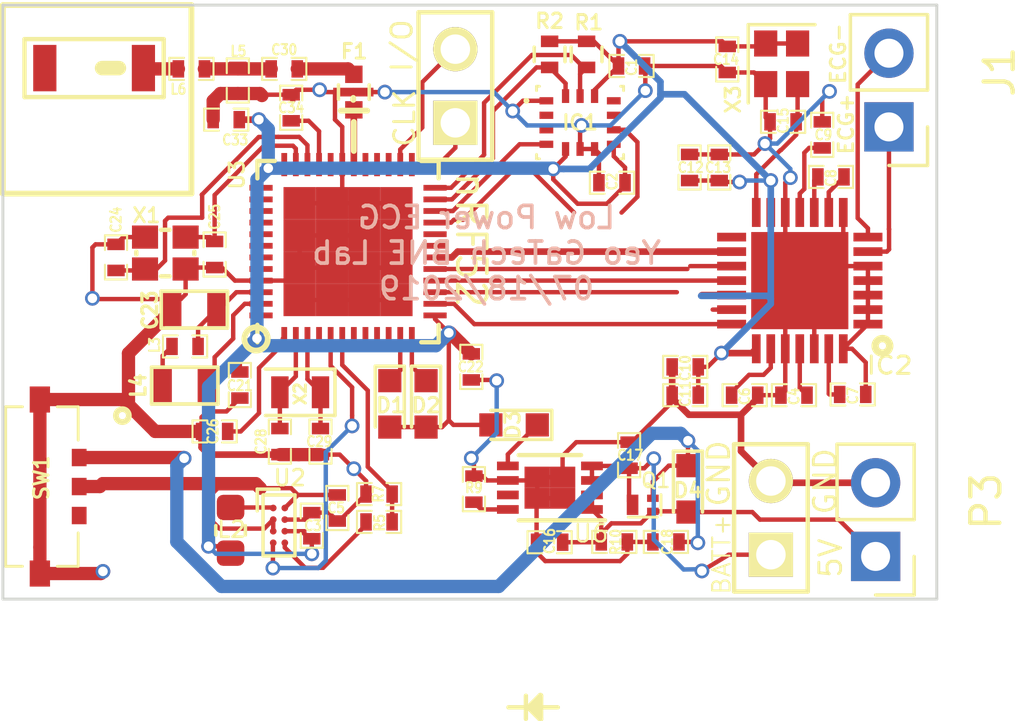
<source format=kicad_pcb>
(kicad_pcb (version 20171130) (host pcbnew "(5.0.1)-3")

  (general
    (thickness 1.6)
    (drawings 33)
    (tracks 541)
    (zones 0)
    (modules 60)
    (nets 74)
  )

  (page A3)
  (layers
    (0 F.Cu signal)
    (31 B.Cu signal)
    (32 B.Adhes user hide)
    (33 F.Adhes user hide)
    (34 B.Paste user)
    (35 F.Paste user hide)
    (36 B.SilkS user)
    (37 F.SilkS user)
    (38 B.Mask user hide)
    (39 F.Mask user hide)
    (40 Dwgs.User user hide)
    (41 Cmts.User user)
    (42 Eco1.User user)
    (43 Eco2.User user)
    (44 Edge.Cuts user)
  )

  (setup
    (last_trace_width 0.229)
    (user_trace_width 0.152)
    (user_trace_width 0.229)
    (trace_clearance 0.1524)
    (zone_clearance 0.508)
    (zone_45_only yes)
    (trace_min 0.05)
    (segment_width 0.2)
    (edge_width 0.1)
    (via_size 0.508)
    (via_drill 0.3302)
    (via_min_size 0.152)
    (via_min_drill 0.3302)
    (uvia_size 0.508)
    (uvia_drill 0.3302)
    (uvias_allowed no)
    (uvia_min_size 0.13)
    (uvia_min_drill 0.3302)
    (pcb_text_width 0.3)
    (pcb_text_size 1.5 1.5)
    (mod_edge_width 0.15)
    (mod_text_size 1 1)
    (mod_text_width 0.15)
    (pad_size 0.2 0.6)
    (pad_drill 0)
    (pad_to_mask_clearance 0.015)
    (solder_mask_min_width 0.25)
    (aux_axis_origin 0 0)
    (visible_elements 7FFDFFFF)
    (pcbplotparams
      (layerselection 0x010f0_ffffffff)
      (usegerberextensions true)
      (usegerberattributes false)
      (usegerberadvancedattributes false)
      (creategerberjobfile false)
      (excludeedgelayer true)
      (linewidth 0.150000)
      (plotframeref false)
      (viasonmask false)
      (mode 1)
      (useauxorigin false)
      (hpglpennumber 1)
      (hpglpenspeed 20)
      (hpglpendiameter 15.000000)
      (psnegative false)
      (psa4output false)
      (plotreference true)
      (plotvalue true)
      (plotinvisibletext false)
      (padsonsilk false)
      (subtractmaskfromsilk false)
      (outputformat 1)
      (mirror false)
      (drillshape 0)
      (scaleselection 1)
      (outputdirectory "output_gerbers/"))
  )

  (net 0 "")
  (net 1 /DEC1)
  (net 2 /DEC2)
  (net 3 /RF)
  (net 4 /SWDCLK)
  (net 5 /SWDIO)
  (net 6 "Net-(A1-Pad1)")
  (net 7 "Net-(A1-Pad2)")
  (net 8 "Net-(L3-Pad1)")
  (net 9 VCC)
  (net 10 "Net-(C30-Pad2)")
  (net 11 "Net-(U3-Pad28)")
  (net 12 "Net-(U3-Pad27)")
  (net 13 "Net-(U3-Pad10)")
  (net 14 "Net-(U3-Pad4)")
  (net 15 "Net-(U3-Pad41)")
  (net 16 "Net-(U3-Pad42)")
  (net 17 "Net-(U3-Pad40)")
  (net 18 "Net-(U3-Pad43)")
  (net 19 "Net-(U3-Pad44)")
  (net 20 /LED2)
  (net 21 /LED3)
  (net 22 "Net-(U3-Pad20)")
  (net 23 "Net-(C23-Pad1)")
  (net 24 "Net-(C24-Pad2)")
  (net 25 "Net-(C25-Pad2)")
  (net 26 "Net-(C28-Pad1)")
  (net 27 "Net-(C29-Pad1)")
  (net 28 "Net-(L4-Pad1)")
  (net 29 "Net-(U3-Pad29)")
  (net 30 "Net-(F1-Pad2)")
  (net 31 /DEC3)
  (net 32 "Net-(U3-Pad37)")
  (net 33 "Net-(U3-Pad38)")
  (net 34 "Net-(U3-Pad39)")
  (net 35 DGND)
  (net 36 /AIN_BAT_DIV_VOLTAGE)
  (net 37 "Net-(U3-Pad9)")
  (net 38 /LOAD_SW_CTRL)
  (net 39 5V_in_charge)
  (net 40 "Net-(D3-Pad1)")
  (net 41 "Net-(R9-Pad1)")
  (net 42 "Net-(U3-Pad8)")
  (net 43 "Net-(U6-Pad7)")
  (net 44 /BATT_IN)
  (net 45 "Net-(R5-Pad1)")
  (net 46 1.8V)
  (net 47 "Net-(L2-Pad1)")
  (net 48 "Net-(U3-Pad7)")
  (net 49 "Net-(IC1-Pad2)")
  (net 50 "Net-(IC1-Pad3)")
  (net 51 /BMI_INT1)
  (net 52 /BMI_INT2)
  (net 53 "Net-(IC1-Pad10)")
  (net 54 "Net-(IC1-Pad11)")
  (net 55 /BMI_SCL)
  (net 56 /BMI_SDA)
  (net 57 "Net-(C4-Pad2)")
  (net 58 "Net-(C6-Pad1)")
  (net 59 "Net-(C7-Pad1)")
  (net 60 "Net-(C8-Pad1)")
  (net 61 "Net-(C8-Pad2)")
  (net 62 "Net-(C9-Pad1)")
  (net 63 "Net-(IC2-Pad6)")
  (net 64 "Net-(IC2-Pad7)")
  (net 65 /MAX30003_FCLK)
  (net 66 /MAX30003_CSB)
  (net 67 /MAX30003_SCLK)
  (net 68 /MAX30003_SDI)
  (net 69 /MAX30003_SDO)
  (net 70 /MAX30003_INT2)
  (net 71 /MAX30003_INT)
  (net 72 VccSwitch)
  (net 73 "Net-(SW1-Pad2)")

  (net_class Default "This is the default net class."
    (clearance 0.1524)
    (trace_width 0.4572)
    (via_dia 0.508)
    (via_drill 0.3302)
    (uvia_dia 0.508)
    (uvia_drill 0.3302)
    (add_net /AIN_BAT_DIV_VOLTAGE)
    (add_net /BATT_IN)
    (add_net /BMI_INT1)
    (add_net /BMI_INT2)
    (add_net /BMI_SCL)
    (add_net /BMI_SDA)
    (add_net /DEC1)
    (add_net /DEC2)
    (add_net /DEC3)
    (add_net /LED2)
    (add_net /LED3)
    (add_net /LOAD_SW_CTRL)
    (add_net /MAX30003_CSB)
    (add_net /MAX30003_FCLK)
    (add_net /MAX30003_INT)
    (add_net /MAX30003_INT2)
    (add_net /MAX30003_SCLK)
    (add_net /MAX30003_SDI)
    (add_net /MAX30003_SDO)
    (add_net /RF)
    (add_net /SWDCLK)
    (add_net /SWDIO)
    (add_net 1.8V)
    (add_net 5V_in_charge)
    (add_net DGND)
    (add_net "Net-(A1-Pad1)")
    (add_net "Net-(A1-Pad2)")
    (add_net "Net-(C23-Pad1)")
    (add_net "Net-(C24-Pad2)")
    (add_net "Net-(C25-Pad2)")
    (add_net "Net-(C28-Pad1)")
    (add_net "Net-(C29-Pad1)")
    (add_net "Net-(C30-Pad2)")
    (add_net "Net-(C4-Pad2)")
    (add_net "Net-(C6-Pad1)")
    (add_net "Net-(C7-Pad1)")
    (add_net "Net-(C8-Pad1)")
    (add_net "Net-(C8-Pad2)")
    (add_net "Net-(C9-Pad1)")
    (add_net "Net-(D3-Pad1)")
    (add_net "Net-(F1-Pad2)")
    (add_net "Net-(IC1-Pad10)")
    (add_net "Net-(IC1-Pad11)")
    (add_net "Net-(IC1-Pad2)")
    (add_net "Net-(IC1-Pad3)")
    (add_net "Net-(IC2-Pad6)")
    (add_net "Net-(IC2-Pad7)")
    (add_net "Net-(L2-Pad1)")
    (add_net "Net-(L3-Pad1)")
    (add_net "Net-(L4-Pad1)")
    (add_net "Net-(R5-Pad1)")
    (add_net "Net-(R9-Pad1)")
    (add_net "Net-(SW1-Pad2)")
    (add_net "Net-(U3-Pad10)")
    (add_net "Net-(U3-Pad20)")
    (add_net "Net-(U3-Pad27)")
    (add_net "Net-(U3-Pad28)")
    (add_net "Net-(U3-Pad29)")
    (add_net "Net-(U3-Pad37)")
    (add_net "Net-(U3-Pad38)")
    (add_net "Net-(U3-Pad39)")
    (add_net "Net-(U3-Pad4)")
    (add_net "Net-(U3-Pad40)")
    (add_net "Net-(U3-Pad41)")
    (add_net "Net-(U3-Pad42)")
    (add_net "Net-(U3-Pad43)")
    (add_net "Net-(U3-Pad44)")
    (add_net "Net-(U3-Pad7)")
    (add_net "Net-(U3-Pad8)")
    (add_net "Net-(U3-Pad9)")
    (add_net "Net-(U6-Pad7)")
    (add_net VCC)
    (add_net VccSwitch)
  )

  (module Pin_Headers:Pin_Header_Straight_1x02_Pitch2.54mm (layer F.Cu) (tedit 5D313DF8) (tstamp 5D3160C2)
    (at 296.45 129.7 180)
    (descr "Through hole straight pin header, 1x02, 2.54mm pitch, single row")
    (tags "Through hole pin header THT 1x02 2.54mm single row")
    (path /5D68578F)
    (fp_text reference J1 (at -3.81 1.9 270) (layer F.SilkS)
      (effects (font (size 1 1) (thickness 0.15)))
    )
    (fp_text value Conn_01x02_Male (at 0 4.87 180) (layer F.Fab)
      (effects (font (size 1 1) (thickness 0.15)))
    )
    (fp_text user %R (at 0 1.27 270) (layer F.Fab)
      (effects (font (size 1 1) (thickness 0.15)))
    )
    (fp_line (start 1.8 -1.8) (end -1.8 -1.8) (layer F.CrtYd) (width 0.05))
    (fp_line (start 1.8 4.35) (end 1.8 -1.8) (layer F.CrtYd) (width 0.05))
    (fp_line (start -1.8 4.35) (end 1.8 4.35) (layer F.CrtYd) (width 0.05))
    (fp_line (start -1.8 -1.8) (end -1.8 4.35) (layer F.CrtYd) (width 0.05))
    (fp_line (start -1.33 -1.33) (end 0 -1.33) (layer F.SilkS) (width 0.12))
    (fp_line (start -1.33 0) (end -1.33 -1.33) (layer F.SilkS) (width 0.12))
    (fp_line (start -1.33 1.27) (end 1.33 1.27) (layer F.SilkS) (width 0.12))
    (fp_line (start 1.33 1.27) (end 1.33 3.87) (layer F.SilkS) (width 0.12))
    (fp_line (start -1.33 1.27) (end -1.33 3.87) (layer F.SilkS) (width 0.12))
    (fp_line (start -1.33 3.87) (end 1.33 3.87) (layer F.SilkS) (width 0.12))
    (fp_line (start -1.27 -0.635) (end -0.635 -1.27) (layer F.Fab) (width 0.1))
    (fp_line (start -1.27 3.81) (end -1.27 -0.635) (layer F.Fab) (width 0.1))
    (fp_line (start 1.27 3.81) (end -1.27 3.81) (layer F.Fab) (width 0.1))
    (fp_line (start 1.27 -1.27) (end 1.27 3.81) (layer F.Fab) (width 0.1))
    (fp_line (start -0.635 -1.27) (end 1.27 -1.27) (layer F.Fab) (width 0.1))
    (pad 2 thru_hole oval (at 0 2.54 180) (size 1.7 1.7) (drill 1) (layers *.Cu *.Mask)
      (net 64 "Net-(IC2-Pad7)"))
    (pad 1 thru_hole rect (at 0 0 180) (size 1.7 1.7) (drill 1) (layers *.Cu *.Mask)
      (net 63 "Net-(IC2-Pad6)"))
    (model ${KISYS3DMOD}/Pin_Headers.3dshapes/Pin_Header_Straight_1x02_Pitch2.54mm.wrl
      (at (xyz 0 0 0))
      (scale (xyz 1 1 1))
      (rotate (xyz 0 0 0))
    )
  )

  (module SM0402 (layer F.Cu) (tedit 5D313AFC) (tstamp 5D31521D)
    (at 292.8 129.525 180)
    (path /5DB92604)
    (attr smd)
    (fp_text reference C15 (at 0 0.04 270) (layer F.SilkS)
      (effects (font (size 0.35052 0.3048) (thickness 0.07112)))
    )
    (fp_text value 15pF (at 0.09906 0 180) (layer F.SilkS) hide
      (effects (font (size 0.35052 0.3048) (thickness 0.07112)))
    )
    (fp_line (start 0.762 0.381) (end 0.254 0.381) (layer F.SilkS) (width 0.07112))
    (fp_line (start 0.762 -0.381) (end 0.762 0.381) (layer F.SilkS) (width 0.07112))
    (fp_line (start 0.254 -0.381) (end 0.762 -0.381) (layer F.SilkS) (width 0.07112))
    (fp_line (start -0.762 0.381) (end -0.254 0.381) (layer F.SilkS) (width 0.07112))
    (fp_line (start -0.762 -0.381) (end -0.762 0.381) (layer F.SilkS) (width 0.07112))
    (fp_line (start -0.254 -0.381) (end -0.762 -0.381) (layer F.SilkS) (width 0.07112))
    (pad 2 smd rect (at 0.44958 0 180) (size 0.39878 0.59944) (layers F.Cu F.Paste F.Mask)
      (net 35 DGND))
    (pad 1 smd rect (at -0.44958 0 180) (size 0.39878 0.59944) (layers F.Cu F.Paste F.Mask)
      (net 65 /MAX30003_FCLK))
    (model smd\chip_cms.wrl
      (offset (xyz 0 0 0.05079999923706055))
      (scale (xyz 0.05 0.05 0.05))
      (rotate (xyz 0 0 0))
    )
  )

  (module SM0402 (layer F.Cu) (tedit 5D313B24) (tstamp 5D315207)
    (at 290.875 127.37458 270)
    (path /5DC2B951)
    (attr smd)
    (fp_text reference C14 (at 0 0.04) (layer F.SilkS)
      (effects (font (size 0.35052 0.3048) (thickness 0.07112)))
    )
    (fp_text value 0.1uF (at 0.09906 0 270) (layer F.SilkS) hide
      (effects (font (size 0.35052 0.3048) (thickness 0.07112)))
    )
    (fp_line (start -0.254 -0.381) (end -0.762 -0.381) (layer F.SilkS) (width 0.07112))
    (fp_line (start -0.762 -0.381) (end -0.762 0.381) (layer F.SilkS) (width 0.07112))
    (fp_line (start -0.762 0.381) (end -0.254 0.381) (layer F.SilkS) (width 0.07112))
    (fp_line (start 0.254 -0.381) (end 0.762 -0.381) (layer F.SilkS) (width 0.07112))
    (fp_line (start 0.762 -0.381) (end 0.762 0.381) (layer F.SilkS) (width 0.07112))
    (fp_line (start 0.762 0.381) (end 0.254 0.381) (layer F.SilkS) (width 0.07112))
    (pad 1 smd rect (at -0.44958 0 270) (size 0.39878 0.59944) (layers F.Cu F.Paste F.Mask)
      (net 46 1.8V))
    (pad 2 smd rect (at 0.44958 0 270) (size 0.39878 0.59944) (layers F.Cu F.Paste F.Mask)
      (net 35 DGND))
    (model smd\chip_cms.wrl
      (offset (xyz 0 0 0.05079999923706055))
      (scale (xyz 0.05 0.05 0.05))
      (rotate (xyz 0 0 0))
    )
  )

  (module SM0402 (layer F.Cu) (tedit 5D313B18) (tstamp 5D3151F1)
    (at 290.6 131.10042 270)
    (path /5D9B740B)
    (attr smd)
    (fp_text reference C13 (at 0 0.04) (layer F.SilkS)
      (effects (font (size 0.35052 0.3048) (thickness 0.07112)))
    )
    (fp_text value 10uF (at 0.09906 0 270) (layer F.SilkS) hide
      (effects (font (size 0.35052 0.3048) (thickness 0.07112)))
    )
    (fp_line (start 0.762 0.381) (end 0.254 0.381) (layer F.SilkS) (width 0.07112))
    (fp_line (start 0.762 -0.381) (end 0.762 0.381) (layer F.SilkS) (width 0.07112))
    (fp_line (start 0.254 -0.381) (end 0.762 -0.381) (layer F.SilkS) (width 0.07112))
    (fp_line (start -0.762 0.381) (end -0.254 0.381) (layer F.SilkS) (width 0.07112))
    (fp_line (start -0.762 -0.381) (end -0.762 0.381) (layer F.SilkS) (width 0.07112))
    (fp_line (start -0.254 -0.381) (end -0.762 -0.381) (layer F.SilkS) (width 0.07112))
    (pad 2 smd rect (at 0.44958 0 270) (size 0.39878 0.59944) (layers F.Cu F.Paste F.Mask)
      (net 46 1.8V))
    (pad 1 smd rect (at -0.44958 0 270) (size 0.39878 0.59944) (layers F.Cu F.Paste F.Mask)
      (net 35 DGND))
    (model smd\chip_cms.wrl
      (offset (xyz 0 0 0.05079999923706055))
      (scale (xyz 0.05 0.05 0.05))
      (rotate (xyz 0 0 0))
    )
  )

  (module SM0402 (layer F.Cu) (tedit 5D313B13) (tstamp 5D3151DB)
    (at 289.575 131.09958 90)
    (path /5D9B752B)
    (attr smd)
    (fp_text reference C12 (at 0 0.04 180) (layer F.SilkS)
      (effects (font (size 0.35052 0.3048) (thickness 0.07112)))
    )
    (fp_text value 0.1uF (at 0.09906 0 90) (layer F.SilkS) hide
      (effects (font (size 0.35052 0.3048) (thickness 0.07112)))
    )
    (fp_line (start -0.254 -0.381) (end -0.762 -0.381) (layer F.SilkS) (width 0.07112))
    (fp_line (start -0.762 -0.381) (end -0.762 0.381) (layer F.SilkS) (width 0.07112))
    (fp_line (start -0.762 0.381) (end -0.254 0.381) (layer F.SilkS) (width 0.07112))
    (fp_line (start 0.254 -0.381) (end 0.762 -0.381) (layer F.SilkS) (width 0.07112))
    (fp_line (start 0.762 -0.381) (end 0.762 0.381) (layer F.SilkS) (width 0.07112))
    (fp_line (start 0.762 0.381) (end 0.254 0.381) (layer F.SilkS) (width 0.07112))
    (pad 1 smd rect (at -0.44958 0 90) (size 0.39878 0.59944) (layers F.Cu F.Paste F.Mask)
      (net 46 1.8V))
    (pad 2 smd rect (at 0.44958 0 90) (size 0.39878 0.59944) (layers F.Cu F.Paste F.Mask)
      (net 35 DGND))
    (model smd\chip_cms.wrl
      (offset (xyz 0 0 0.05079999923706055))
      (scale (xyz 0.05 0.05 0.05))
      (rotate (xyz 0 0 0))
    )
  )

  (module SM0402 (layer F.Cu) (tedit 5D313B0F) (tstamp 5D3151C5)
    (at 289.425 138.95 180)
    (path /5DA3AE88)
    (attr smd)
    (fp_text reference C11 (at 0 0.04 270) (layer F.SilkS)
      (effects (font (size 0.35052 0.3048) (thickness 0.07112)))
    )
    (fp_text value 10uF (at 0.09906 0 180) (layer F.SilkS) hide
      (effects (font (size 0.35052 0.3048) (thickness 0.07112)))
    )
    (fp_line (start 0.762 0.381) (end 0.254 0.381) (layer F.SilkS) (width 0.07112))
    (fp_line (start 0.762 -0.381) (end 0.762 0.381) (layer F.SilkS) (width 0.07112))
    (fp_line (start 0.254 -0.381) (end 0.762 -0.381) (layer F.SilkS) (width 0.07112))
    (fp_line (start -0.762 0.381) (end -0.254 0.381) (layer F.SilkS) (width 0.07112))
    (fp_line (start -0.762 -0.381) (end -0.762 0.381) (layer F.SilkS) (width 0.07112))
    (fp_line (start -0.254 -0.381) (end -0.762 -0.381) (layer F.SilkS) (width 0.07112))
    (pad 2 smd rect (at 0.44958 0 180) (size 0.39878 0.59944) (layers F.Cu F.Paste F.Mask)
      (net 35 DGND))
    (pad 1 smd rect (at -0.44958 0 180) (size 0.39878 0.59944) (layers F.Cu F.Paste F.Mask)
      (net 46 1.8V))
    (model smd\chip_cms.wrl
      (offset (xyz 0 0 0.05079999923706055))
      (scale (xyz 0.05 0.05 0.05))
      (rotate (xyz 0 0 0))
    )
  )

  (module SM0402 (layer F.Cu) (tedit 5D313B0B) (tstamp 5D3151AF)
    (at 289.425 137.97458)
    (path /5DAC4299)
    (attr smd)
    (fp_text reference C10 (at 0 0.04 90) (layer F.SilkS)
      (effects (font (size 0.35052 0.3048) (thickness 0.07112)))
    )
    (fp_text value 0.1uF (at 0.09906 0) (layer F.SilkS) hide
      (effects (font (size 0.35052 0.3048) (thickness 0.07112)))
    )
    (fp_line (start -0.254 -0.381) (end -0.762 -0.381) (layer F.SilkS) (width 0.07112))
    (fp_line (start -0.762 -0.381) (end -0.762 0.381) (layer F.SilkS) (width 0.07112))
    (fp_line (start -0.762 0.381) (end -0.254 0.381) (layer F.SilkS) (width 0.07112))
    (fp_line (start 0.254 -0.381) (end 0.762 -0.381) (layer F.SilkS) (width 0.07112))
    (fp_line (start 0.762 -0.381) (end 0.762 0.381) (layer F.SilkS) (width 0.07112))
    (fp_line (start 0.762 0.381) (end 0.254 0.381) (layer F.SilkS) (width 0.07112))
    (pad 1 smd rect (at -0.44958 0) (size 0.39878 0.59944) (layers F.Cu F.Paste F.Mask)
      (net 35 DGND))
    (pad 2 smd rect (at 0.44958 0) (size 0.39878 0.59944) (layers F.Cu F.Paste F.Mask)
      (net 46 1.8V))
    (model smd\chip_cms.wrl
      (offset (xyz 0 0 0.05079999923706055))
      (scale (xyz 0.05 0.05 0.05))
      (rotate (xyz 0 0 0))
    )
  )

  (module SM0402 (layer F.Cu) (tedit 5D313B06) (tstamp 5D315199)
    (at 294.15 129.97542 90)
    (path /5D954020)
    (attr smd)
    (fp_text reference C9 (at 0 0.04 180) (layer F.SilkS)
      (effects (font (size 0.35052 0.3048) (thickness 0.07112)))
    )
    (fp_text value 1uF (at 0.09906 0 90) (layer F.SilkS) hide
      (effects (font (size 0.35052 0.3048) (thickness 0.07112)))
    )
    (fp_line (start 0.762 0.381) (end 0.254 0.381) (layer F.SilkS) (width 0.07112))
    (fp_line (start 0.762 -0.381) (end 0.762 0.381) (layer F.SilkS) (width 0.07112))
    (fp_line (start 0.254 -0.381) (end 0.762 -0.381) (layer F.SilkS) (width 0.07112))
    (fp_line (start -0.762 0.381) (end -0.254 0.381) (layer F.SilkS) (width 0.07112))
    (fp_line (start -0.762 -0.381) (end -0.762 0.381) (layer F.SilkS) (width 0.07112))
    (fp_line (start -0.254 -0.381) (end -0.762 -0.381) (layer F.SilkS) (width 0.07112))
    (pad 2 smd rect (at 0.44958 0 90) (size 0.39878 0.59944) (layers F.Cu F.Paste F.Mask)
      (net 35 DGND))
    (pad 1 smd rect (at -0.44958 0 90) (size 0.39878 0.59944) (layers F.Cu F.Paste F.Mask)
      (net 62 "Net-(C9-Pad1)"))
    (model smd\chip_cms.wrl
      (offset (xyz 0 0 0.05079999923706055))
      (scale (xyz 0.05 0.05 0.05))
      (rotate (xyz 0 0 0))
    )
  )

  (module SM0402 (layer F.Cu) (tedit 5D313B02) (tstamp 5D315183)
    (at 294.44958 131.425)
    (path /5D8DACF1)
    (attr smd)
    (fp_text reference C8 (at 0 0.04 90) (layer F.SilkS)
      (effects (font (size 0.35052 0.3048) (thickness 0.07112)))
    )
    (fp_text value 1uF (at 0.09906 0) (layer F.SilkS) hide
      (effects (font (size 0.35052 0.3048) (thickness 0.07112)))
    )
    (fp_line (start -0.254 -0.381) (end -0.762 -0.381) (layer F.SilkS) (width 0.07112))
    (fp_line (start -0.762 -0.381) (end -0.762 0.381) (layer F.SilkS) (width 0.07112))
    (fp_line (start -0.762 0.381) (end -0.254 0.381) (layer F.SilkS) (width 0.07112))
    (fp_line (start 0.254 -0.381) (end 0.762 -0.381) (layer F.SilkS) (width 0.07112))
    (fp_line (start 0.762 -0.381) (end 0.762 0.381) (layer F.SilkS) (width 0.07112))
    (fp_line (start 0.762 0.381) (end 0.254 0.381) (layer F.SilkS) (width 0.07112))
    (pad 1 smd rect (at -0.44958 0) (size 0.39878 0.59944) (layers F.Cu F.Paste F.Mask)
      (net 60 "Net-(C8-Pad1)"))
    (pad 2 smd rect (at 0.44958 0) (size 0.39878 0.59944) (layers F.Cu F.Paste F.Mask)
      (net 61 "Net-(C8-Pad2)"))
    (model smd\chip_cms.wrl
      (offset (xyz 0 0 0.05079999923706055))
      (scale (xyz 0.05 0.05 0.05))
      (rotate (xyz 0 0 0))
    )
  )

  (module SM0402 (layer F.Cu) (tedit 5D313ABB) (tstamp 5D314F77)
    (at 295.2 138.925)
    (path /5D6F75F4)
    (attr smd)
    (fp_text reference C7 (at 0 0.04 90) (layer F.SilkS)
      (effects (font (size 0.35052 0.3048) (thickness 0.07112)))
    )
    (fp_text value 1uF (at 0.09906 0) (layer F.SilkS) hide
      (effects (font (size 0.35052 0.3048) (thickness 0.07112)))
    )
    (fp_line (start 0.762 0.381) (end 0.254 0.381) (layer F.SilkS) (width 0.07112))
    (fp_line (start 0.762 -0.381) (end 0.762 0.381) (layer F.SilkS) (width 0.07112))
    (fp_line (start 0.254 -0.381) (end 0.762 -0.381) (layer F.SilkS) (width 0.07112))
    (fp_line (start -0.762 0.381) (end -0.254 0.381) (layer F.SilkS) (width 0.07112))
    (fp_line (start -0.762 -0.381) (end -0.762 0.381) (layer F.SilkS) (width 0.07112))
    (fp_line (start -0.254 -0.381) (end -0.762 -0.381) (layer F.SilkS) (width 0.07112))
    (pad 2 smd rect (at 0.44958 0) (size 0.39878 0.59944) (layers F.Cu F.Paste F.Mask)
      (net 35 DGND))
    (pad 1 smd rect (at -0.44958 0) (size 0.39878 0.59944) (layers F.Cu F.Paste F.Mask)
      (net 59 "Net-(C7-Pad1)"))
    (model smd\chip_cms.wrl
      (offset (xyz 0 0 0.05079999923706055))
      (scale (xyz 0.05 0.05 0.05))
      (rotate (xyz 0 0 0))
    )
  )

  (module SM0402 (layer F.Cu) (tedit 5D313AB0) (tstamp 5D314EDA)
    (at 291.475 138.95)
    (path /5D747A90)
    (attr smd)
    (fp_text reference C6 (at 0 0.04 90) (layer F.SilkS)
      (effects (font (size 0.35052 0.3048) (thickness 0.07112)))
    )
    (fp_text value 10uF (at 0.09906 0) (layer F.SilkS) hide
      (effects (font (size 0.35052 0.3048) (thickness 0.07112)))
    )
    (fp_line (start -0.254 -0.381) (end -0.762 -0.381) (layer F.SilkS) (width 0.07112))
    (fp_line (start -0.762 -0.381) (end -0.762 0.381) (layer F.SilkS) (width 0.07112))
    (fp_line (start -0.762 0.381) (end -0.254 0.381) (layer F.SilkS) (width 0.07112))
    (fp_line (start 0.254 -0.381) (end 0.762 -0.381) (layer F.SilkS) (width 0.07112))
    (fp_line (start 0.762 -0.381) (end 0.762 0.381) (layer F.SilkS) (width 0.07112))
    (fp_line (start 0.762 0.381) (end 0.254 0.381) (layer F.SilkS) (width 0.07112))
    (pad 1 smd rect (at -0.44958 0) (size 0.39878 0.59944) (layers F.Cu F.Paste F.Mask)
      (net 58 "Net-(C6-Pad1)"))
    (pad 2 smd rect (at 0.44958 0) (size 0.39878 0.59944) (layers F.Cu F.Paste F.Mask)
      (net 35 DGND))
    (model smd\chip_cms.wrl
      (offset (xyz 0 0 0.05079999923706055))
      (scale (xyz 0.05 0.05 0.05))
      (rotate (xyz 0 0 0))
    )
  )

  (module SM0402 (layer F.Cu) (tedit 5D313AA5) (tstamp 5D314E95)
    (at 293.175 138.95)
    (path /5D7C9BBA)
    (attr smd)
    (fp_text reference C4 (at 0 0.04 90) (layer F.SilkS)
      (effects (font (size 0.35052 0.3048) (thickness 0.07112)))
    )
    (fp_text value 10uF (at 0.09906 0) (layer F.SilkS) hide
      (effects (font (size 0.35052 0.3048) (thickness 0.07112)))
    )
    (fp_line (start 0.762 0.381) (end 0.254 0.381) (layer F.SilkS) (width 0.07112))
    (fp_line (start 0.762 -0.381) (end 0.762 0.381) (layer F.SilkS) (width 0.07112))
    (fp_line (start 0.254 -0.381) (end 0.762 -0.381) (layer F.SilkS) (width 0.07112))
    (fp_line (start -0.762 0.381) (end -0.254 0.381) (layer F.SilkS) (width 0.07112))
    (fp_line (start -0.762 -0.381) (end -0.762 0.381) (layer F.SilkS) (width 0.07112))
    (fp_line (start -0.254 -0.381) (end -0.762 -0.381) (layer F.SilkS) (width 0.07112))
    (pad 2 smd rect (at 0.44958 0) (size 0.39878 0.59944) (layers F.Cu F.Paste F.Mask)
      (net 57 "Net-(C4-Pad2)"))
    (pad 1 smd rect (at -0.44958 0) (size 0.39878 0.59944) (layers F.Cu F.Paste F.Mask)
      (net 35 DGND))
    (model smd\chip_cms.wrl
      (offset (xyz 0 0 0.05079999923706055))
      (scale (xyz 0.05 0.05 0.05))
      (rotate (xyz 0 0 0))
    )
  )

  (module BMI160:BMI160 (layer F.Cu) (tedit 5D313328) (tstamp 5D31350D)
    (at 285.8 129.55)
    (descr BMI160-5)
    (tags Accelerometer)
    (path /5D42AF9A)
    (attr smd)
    (fp_text reference IC1 (at 0 0) (layer F.SilkS)
      (effects (font (size 0.5 0.5) (thickness 0.1)))
    )
    (fp_text value BMI160 (at 0 0) (layer F.SilkS) hide
      (effects (font (size 1.27 1.27) (thickness 0.254)))
    )
    (fp_line (start -1.5 -1.25) (end 1.5 -1.25) (layer Dwgs.User) (width 0.2))
    (fp_line (start 1.5 -1.25) (end 1.5 1.25) (layer Dwgs.User) (width 0.2))
    (fp_line (start 1.5 1.25) (end -1.5 1.25) (layer Dwgs.User) (width 0.2))
    (fp_line (start -1.5 1.25) (end -1.5 -1.25) (layer Dwgs.User) (width 0.2))
    (fp_line (start -2.1 -1.85) (end 2.1 -1.85) (layer Dwgs.User) (width 0.1))
    (fp_line (start 2.1 -1.85) (end 2.1 1.85) (layer Dwgs.User) (width 0.1))
    (fp_line (start 2.1 1.85) (end -2.1 1.85) (layer Dwgs.User) (width 0.1))
    (fp_line (start -2.1 1.85) (end -2.1 -1.85) (layer Dwgs.User) (width 0.1))
    (fp_line (start -1.8 -0.75) (end -1.8 -0.75) (layer F.SilkS) (width 0.1))
    (fp_line (start -1.9 -0.75) (end -1.9 -0.75) (layer F.SilkS) (width 0.1))
    (fp_line (start -1.5 1.1) (end -1.5 1.25) (layer F.SilkS) (width 0.1))
    (fp_line (start -1.5 1.25) (end -1.4 1.25) (layer F.SilkS) (width 0.1))
    (fp_line (start 1.5 1.1) (end 1.5 1.25) (layer F.SilkS) (width 0.1))
    (fp_line (start 1.5 1.25) (end 1.4 1.25) (layer F.SilkS) (width 0.1))
    (fp_line (start -1.5 -1.1) (end -1.5 -1.25) (layer F.SilkS) (width 0.1))
    (fp_line (start -1.5 -1.25) (end -1.4 -1.25) (layer F.SilkS) (width 0.1))
    (fp_line (start 1.5 -1.1) (end 1.5 -1.25) (layer F.SilkS) (width 0.1))
    (fp_line (start 1.5 -1.25) (end 1.4 -1.25) (layer F.SilkS) (width 0.1))
    (fp_arc (start -1.85 -0.75) (end -1.8 -0.75) (angle -180) (layer F.SilkS) (width 0.1))
    (fp_arc (start -1.85 -0.75) (end -1.9 -0.75) (angle -180) (layer F.SilkS) (width 0.1))
    (pad 1 smd rect (at -1.162 -0.75 90) (size 0.25 0.475) (layers F.Cu F.Paste F.Mask)
      (net 35 DGND))
    (pad 2 smd rect (at -1.162 -0.25 90) (size 0.25 0.475) (layers F.Cu F.Paste F.Mask)
      (net 49 "Net-(IC1-Pad2)"))
    (pad 3 smd rect (at -1.162 0.25 90) (size 0.25 0.475) (layers F.Cu F.Paste F.Mask)
      (net 50 "Net-(IC1-Pad3)"))
    (pad 4 smd rect (at -1.162 0.75 90) (size 0.25 0.475) (layers F.Cu F.Paste F.Mask)
      (net 51 /BMI_INT1))
    (pad 5 smd rect (at -0.5 0.912) (size 0.25 0.475) (layers F.Cu F.Paste F.Mask)
      (net 46 1.8V))
    (pad 6 smd rect (at 0 0.912) (size 0.25 0.475) (layers F.Cu F.Paste F.Mask)
      (net 35 DGND))
    (pad 7 smd rect (at 0.5 0.912) (size 0.25 0.475) (layers F.Cu F.Paste F.Mask)
      (net 35 DGND))
    (pad 8 smd rect (at 1.162 0.75 90) (size 0.25 0.475) (layers F.Cu F.Paste F.Mask)
      (net 46 1.8V))
    (pad 9 smd rect (at 1.162 0.25 90) (size 0.25 0.475) (layers F.Cu F.Paste F.Mask)
      (net 52 /BMI_INT2))
    (pad 10 smd rect (at 1.162 -0.25 90) (size 0.25 0.475) (layers F.Cu F.Paste F.Mask)
      (net 53 "Net-(IC1-Pad10)"))
    (pad 11 smd rect (at 1.162 -0.75 90) (size 0.25 0.475) (layers F.Cu F.Paste F.Mask)
      (net 54 "Net-(IC1-Pad11)"))
    (pad 12 smd rect (at 0.5 -0.912) (size 0.25 0.475) (layers F.Cu F.Paste F.Mask)
      (net 46 1.8V))
    (pad 13 smd rect (at 0 -0.912) (size 0.25 0.475) (layers F.Cu F.Paste F.Mask)
      (net 55 /BMI_SCL))
    (pad 14 smd rect (at -0.5 -0.912) (size 0.25 0.475) (layers F.Cu F.Paste F.Mask)
      (net 56 /BMI_SDA))
  )

  (module SM0402 (layer F.Cu) (tedit 5D31334C) (tstamp 5D313EAD)
    (at 287.575 127.6)
    (path /5D4A38C9)
    (attr smd)
    (fp_text reference C1 (at 0 0.04 90) (layer F.SilkS)
      (effects (font (size 0.35052 0.3048) (thickness 0.07112)))
    )
    (fp_text value 100nF (at 0.09906 0) (layer F.SilkS) hide
      (effects (font (size 0.35052 0.3048) (thickness 0.07112)))
    )
    (fp_line (start -0.254 -0.381) (end -0.762 -0.381) (layer F.SilkS) (width 0.07112))
    (fp_line (start -0.762 -0.381) (end -0.762 0.381) (layer F.SilkS) (width 0.07112))
    (fp_line (start -0.762 0.381) (end -0.254 0.381) (layer F.SilkS) (width 0.07112))
    (fp_line (start 0.254 -0.381) (end 0.762 -0.381) (layer F.SilkS) (width 0.07112))
    (fp_line (start 0.762 -0.381) (end 0.762 0.381) (layer F.SilkS) (width 0.07112))
    (fp_line (start 0.762 0.381) (end 0.254 0.381) (layer F.SilkS) (width 0.07112))
    (pad 1 smd rect (at -0.44958 0) (size 0.39878 0.59944) (layers F.Cu F.Paste F.Mask)
      (net 46 1.8V))
    (pad 2 smd rect (at 0.44958 0) (size 0.39878 0.59944) (layers F.Cu F.Paste F.Mask)
      (net 35 DGND))
    (model smd\chip_cms.wrl
      (offset (xyz 0 0 0.05079999923706055))
      (scale (xyz 0.05 0.05 0.05))
      (rotate (xyz 0 0 0))
    )
  )

  (module SM0402 (layer F.Cu) (tedit 5D313351) (tstamp 5D313E97)
    (at 286.9 131.625 180)
    (path /5D4D8A47)
    (attr smd)
    (fp_text reference C2 (at 0 0.04 270) (layer F.SilkS)
      (effects (font (size 0.35052 0.3048) (thickness 0.07112)))
    )
    (fp_text value 100nF (at 0.09906 0 180) (layer F.SilkS) hide
      (effects (font (size 0.35052 0.3048) (thickness 0.07112)))
    )
    (fp_line (start 0.762 0.381) (end 0.254 0.381) (layer F.SilkS) (width 0.07112))
    (fp_line (start 0.762 -0.381) (end 0.762 0.381) (layer F.SilkS) (width 0.07112))
    (fp_line (start 0.254 -0.381) (end 0.762 -0.381) (layer F.SilkS) (width 0.07112))
    (fp_line (start -0.762 0.381) (end -0.254 0.381) (layer F.SilkS) (width 0.07112))
    (fp_line (start -0.762 -0.381) (end -0.762 0.381) (layer F.SilkS) (width 0.07112))
    (fp_line (start -0.254 -0.381) (end -0.762 -0.381) (layer F.SilkS) (width 0.07112))
    (pad 2 smd rect (at 0.44958 0 180) (size 0.39878 0.59944) (layers F.Cu F.Paste F.Mask)
      (net 35 DGND))
    (pad 1 smd rect (at -0.44958 0 180) (size 0.39878 0.59944) (layers F.Cu F.Paste F.Mask)
      (net 46 1.8V))
    (model smd\chip_cms.wrl
      (offset (xyz 0 0 0.05079999923706055))
      (scale (xyz 0.05 0.05 0.05))
      (rotate (xyz 0 0 0))
    )
  )

  (module Package_BGA:Texas_DSBGA-8_0.9x1.9mm_Layout2x4_P0.5mm (layer F.Cu) (tedit 5CA63FF5) (tstamp 5CB2B6CC)
    (at 275.42 143.44)
    (descr "Texas Instruments, DSBGA, 0.9x1.9mm, 8 bump 2x4 (perimeter) array, NSMD pad definition (http://www.ti.com/lit/ds/symlink/txb0102.pdf, http://www.ti.com/lit/an/snva009ag/snva009ag.pdf)")
    (tags "Texas Instruments DSBGA BGA YZP R-XBGA-N8")
    (path /5CA88DC6)
    (solder_mask_margin 0.05)
    (attr smd)
    (fp_text reference U2 (at 0.37 -1.64) (layer F.SilkS)
      (effects (font (size 0.55 0.55) (thickness 0.09)))
    )
    (fp_text value TPS62746 (at 0 2) (layer F.Fab)
      (effects (font (size 1 1) (thickness 0.15)))
    )
    (fp_line (start -0.75 -1.25) (end -0.75 -0.5) (layer F.SilkS) (width 0.12))
    (fp_line (start -0.75 -1.25) (end -0.75 -1.25) (layer F.SilkS) (width 0.12))
    (fp_line (start 0 -1.25) (end -0.75 -1.25) (layer F.SilkS) (width 0.12))
    (fp_line (start -0.55 1.05) (end 0.55 1.05) (layer F.SilkS) (width 0.12))
    (fp_line (start 0.55 -1.05) (end 0.55 1.05) (layer F.SilkS) (width 0.12))
    (fp_line (start -0.47 0.97) (end 0.47 0.97) (layer F.Fab) (width 0.1))
    (fp_line (start 0.47 0.97) (end 0.47 -0.97) (layer F.Fab) (width 0.1))
    (fp_line (start 0.47 -0.97) (end -0.3 -0.97) (layer F.Fab) (width 0.1))
    (fp_line (start -0.47 -0.8) (end -0.47 0.97) (layer F.Fab) (width 0.1))
    (fp_line (start 0.55 -1.05) (end -0.55 -1.05) (layer F.SilkS) (width 0.12))
    (fp_line (start -0.55 -1.05) (end -0.55 1.05) (layer F.SilkS) (width 0.12))
    (fp_line (start -1.47 1.97) (end 1.47 1.97) (layer F.CrtYd) (width 0.05))
    (fp_line (start 1.47 1.97) (end 1.47 -1.97) (layer F.CrtYd) (width 0.05))
    (fp_line (start 1.47 -1.97) (end -1.47 -1.97) (layer F.CrtYd) (width 0.05))
    (fp_line (start -1.47 -1.97) (end -1.47 1.97) (layer F.CrtYd) (width 0.05))
    (fp_line (start -0.47 -0.8) (end -0.3 -0.97) (layer F.Fab) (width 0.1))
    (fp_text user %R (at 0 0 90) (layer F.Fab)
      (effects (font (size 0.4 0.4) (thickness 0.05)))
    )
    (pad A2 smd circle (at 0.2 -0.6) (size 0.23 0.23) (layers F.Cu F.Mask)
      (net 9 VCC))
    (pad A1 smd circle (at -0.2 -0.6) (size 0.23 0.23) (layers F.Cu F.Mask)
      (net 47 "Net-(L2-Pad1)"))
    (pad B1 smd circle (at -0.2 -0.2) (size 0.23 0.23) (layers F.Cu F.Mask)
      (net 9 VCC))
    (pad B2 smd circle (at 0.2 -0.2) (size 0.23 0.23) (layers F.Cu F.Mask)
      (net 35 DGND))
    (pad C2 smd circle (at 0.2 0.2) (size 0.23 0.23) (layers F.Cu F.Mask)
      (net 46 1.8V))
    (pad C1 smd circle (at -0.2 0.2) (size 0.23 0.23) (layers F.Cu F.Mask)
      (net 9 VCC))
    (pad D1 smd circle (at -0.2 0.6) (size 0.23 0.23) (layers F.Cu F.Mask)
      (net 38 /LOAD_SW_CTRL))
    (pad D2 smd circle (at 0.2 0.6) (size 0.23 0.23) (layers F.Cu F.Mask)
      (net 45 "Net-(R5-Pad1)"))
    (model ${KISYS3DMOD}/Package_BGA.3dshapes/Texas_DSBGA-8_0.9x1.9mm_Layout2x4_P0.5mm.wrl
      (at (xyz 0 0 0))
      (scale (xyz 1 1 1))
      (rotate (xyz 0 0 0))
    )
  )

  (module SM0402 (layer F.Cu) (tedit 5CA63E8E) (tstamp 5CB2CB5D)
    (at 277.43 142.83958 270)
    (path /5CBCA18F)
    (attr smd)
    (fp_text reference C5 (at 0 0.04) (layer F.SilkS)
      (effects (font (size 0.35052 0.3048) (thickness 0.07112)))
    )
    (fp_text value 10uF (at 0.09906 0 270) (layer F.SilkS) hide
      (effects (font (size 0.35052 0.3048) (thickness 0.07112)))
    )
    (fp_line (start -0.254 -0.381) (end -0.762 -0.381) (layer F.SilkS) (width 0.07112))
    (fp_line (start -0.762 -0.381) (end -0.762 0.381) (layer F.SilkS) (width 0.07112))
    (fp_line (start -0.762 0.381) (end -0.254 0.381) (layer F.SilkS) (width 0.07112))
    (fp_line (start 0.254 -0.381) (end 0.762 -0.381) (layer F.SilkS) (width 0.07112))
    (fp_line (start 0.762 -0.381) (end 0.762 0.381) (layer F.SilkS) (width 0.07112))
    (fp_line (start 0.762 0.381) (end 0.254 0.381) (layer F.SilkS) (width 0.07112))
    (pad 1 smd rect (at -0.44958 0 270) (size 0.39878 0.59944) (layers F.Cu F.Paste F.Mask)
      (net 9 VCC))
    (pad 2 smd rect (at 0.44958 0 270) (size 0.39878 0.59944) (layers F.Cu F.Paste F.Mask)
      (net 35 DGND))
    (model smd\chip_cms.wrl
      (offset (xyz 0 0 0.05079999923706055))
      (scale (xyz 0.05 0.05 0.05))
      (rotate (xyz 0 0 0))
    )
  )

  (module SM0402 (layer F.Cu) (tedit 5CA63E84) (tstamp 5CB2CB18)
    (at 276.55 143.45042 90)
    (path /5CB3F9D2)
    (attr smd)
    (fp_text reference C3 (at 0 0.04 180) (layer F.SilkS)
      (effects (font (size 0.35052 0.3048) (thickness 0.07112)))
    )
    (fp_text value 10uF (at 0.09906 0 90) (layer F.SilkS) hide
      (effects (font (size 0.35052 0.3048) (thickness 0.07112)))
    )
    (fp_line (start 0.762 0.381) (end 0.254 0.381) (layer F.SilkS) (width 0.07112))
    (fp_line (start 0.762 -0.381) (end 0.762 0.381) (layer F.SilkS) (width 0.07112))
    (fp_line (start 0.254 -0.381) (end 0.762 -0.381) (layer F.SilkS) (width 0.07112))
    (fp_line (start -0.762 0.381) (end -0.254 0.381) (layer F.SilkS) (width 0.07112))
    (fp_line (start -0.762 -0.381) (end -0.762 0.381) (layer F.SilkS) (width 0.07112))
    (fp_line (start -0.254 -0.381) (end -0.762 -0.381) (layer F.SilkS) (width 0.07112))
    (pad 2 smd rect (at 0.44958 0 90) (size 0.39878 0.59944) (layers F.Cu F.Paste F.Mask)
      (net 35 DGND))
    (pad 1 smd rect (at -0.44958 0 90) (size 0.39878 0.59944) (layers F.Cu F.Paste F.Mask)
      (net 46 1.8V))
    (model smd\chip_cms.wrl
      (offset (xyz 0 0 0.05079999923706055))
      (scale (xyz 0.05 0.05 0.05))
      (rotate (xyz 0 0 0))
    )
  )

  (module Pin_Headers:Pin_Header_Straight_1x02_Pitch2.54mm (layer F.Cu) (tedit 5B327F2E) (tstamp 5B17DBDC)
    (at 295.99 144.51 180)
    (descr "Through hole straight pin header, 1x02, 2.54mm pitch, single row")
    (tags "Through hole pin header THT 1x02 2.54mm single row")
    (path /5B173A12)
    (fp_text reference P3 (at -3.81 1.9 270) (layer F.SilkS)
      (effects (font (size 1 1) (thickness 0.15)))
    )
    (fp_text value CONN_2 (at 0 4.87 180) (layer F.Fab)
      (effects (font (size 1 1) (thickness 0.15)))
    )
    (fp_line (start -0.635 -1.27) (end 1.27 -1.27) (layer F.Fab) (width 0.1))
    (fp_line (start 1.27 -1.27) (end 1.27 3.81) (layer F.Fab) (width 0.1))
    (fp_line (start 1.27 3.81) (end -1.27 3.81) (layer F.Fab) (width 0.1))
    (fp_line (start -1.27 3.81) (end -1.27 -0.635) (layer F.Fab) (width 0.1))
    (fp_line (start -1.27 -0.635) (end -0.635 -1.27) (layer F.Fab) (width 0.1))
    (fp_line (start -1.33 3.87) (end 1.33 3.87) (layer F.SilkS) (width 0.12))
    (fp_line (start -1.33 1.27) (end -1.33 3.87) (layer F.SilkS) (width 0.12))
    (fp_line (start 1.33 1.27) (end 1.33 3.87) (layer F.SilkS) (width 0.12))
    (fp_line (start -1.33 1.27) (end 1.33 1.27) (layer F.SilkS) (width 0.12))
    (fp_line (start -1.33 0) (end -1.33 -1.33) (layer F.SilkS) (width 0.12))
    (fp_line (start -1.33 -1.33) (end 0 -1.33) (layer F.SilkS) (width 0.12))
    (fp_line (start -1.8 -1.8) (end -1.8 4.35) (layer F.CrtYd) (width 0.05))
    (fp_line (start -1.8 4.35) (end 1.8 4.35) (layer F.CrtYd) (width 0.05))
    (fp_line (start 1.8 4.35) (end 1.8 -1.8) (layer F.CrtYd) (width 0.05))
    (fp_line (start 1.8 -1.8) (end -1.8 -1.8) (layer F.CrtYd) (width 0.05))
    (fp_text user %R (at 0 1.27 270) (layer F.Fab)
      (effects (font (size 1 1) (thickness 0.15)))
    )
    (pad 1 thru_hole rect (at 0 0 180) (size 1.7 1.7) (drill 1) (layers *.Cu *.Mask)
      (net 39 5V_in_charge))
    (pad 2 thru_hole oval (at 0 2.54 180) (size 1.7 1.7) (drill 1) (layers *.Cu *.Mask)
      (net 35 DGND))
    (model ${KISYS3DMOD}/Pin_Headers.3dshapes/Pin_Header_Straight_1x02_Pitch2.54mm.wrl
      (at (xyz 0 0 0))
      (scale (xyz 1 1 1))
      (rotate (xyz 0 0 0))
    )
  )

  (module SM0402 (layer F.Cu) (tedit 59C831F0) (tstamp 59C830FA)
    (at 278.87 143.32)
    (path /59C8E5B5)
    (attr smd)
    (fp_text reference R5 (at 0.02 0.03 90) (layer F.SilkS)
      (effects (font (size 0.35052 0.3048) (thickness 0.07112)))
    )
    (fp_text value 1M (at 0.09906 0) (layer F.SilkS) hide
      (effects (font (size 0.35052 0.3048) (thickness 0.07112)))
    )
    (fp_line (start -0.254 -0.381) (end -0.762 -0.381) (layer F.SilkS) (width 0.07112))
    (fp_line (start -0.762 -0.381) (end -0.762 0.381) (layer F.SilkS) (width 0.07112))
    (fp_line (start -0.762 0.381) (end -0.254 0.381) (layer F.SilkS) (width 0.07112))
    (fp_line (start 0.254 -0.381) (end 0.762 -0.381) (layer F.SilkS) (width 0.07112))
    (fp_line (start 0.762 -0.381) (end 0.762 0.381) (layer F.SilkS) (width 0.07112))
    (fp_line (start 0.762 0.381) (end 0.254 0.381) (layer F.SilkS) (width 0.07112))
    (pad 1 smd rect (at -0.44958 0) (size 0.39878 0.59944) (layers F.Cu F.Paste F.Mask)
      (net 45 "Net-(R5-Pad1)"))
    (pad 2 smd rect (at 0.44958 0) (size 0.39878 0.59944) (layers F.Cu F.Paste F.Mask)
      (net 36 /AIN_BAT_DIV_VOLTAGE))
    (model smd\chip_cms.wrl
      (offset (xyz 0 0 0.05079999923706055))
      (scale (xyz 0.05 0.05 0.05))
      (rotate (xyz 0 0 0))
    )
  )

  (module LEDs:LED_0603 (layer F.Cu) (tedit 5B326FF0) (tstamp 5B32700F)
    (at 289.52 142.18 270)
    (descr "LED 0603 smd package")
    (tags "LED led 0603 SMD smd SMT smt smdled SMDLED smtled SMTLED")
    (path /5B32763D)
    (attr smd)
    (fp_text reference D4 (at 0.05 0) (layer F.SilkS)
      (effects (font (size 0.5 0.5) (thickness 0.1)))
    )
    (fp_text value D_Schottky (at 0 1.35 270) (layer F.Fab)
      (effects (font (size 1 1) (thickness 0.15)))
    )
    (fp_line (start -1.3 -0.5) (end -1.3 0.5) (layer F.SilkS) (width 0.12))
    (fp_line (start -0.2 -0.2) (end -0.2 0.2) (layer F.Fab) (width 0.1))
    (fp_line (start -0.15 0) (end 0.15 -0.2) (layer F.Fab) (width 0.1))
    (fp_line (start 0.15 0.2) (end -0.15 0) (layer F.Fab) (width 0.1))
    (fp_line (start 0.15 -0.2) (end 0.15 0.2) (layer F.Fab) (width 0.1))
    (fp_line (start 0.8 0.4) (end -0.8 0.4) (layer F.Fab) (width 0.1))
    (fp_line (start 0.8 -0.4) (end 0.8 0.4) (layer F.Fab) (width 0.1))
    (fp_line (start -0.8 -0.4) (end 0.8 -0.4) (layer F.Fab) (width 0.1))
    (fp_line (start -0.8 0.4) (end -0.8 -0.4) (layer F.Fab) (width 0.1))
    (fp_line (start -1.3 0.5) (end 0.8 0.5) (layer F.SilkS) (width 0.12))
    (fp_line (start -1.3 -0.5) (end 0.8 -0.5) (layer F.SilkS) (width 0.12))
    (fp_line (start 1.45 -0.65) (end 1.45 0.65) (layer F.CrtYd) (width 0.05))
    (fp_line (start 1.45 0.65) (end -1.45 0.65) (layer F.CrtYd) (width 0.05))
    (fp_line (start -1.45 0.65) (end -1.45 -0.65) (layer F.CrtYd) (width 0.05))
    (fp_line (start -1.45 -0.65) (end 1.45 -0.65) (layer F.CrtYd) (width 0.05))
    (pad 2 smd rect (at 0.8 0 90) (size 0.8 0.8) (layers F.Cu F.Paste F.Mask)
      (net 39 5V_in_charge))
    (pad 1 smd rect (at -0.8 0 90) (size 0.8 0.8) (layers F.Cu F.Paste F.Mask)
      (net 72 VccSwitch))
    (model LEDs.3dshapes/LED_0603.wrl
      (at (xyz 0 0 0))
      (scale (xyz 1 1 1))
      (rotate (xyz 0 0 180))
    )
  )

  (module SM0402 (layer F.Cu) (tedit 5B326FE4) (tstamp 5B326FEC)
    (at 288.76 144.01)
    (path /5B33A20E)
    (attr smd)
    (fp_text reference C18 (at 0.05 0 90) (layer F.SilkS)
      (effects (font (size 0.35052 0.3048) (thickness 0.07112)))
    )
    (fp_text value 1.0uF (at 0.09906 0) (layer F.SilkS) hide
      (effects (font (size 0.35052 0.3048) (thickness 0.07112)))
    )
    (fp_line (start -0.254 -0.381) (end -0.762 -0.381) (layer F.SilkS) (width 0.07112))
    (fp_line (start -0.762 -0.381) (end -0.762 0.381) (layer F.SilkS) (width 0.07112))
    (fp_line (start -0.762 0.381) (end -0.254 0.381) (layer F.SilkS) (width 0.07112))
    (fp_line (start 0.254 -0.381) (end 0.762 -0.381) (layer F.SilkS) (width 0.07112))
    (fp_line (start 0.762 -0.381) (end 0.762 0.381) (layer F.SilkS) (width 0.07112))
    (fp_line (start 0.762 0.381) (end 0.254 0.381) (layer F.SilkS) (width 0.07112))
    (pad 1 smd rect (at -0.44958 0) (size 0.39878 0.59944) (layers F.Cu F.Paste F.Mask)
      (net 35 DGND))
    (pad 2 smd rect (at 0.44958 0) (size 0.39878 0.59944) (layers F.Cu F.Paste F.Mask)
      (net 72 VccSwitch))
    (model smd\chip_cms.wrl
      (offset (xyz 0 0 0.05079999923706055))
      (scale (xyz 0.05 0.05 0.05))
      (rotate (xyz 0 0 0))
    )
  )

  (module SM0402 (layer F.Cu) (tedit 5B326FD9) (tstamp 5B326FD3)
    (at 286.98 144.01)
    (path /5B327772)
    (attr smd)
    (fp_text reference R10 (at 0.05 0 90) (layer F.SilkS)
      (effects (font (size 0.35052 0.3048) (thickness 0.07112)))
    )
    (fp_text value 100k (at 0.09906 0) (layer F.SilkS) hide
      (effects (font (size 0.35052 0.3048) (thickness 0.07112)))
    )
    (fp_line (start -0.254 -0.381) (end -0.762 -0.381) (layer F.SilkS) (width 0.07112))
    (fp_line (start -0.762 -0.381) (end -0.762 0.381) (layer F.SilkS) (width 0.07112))
    (fp_line (start -0.762 0.381) (end -0.254 0.381) (layer F.SilkS) (width 0.07112))
    (fp_line (start 0.254 -0.381) (end 0.762 -0.381) (layer F.SilkS) (width 0.07112))
    (fp_line (start 0.762 -0.381) (end 0.762 0.381) (layer F.SilkS) (width 0.07112))
    (fp_line (start 0.762 0.381) (end 0.254 0.381) (layer F.SilkS) (width 0.07112))
    (pad 1 smd rect (at -0.44958 0) (size 0.39878 0.59944) (layers F.Cu F.Paste F.Mask)
      (net 39 5V_in_charge))
    (pad 2 smd rect (at 0.44958 0) (size 0.39878 0.59944) (layers F.Cu F.Paste F.Mask)
      (net 35 DGND))
    (model smd\chip_cms.wrl
      (offset (xyz 0 0 0.05079999923706055))
      (scale (xyz 0.05 0.05 0.05))
      (rotate (xyz 0 0 0))
    )
  )

  (module SM0402 (layer F.Cu) (tedit 5B17002C) (tstamp 5B17004D)
    (at 284.75 144.02 180)
    (path /5B1764C1)
    (attr smd)
    (fp_text reference C16 (at 0 0.04 270) (layer F.SilkS)
      (effects (font (size 0.35052 0.3048) (thickness 0.07112)))
    )
    (fp_text value 4.7uF (at 0.09906 0 180) (layer F.SilkS) hide
      (effects (font (size 0.35052 0.3048) (thickness 0.07112)))
    )
    (fp_line (start -0.254 -0.381) (end -0.762 -0.381) (layer F.SilkS) (width 0.07112))
    (fp_line (start -0.762 -0.381) (end -0.762 0.381) (layer F.SilkS) (width 0.07112))
    (fp_line (start -0.762 0.381) (end -0.254 0.381) (layer F.SilkS) (width 0.07112))
    (fp_line (start 0.254 -0.381) (end 0.762 -0.381) (layer F.SilkS) (width 0.07112))
    (fp_line (start 0.762 -0.381) (end 0.762 0.381) (layer F.SilkS) (width 0.07112))
    (fp_line (start 0.762 0.381) (end 0.254 0.381) (layer F.SilkS) (width 0.07112))
    (pad 1 smd rect (at -0.44958 0 180) (size 0.39878 0.59944) (layers F.Cu F.Paste F.Mask)
      (net 39 5V_in_charge))
    (pad 2 smd rect (at 0.44958 0 180) (size 0.39878 0.59944) (layers F.Cu F.Paste F.Mask)
      (net 35 DGND))
    (model smd\chip_cms.wrl
      (offset (xyz 0 0 0.05079999923706055))
      (scale (xyz 0.05 0.05 0.05))
      (rotate (xyz 0 0 0))
    )
  )

  (module SM0402 (layer F.Cu) (tedit 5B17DB15) (tstamp 5B17DB0E)
    (at 282.14 142.19 90)
    (path /5B1793C8)
    (attr smd)
    (fp_text reference R9 (at 0.05 0 180) (layer F.SilkS)
      (effects (font (size 0.35052 0.3048) (thickness 0.07112)))
    )
    (fp_text value 2k (at 0.09906 0 90) (layer F.SilkS) hide
      (effects (font (size 0.35052 0.3048) (thickness 0.07112)))
    )
    (fp_line (start -0.254 -0.381) (end -0.762 -0.381) (layer F.SilkS) (width 0.07112))
    (fp_line (start -0.762 -0.381) (end -0.762 0.381) (layer F.SilkS) (width 0.07112))
    (fp_line (start -0.762 0.381) (end -0.254 0.381) (layer F.SilkS) (width 0.07112))
    (fp_line (start 0.254 -0.381) (end 0.762 -0.381) (layer F.SilkS) (width 0.07112))
    (fp_line (start 0.762 -0.381) (end 0.762 0.381) (layer F.SilkS) (width 0.07112))
    (fp_line (start 0.762 0.381) (end 0.254 0.381) (layer F.SilkS) (width 0.07112))
    (pad 1 smd rect (at -0.44958 0 90) (size 0.39878 0.59944) (layers F.Cu F.Paste F.Mask)
      (net 41 "Net-(R9-Pad1)"))
    (pad 2 smd rect (at 0.44958 0 90) (size 0.39878 0.59944) (layers F.Cu F.Paste F.Mask)
      (net 35 DGND))
    (model smd\chip_cms.wrl
      (offset (xyz 0 0 0.05079999923706055))
      (scale (xyz 0.05 0.05 0.05))
      (rotate (xyz 0 0 0))
    )
  )

  (module SM0402 (layer F.Cu) (tedit 5B170032) (tstamp 5B170040)
    (at 287.49 141.02 90)
    (path /5B176D1F)
    (attr smd)
    (fp_text reference C17 (at 0 0.04 180) (layer F.SilkS)
      (effects (font (size 0.35052 0.3048) (thickness 0.07112)))
    )
    (fp_text value 4.7uF (at 0.09906 0 90) (layer F.SilkS) hide
      (effects (font (size 0.35052 0.3048) (thickness 0.07112)))
    )
    (fp_line (start -0.254 -0.381) (end -0.762 -0.381) (layer F.SilkS) (width 0.07112))
    (fp_line (start -0.762 -0.381) (end -0.762 0.381) (layer F.SilkS) (width 0.07112))
    (fp_line (start -0.762 0.381) (end -0.254 0.381) (layer F.SilkS) (width 0.07112))
    (fp_line (start 0.254 -0.381) (end 0.762 -0.381) (layer F.SilkS) (width 0.07112))
    (fp_line (start 0.762 -0.381) (end 0.762 0.381) (layer F.SilkS) (width 0.07112))
    (fp_line (start 0.762 0.381) (end 0.254 0.381) (layer F.SilkS) (width 0.07112))
    (pad 1 smd rect (at -0.44958 0 90) (size 0.39878 0.59944) (layers F.Cu F.Paste F.Mask)
      (net 44 /BATT_IN))
    (pad 2 smd rect (at 0.44958 0 90) (size 0.39878 0.59944) (layers F.Cu F.Paste F.Mask)
      (net 35 DGND))
    (model smd\chip_cms.wrl
      (offset (xyz 0 0 0.05079999923706055))
      (scale (xyz 0.05 0.05 0.05))
      (rotate (xyz 0 0 0))
    )
  )

  (module LEDs:LED_0603 (layer F.Cu) (tedit 5B170015) (tstamp 5B170012)
    (at 283.525 139.975 180)
    (descr "LED 0603 smd package")
    (tags "LED led 0603 SMD smd SMT smt smdled SMDLED smtled SMTLED")
    (path /5B177CDC)
    (attr smd)
    (fp_text reference D3 (at 0.05 0 270) (layer F.SilkS)
      (effects (font (size 0.5 0.5) (thickness 0.1)))
    )
    (fp_text value LED (at 0 1.35 180) (layer F.Fab)
      (effects (font (size 1 1) (thickness 0.15)))
    )
    (fp_line (start -1.3 -0.5) (end -1.3 0.5) (layer F.SilkS) (width 0.12))
    (fp_line (start -0.2 -0.2) (end -0.2 0.2) (layer F.Fab) (width 0.1))
    (fp_line (start -0.15 0) (end 0.15 -0.2) (layer F.Fab) (width 0.1))
    (fp_line (start 0.15 0.2) (end -0.15 0) (layer F.Fab) (width 0.1))
    (fp_line (start 0.15 -0.2) (end 0.15 0.2) (layer F.Fab) (width 0.1))
    (fp_line (start 0.8 0.4) (end -0.8 0.4) (layer F.Fab) (width 0.1))
    (fp_line (start 0.8 -0.4) (end 0.8 0.4) (layer F.Fab) (width 0.1))
    (fp_line (start -0.8 -0.4) (end 0.8 -0.4) (layer F.Fab) (width 0.1))
    (fp_line (start -0.8 0.4) (end -0.8 -0.4) (layer F.Fab) (width 0.1))
    (fp_line (start -1.3 0.5) (end 0.8 0.5) (layer F.SilkS) (width 0.12))
    (fp_line (start -1.3 -0.5) (end 0.8 -0.5) (layer F.SilkS) (width 0.12))
    (fp_line (start 1.45 -0.65) (end 1.45 0.65) (layer F.CrtYd) (width 0.05))
    (fp_line (start 1.45 0.65) (end -1.45 0.65) (layer F.CrtYd) (width 0.05))
    (fp_line (start -1.45 0.65) (end -1.45 -0.65) (layer F.CrtYd) (width 0.05))
    (fp_line (start -1.45 -0.65) (end 1.45 -0.65) (layer F.CrtYd) (width 0.05))
    (pad 2 smd rect (at 0.8 0) (size 0.8 0.8) (layers F.Cu F.Paste F.Mask)
      (net 46 1.8V))
    (pad 1 smd rect (at -0.8 0) (size 0.8 0.8) (layers F.Cu F.Paste F.Mask)
      (net 40 "Net-(D3-Pad1)"))
    (model LEDs.3dshapes/LED_0603.wrl
      (at (xyz 0 0 0))
      (scale (xyz 1 1 1))
      (rotate (xyz 0 0 180))
    )
  )

  (module SM0402 (layer F.Cu) (tedit 59C83089) (tstamp 59C831D7)
    (at 282.05 137.975 270)
    (path /5980CF43)
    (attr smd)
    (fp_text reference C22 (at 0 0.02) (layer F.SilkS)
      (effects (font (size 0.35052 0.3048) (thickness 0.07112)))
    )
    (fp_text value 100nF (at 0.09906 0 270) (layer F.SilkS) hide
      (effects (font (size 0.35052 0.3048) (thickness 0.07112)))
    )
    (fp_line (start -0.254 -0.381) (end -0.762 -0.381) (layer F.SilkS) (width 0.07112))
    (fp_line (start -0.762 -0.381) (end -0.762 0.381) (layer F.SilkS) (width 0.07112))
    (fp_line (start -0.762 0.381) (end -0.254 0.381) (layer F.SilkS) (width 0.07112))
    (fp_line (start 0.254 -0.381) (end 0.762 -0.381) (layer F.SilkS) (width 0.07112))
    (fp_line (start 0.762 -0.381) (end 0.762 0.381) (layer F.SilkS) (width 0.07112))
    (fp_line (start 0.762 0.381) (end 0.254 0.381) (layer F.SilkS) (width 0.07112))
    (pad 1 smd rect (at -0.44958 0 270) (size 0.39878 0.59944) (layers F.Cu F.Paste F.Mask)
      (net 46 1.8V))
    (pad 2 smd rect (at 0.44958 0 270) (size 0.39878 0.59944) (layers F.Cu F.Paste F.Mask)
      (net 35 DGND))
    (model smd\chip_cms.wrl
      (offset (xyz 0 0 0.05079999923706055))
      (scale (xyz 0.05 0.05 0.05))
      (rotate (xyz 0 0 0))
    )
  )

  (module SM0402 (layer F.Cu) (tedit 5B32773C) (tstamp 59C83113)
    (at 278.87042 142.36)
    (path /59C8E2A5)
    (attr smd)
    (fp_text reference R7 (at -0.03 -0.01 90) (layer F.SilkS)
      (effects (font (size 0.35052 0.3048) (thickness 0.07112)))
    )
    (fp_text value 1M (at 0.09906 0) (layer F.SilkS) hide
      (effects (font (size 0.35052 0.3048) (thickness 0.07112)))
    )
    (fp_line (start -0.254 -0.381) (end -0.762 -0.381) (layer F.SilkS) (width 0.07112))
    (fp_line (start -0.762 -0.381) (end -0.762 0.381) (layer F.SilkS) (width 0.07112))
    (fp_line (start -0.762 0.381) (end -0.254 0.381) (layer F.SilkS) (width 0.07112))
    (fp_line (start 0.254 -0.381) (end 0.762 -0.381) (layer F.SilkS) (width 0.07112))
    (fp_line (start 0.762 -0.381) (end 0.762 0.381) (layer F.SilkS) (width 0.07112))
    (fp_line (start 0.762 0.381) (end 0.254 0.381) (layer F.SilkS) (width 0.07112))
    (pad 1 smd rect (at -0.44958 0) (size 0.39878 0.59944) (layers F.Cu F.Paste F.Mask)
      (net 35 DGND))
    (pad 2 smd rect (at 0.44958 0) (size 0.39878 0.59944) (layers F.Cu F.Paste F.Mask)
      (net 36 /AIN_BAT_DIV_VOLTAGE))
    (model smd\chip_cms.wrl
      (offset (xyz 0 0 0.05079999923706055))
      (scale (xyz 0.05 0.05 0.05))
      (rotate (xyz 0 0 0))
    )
  )

  (module SM0402 (layer F.Cu) (tedit 597FDE4B) (tstamp 597FDC66)
    (at 274.07 138.6 90)
    (path /5980E790)
    (attr smd)
    (fp_text reference C21 (at -0.02 0 180) (layer F.SilkS)
      (effects (font (size 0.35052 0.3048) (thickness 0.07112)))
    )
    (fp_text value 4.7µF (at 0.09906 0 90) (layer F.SilkS) hide
      (effects (font (size 0.35052 0.3048) (thickness 0.07112)))
    )
    (fp_line (start -0.254 -0.381) (end -0.762 -0.381) (layer F.SilkS) (width 0.07112))
    (fp_line (start -0.762 -0.381) (end -0.762 0.381) (layer F.SilkS) (width 0.07112))
    (fp_line (start -0.762 0.381) (end -0.254 0.381) (layer F.SilkS) (width 0.07112))
    (fp_line (start 0.254 -0.381) (end 0.762 -0.381) (layer F.SilkS) (width 0.07112))
    (fp_line (start 0.762 -0.381) (end 0.762 0.381) (layer F.SilkS) (width 0.07112))
    (fp_line (start 0.762 0.381) (end 0.254 0.381) (layer F.SilkS) (width 0.07112))
    (pad 1 smd rect (at -0.44958 0 90) (size 0.39878 0.59944) (layers F.Cu F.Paste F.Mask)
      (net 35 DGND))
    (pad 2 smd rect (at 0.44958 0 90) (size 0.39878 0.59944) (layers F.Cu F.Paste F.Mask)
      (net 46 1.8V))
    (model smd\chip_cms.wrl
      (offset (xyz 0 0 0.05079999923706055))
      (scale (xyz 0.05 0.05 0.05))
      (rotate (xyz 0 0 0))
    )
  )

  (module Resistors_SMD:R_0402 locked (layer F.Cu) (tedit 59C828D2) (tstamp 597F84EB)
    (at 278 128.5 90)
    (descr "Resistor SMD 0402, reflow soldering, Vishay (see dcrcw.pdf)")
    (tags "resistor 0402")
    (path /59836850)
    (attr smd)
    (fp_text reference F1 (at 1.4 0.01 180) (layer F.SilkS)
      (effects (font (size 0.5 0.5) (thickness 0.1)))
    )
    (fp_text value 2450FM07A0029 (at 0 1.45 90) (layer F.Fab)
      (effects (font (size 1 1) (thickness 0.15)))
    )
    (fp_text user %R (at 0 -1.35 90) (layer F.Fab)
      (effects (font (size 1 1) (thickness 0.15)))
    )
    (fp_line (start -0.5 0.25) (end -0.5 -0.25) (layer F.Fab) (width 0.1))
    (fp_line (start 0.5 0.25) (end -0.5 0.25) (layer F.Fab) (width 0.1))
    (fp_line (start 0.5 -0.25) (end 0.5 0.25) (layer F.Fab) (width 0.1))
    (fp_line (start -0.5 -0.25) (end 0.5 -0.25) (layer F.Fab) (width 0.1))
    (fp_line (start 0.25 -0.53) (end -0.25 -0.53) (layer F.SilkS) (width 0.12))
    (fp_line (start -0.25 0.53) (end 0.25 0.53) (layer F.SilkS) (width 0.12))
    (fp_line (start -0.8 -0.45) (end 0.8 -0.45) (layer F.CrtYd) (width 0.05))
    (fp_line (start -0.8 -0.45) (end -0.8 0.45) (layer F.CrtYd) (width 0.05))
    (fp_line (start 0.8 0.45) (end 0.8 -0.45) (layer F.CrtYd) (width 0.05))
    (fp_line (start 0.8 0.45) (end -0.8 0.45) (layer F.CrtYd) (width 0.05))
    (pad 1 smd rect (at 0 0.3265 90) (size 0.3 0.7) (layers F.Cu F.Paste F.Mask)
      (net 35 DGND))
    (pad 2 smd rect (at -0.6125 0 90) (size 0.6 0.6) (layers F.Cu F.Paste F.Mask)
      (net 30 "Net-(F1-Pad2)"))
    (pad 4 smd rect (at 0.6125 0 90) (size 0.6 0.6) (layers F.Cu F.Paste F.Mask)
      (net 3 /RF))
    (pad 3 smd rect (at 0 -0.3625 90) (size 0.3 0.7) (layers F.Cu F.Paste F.Mask)
      (net 35 DGND))
    (model ${KISYS3DMOD}/Resistors_SMD.3dshapes/R_0402.wrl
      (at (xyz 0 0 0))
      (scale (xyz 1 1 1))
      (rotate (xyz 0 0 0))
    )
  )

  (module SM0402 (layer F.Cu) (tedit 597F9255) (tstamp 597F9245)
    (at 275.84 129.04 90)
    (path /5981A678)
    (attr smd)
    (fp_text reference C34 (at 0 0 180) (layer F.SilkS)
      (effects (font (size 0.35052 0.3048) (thickness 0.07112)))
    )
    (fp_text value 100pF (at 0.09906 0 90) (layer F.SilkS) hide
      (effects (font (size 0.35052 0.3048) (thickness 0.07112)))
    )
    (fp_line (start -0.254 -0.381) (end -0.762 -0.381) (layer F.SilkS) (width 0.07112))
    (fp_line (start -0.762 -0.381) (end -0.762 0.381) (layer F.SilkS) (width 0.07112))
    (fp_line (start -0.762 0.381) (end -0.254 0.381) (layer F.SilkS) (width 0.07112))
    (fp_line (start 0.254 -0.381) (end 0.762 -0.381) (layer F.SilkS) (width 0.07112))
    (fp_line (start 0.762 -0.381) (end 0.762 0.381) (layer F.SilkS) (width 0.07112))
    (fp_line (start 0.762 0.381) (end 0.254 0.381) (layer F.SilkS) (width 0.07112))
    (pad 1 smd rect (at -0.44958 0 90) (size 0.39878 0.59944) (layers F.Cu F.Paste F.Mask)
      (net 31 /DEC3))
    (pad 2 smd rect (at 0.44958 0 90) (size 0.39878 0.59944) (layers F.Cu F.Paste F.Mask)
      (net 35 DGND))
    (model smd\chip_cms.wrl
      (offset (xyz 0 0 0.05079999923706055))
      (scale (xyz 0.05 0.05 0.05))
      (rotate (xyz 0 0 0))
    )
  )

  (module SM0402 (layer F.Cu) (tedit 597F9C58) (tstamp 597F9134)
    (at 273.6 129.45)
    (path /5980D3F1)
    (attr smd)
    (fp_text reference C33 (at 0.31 0.7) (layer F.SilkS)
      (effects (font (size 0.35052 0.3048) (thickness 0.07112)))
    )
    (fp_text value 100nF (at 0.09906 0) (layer F.SilkS) hide
      (effects (font (size 0.35052 0.3048) (thickness 0.07112)))
    )
    (fp_line (start -0.254 -0.381) (end -0.762 -0.381) (layer F.SilkS) (width 0.07112))
    (fp_line (start -0.762 -0.381) (end -0.762 0.381) (layer F.SilkS) (width 0.07112))
    (fp_line (start -0.762 0.381) (end -0.254 0.381) (layer F.SilkS) (width 0.07112))
    (fp_line (start 0.254 -0.381) (end 0.762 -0.381) (layer F.SilkS) (width 0.07112))
    (fp_line (start 0.762 -0.381) (end 0.762 0.381) (layer F.SilkS) (width 0.07112))
    (fp_line (start 0.762 0.381) (end 0.254 0.381) (layer F.SilkS) (width 0.07112))
    (pad 1 smd rect (at -0.44958 0) (size 0.39878 0.59944) (layers F.Cu F.Paste F.Mask)
      (net 35 DGND))
    (pad 2 smd rect (at 0.44958 0) (size 0.39878 0.59944) (layers F.Cu F.Paste F.Mask)
      (net 46 1.8V))
    (model smd\chip_cms.wrl
      (offset (xyz 0 0 0.05079999923706055))
      (scale (xyz 0.05 0.05 0.05))
      (rotate (xyz 0 0 0))
    )
  )

  (module PIN_ARRAY_2X1 (layer F.Cu) (tedit 5CA637B1) (tstamp 583F50DF)
    (at 281.5 128.29 90)
    (descr "Connecteurs 2 pins")
    (tags "CONN DEV")
    (path /588ADF5E)
    (fp_text reference P2 (at 0.075 0 90) (layer F.SilkS) hide
      (effects (font (size 0.508 0.508) (thickness 0.127)))
    )
    (fp_text value CONN_2 (at 5.03 -1.34) (layer F.SilkS) hide
      (effects (font (size 0.762 0.762) (thickness 0.1524)))
    )
    (fp_line (start -2.54 1.27) (end -2.54 -1.27) (layer F.SilkS) (width 0.1524))
    (fp_line (start -2.54 -1.27) (end 2.54 -1.27) (layer F.SilkS) (width 0.1524))
    (fp_line (start 2.54 -1.27) (end 2.54 1.27) (layer F.SilkS) (width 0.1524))
    (fp_line (start 2.54 1.27) (end -2.54 1.27) (layer F.SilkS) (width 0.1524))
    (pad 1 thru_hole rect (at -1.27 0 90) (size 1.524 1.524) (drill 1.016) (layers *.Cu *.Mask F.SilkS)
      (net 4 /SWDCLK))
    (pad 2 thru_hole circle (at 1.27 0 90) (size 1.524 1.524) (drill 1.016) (layers *.Cu *.Mask F.SilkS)
      (net 5 /SWDIO))
    (model pin_array/pins_array_2x1.wrl
      (at (xyz 0 0 0))
      (scale (xyz 1 1 1))
      (rotate (xyz 0 0 0))
    )
  )

  (module LEDs:LED_0603 (layer F.Cu) (tedit 5919D101) (tstamp 58D3DEB2)
    (at 280.49 139.25 270)
    (descr "LED 0603 smd package")
    (tags "LED led 0603 SMD smd SMT smt smdled SMDLED smtled SMTLED")
    (path /58D55EDB)
    (attr smd)
    (fp_text reference D2 (at 0.05 0) (layer F.SilkS)
      (effects (font (size 0.5 0.5) (thickness 0.1)))
    )
    (fp_text value LED (at 0 1.35 270) (layer F.Fab)
      (effects (font (size 1 1) (thickness 0.15)))
    )
    (fp_line (start -1.3 -0.5) (end -1.3 0.5) (layer F.SilkS) (width 0.12))
    (fp_line (start -0.2 -0.2) (end -0.2 0.2) (layer F.Fab) (width 0.1))
    (fp_line (start -0.15 0) (end 0.15 -0.2) (layer F.Fab) (width 0.1))
    (fp_line (start 0.15 0.2) (end -0.15 0) (layer F.Fab) (width 0.1))
    (fp_line (start 0.15 -0.2) (end 0.15 0.2) (layer F.Fab) (width 0.1))
    (fp_line (start 0.8 0.4) (end -0.8 0.4) (layer F.Fab) (width 0.1))
    (fp_line (start 0.8 -0.4) (end 0.8 0.4) (layer F.Fab) (width 0.1))
    (fp_line (start -0.8 -0.4) (end 0.8 -0.4) (layer F.Fab) (width 0.1))
    (fp_line (start -0.8 0.4) (end -0.8 -0.4) (layer F.Fab) (width 0.1))
    (fp_line (start -1.3 0.5) (end 0.8 0.5) (layer F.SilkS) (width 0.12))
    (fp_line (start -1.3 -0.5) (end 0.8 -0.5) (layer F.SilkS) (width 0.12))
    (fp_line (start 1.45 -0.65) (end 1.45 0.65) (layer F.CrtYd) (width 0.05))
    (fp_line (start 1.45 0.65) (end -1.45 0.65) (layer F.CrtYd) (width 0.05))
    (fp_line (start -1.45 0.65) (end -1.45 -0.65) (layer F.CrtYd) (width 0.05))
    (fp_line (start -1.45 -0.65) (end 1.45 -0.65) (layer F.CrtYd) (width 0.05))
    (pad 2 smd rect (at 0.8 0 90) (size 0.8 0.8) (layers F.Cu F.Paste F.Mask)
      (net 46 1.8V))
    (pad 1 smd rect (at -0.8 0 90) (size 0.8 0.8) (layers F.Cu F.Paste F.Mask)
      (net 21 /LED3))
    (model LEDs.3dshapes/LED_0603.wrl
      (at (xyz 0 0 0))
      (scale (xyz 1 1 1))
      (rotate (xyz 0 0 180))
    )
  )

  (module LEDs:LED_0603 (layer F.Cu) (tedit 5919D0FC) (tstamp 58A62A3F)
    (at 279.24 139.25 270)
    (descr "LED 0603 smd package")
    (tags "LED led 0603 SMD smd SMT smt smdled SMDLED smtled SMTLED")
    (path /58A69B25)
    (attr smd)
    (fp_text reference D1 (at 0.05 -0.025) (layer F.SilkS)
      (effects (font (size 0.5 0.5) (thickness 0.1)))
    )
    (fp_text value LED (at 0 1.35 270) (layer F.Fab)
      (effects (font (size 1 1) (thickness 0.15)))
    )
    (fp_line (start -1.3 -0.5) (end -1.3 0.5) (layer F.SilkS) (width 0.12))
    (fp_line (start -0.2 -0.2) (end -0.2 0.2) (layer F.Fab) (width 0.1))
    (fp_line (start -0.15 0) (end 0.15 -0.2) (layer F.Fab) (width 0.1))
    (fp_line (start 0.15 0.2) (end -0.15 0) (layer F.Fab) (width 0.1))
    (fp_line (start 0.15 -0.2) (end 0.15 0.2) (layer F.Fab) (width 0.1))
    (fp_line (start 0.8 0.4) (end -0.8 0.4) (layer F.Fab) (width 0.1))
    (fp_line (start 0.8 -0.4) (end 0.8 0.4) (layer F.Fab) (width 0.1))
    (fp_line (start -0.8 -0.4) (end 0.8 -0.4) (layer F.Fab) (width 0.1))
    (fp_line (start -0.8 0.4) (end -0.8 -0.4) (layer F.Fab) (width 0.1))
    (fp_line (start -1.3 0.5) (end 0.8 0.5) (layer F.SilkS) (width 0.12))
    (fp_line (start -1.3 -0.5) (end 0.8 -0.5) (layer F.SilkS) (width 0.12))
    (fp_line (start 1.45 -0.65) (end 1.45 0.65) (layer F.CrtYd) (width 0.05))
    (fp_line (start 1.45 0.65) (end -1.45 0.65) (layer F.CrtYd) (width 0.05))
    (fp_line (start -1.45 0.65) (end -1.45 -0.65) (layer F.CrtYd) (width 0.05))
    (fp_line (start -1.45 -0.65) (end 1.45 -0.65) (layer F.CrtYd) (width 0.05))
    (pad 2 smd rect (at 0.8 0 90) (size 0.8 0.8) (layers F.Cu F.Paste F.Mask)
      (net 46 1.8V))
    (pad 1 smd rect (at -0.8 0 90) (size 0.8 0.8) (layers F.Cu F.Paste F.Mask)
      (net 20 /LED2))
    (model LEDs.3dshapes/LED_0603.wrl
      (at (xyz 0 0 0))
      (scale (xyz 1 1 1))
      (rotate (xyz 0 0 180))
    )
  )

  (module PIN_ARRAY_2X1 (layer F.Cu) (tedit 597FDA79) (tstamp 5820D0D6)
    (at 292.38 143.18 90)
    (descr "Connecteurs 2 pins")
    (tags "CONN DEV")
    (path /588ADF51)
    (fp_text reference P1 (at 0.075 -0.075 180) (layer F.SilkS) hide
      (effects (font (size 0.508 0.508) (thickness 0.127)))
    )
    (fp_text value CONN_2 (at 0 2.07 90) (layer F.SilkS) hide
      (effects (font (size 0.762 0.762) (thickness 0.1524)))
    )
    (fp_line (start -2.54 1.27) (end -2.54 -1.27) (layer F.SilkS) (width 0.1524))
    (fp_line (start -2.54 -1.27) (end 2.54 -1.27) (layer F.SilkS) (width 0.1524))
    (fp_line (start 2.54 -1.27) (end 2.54 1.27) (layer F.SilkS) (width 0.1524))
    (fp_line (start 2.54 1.27) (end -2.54 1.27) (layer F.SilkS) (width 0.1524))
    (pad 1 thru_hole rect (at -1.27 0 90) (size 1.524 1.524) (drill 1.016) (layers *.Cu *.Mask F.SilkS)
      (net 44 /BATT_IN))
    (pad 2 thru_hole circle (at 1.27 0 90) (size 1.524 1.524) (drill 1.016) (layers *.Cu *.Mask F.SilkS)
      (net 35 DGND))
    (model pin_array/pins_array_2x1.wrl
      (at (xyz 0 0 0))
      (scale (xyz 1 1 1))
      (rotate (xyz 0 0 0))
    )
  )

  (module SM0603 (layer F.Cu) (tedit 597F9506) (tstamp 56CB3FD1)
    (at 272.17 138.62 180)
    (path /598106A2)
    (attr smd)
    (fp_text reference L4 (at 1.6 0 270) (layer F.SilkS)
      (effects (font (size 0.508 0.4572) (thickness 0.1143)))
    )
    (fp_text value 10uH (at 0 0 180) (layer F.SilkS) hide
      (effects (font (size 0.508 0.4572) (thickness 0.1143)))
    )
    (fp_line (start -1.143 -0.635) (end 1.143 -0.635) (layer F.SilkS) (width 0.127))
    (fp_line (start 1.143 -0.635) (end 1.143 0.635) (layer F.SilkS) (width 0.127))
    (fp_line (start 1.143 0.635) (end -1.143 0.635) (layer F.SilkS) (width 0.127))
    (fp_line (start -1.143 0.635) (end -1.143 -0.635) (layer F.SilkS) (width 0.127))
    (pad 1 smd rect (at -0.762 0 180) (size 0.635 1.143) (layers F.Cu F.Paste F.Mask)
      (net 28 "Net-(L4-Pad1)"))
    (pad 2 smd rect (at 0.762 0 180) (size 0.635 1.143) (layers F.Cu F.Paste F.Mask)
      (net 8 "Net-(L3-Pad1)"))
    (model smd\resistors\R0603.wrl
      (offset (xyz 0 0 0.02539999961853028))
      (scale (xyz 0.5 0.5 0.5))
      (rotate (xyz 0 0 0))
    )
  )

  (module CRYSTAL-SMD-2.0MMx1.6MM (layer F.Cu) (tedit 597F94FB) (tstamp 54D00866)
    (at 271.5 134.05)
    (path /598095F5)
    (fp_text reference X1 (at -0.65 -1.3) (layer F.SilkS)
      (effects (font (size 0.5 0.5) (thickness 0.092)))
    )
    (fp_text value Crystal_GND24 (at 0 -0.035355) (layer F.SilkS) hide
      (effects (font (size 0.127 0.127) (thickness 0.03175)))
    )
    (fp_line (start 1 0) (end 1 0.05) (layer F.SilkS) (width 0.15))
    (fp_line (start 1 0) (end 1 -0.05) (layer F.SilkS) (width 0.15))
    (fp_line (start -1 0) (end -1 0.05) (layer F.SilkS) (width 0.15))
    (fp_line (start -1 0) (end -1 -0.05) (layer F.SilkS) (width 0.15))
    (fp_line (start 0 0.8) (end 0.15 0.8) (layer F.SilkS) (width 0.15))
    (fp_line (start 0 0.8) (end -0.15 0.8) (layer F.SilkS) (width 0.15))
    (fp_line (start 0 -0.8) (end 0.15 -0.8) (layer F.SilkS) (width 0.15))
    (fp_line (start 0 -0.8) (end -0.15 -0.8) (layer F.SilkS) (width 0.15))
    (pad 4 smd rect (at -0.7 -0.55) (size 0.9 0.8) (layers F.Cu F.Paste F.Mask)
      (net 35 DGND))
    (pad 3 smd rect (at 0.7 -0.55) (size 0.9 0.8) (layers F.Cu F.Paste F.Mask)
      (net 25 "Net-(C25-Pad2)"))
    (pad 1 smd rect (at -0.7 0.55) (size 0.9 0.8) (layers F.Cu F.Paste F.Mask)
      (net 24 "Net-(C24-Pad2)"))
    (pad 2 smd rect (at 0.7 0.55) (size 0.9 0.8) (layers F.Cu F.Paste F.Mask)
      (net 35 DGND))
  )

  (module SM0402 (layer F.Cu) (tedit 597F8D67) (tstamp 54D00806)
    (at 275.45 140.55 270)
    (path /59805BFF)
    (attr smd)
    (fp_text reference C28 (at 0 0.65 90) (layer F.SilkS)
      (effects (font (size 0.35052 0.3048) (thickness 0.07112)))
    )
    (fp_text value 12pF (at 0.09906 0 270) (layer F.SilkS) hide
      (effects (font (size 0.35052 0.3048) (thickness 0.07112)))
    )
    (fp_line (start -0.254 -0.381) (end -0.762 -0.381) (layer F.SilkS) (width 0.07112))
    (fp_line (start -0.762 -0.381) (end -0.762 0.381) (layer F.SilkS) (width 0.07112))
    (fp_line (start -0.762 0.381) (end -0.254 0.381) (layer F.SilkS) (width 0.07112))
    (fp_line (start 0.254 -0.381) (end 0.762 -0.381) (layer F.SilkS) (width 0.07112))
    (fp_line (start 0.762 -0.381) (end 0.762 0.381) (layer F.SilkS) (width 0.07112))
    (fp_line (start 0.762 0.381) (end 0.254 0.381) (layer F.SilkS) (width 0.07112))
    (pad 1 smd rect (at -0.44958 0 270) (size 0.39878 0.59944) (layers F.Cu F.Paste F.Mask)
      (net 26 "Net-(C28-Pad1)"))
    (pad 2 smd rect (at 0.44958 0 270) (size 0.39878 0.59944) (layers F.Cu F.Paste F.Mask)
      (net 35 DGND))
    (model smd\chip_cms.wrl
      (offset (xyz 0 0 0.05079999923706055))
      (scale (xyz 0.05 0.05 0.05))
      (rotate (xyz 0 0 0))
    )
  )

  (module SM0402 (layer F.Cu) (tedit 59C82573) (tstamp 54D00812)
    (at 273.2 140.2 180)
    (path /59819979)
    (attr smd)
    (fp_text reference C26 (at 0.06 0 270) (layer F.SilkS)
      (effects (font (size 0.35052 0.3048) (thickness 0.07112)))
    )
    (fp_text value 100nF (at 0.09906 0 180) (layer F.SilkS) hide
      (effects (font (size 0.35052 0.3048) (thickness 0.07112)))
    )
    (fp_line (start -0.254 -0.381) (end -0.762 -0.381) (layer F.SilkS) (width 0.07112))
    (fp_line (start -0.762 -0.381) (end -0.762 0.381) (layer F.SilkS) (width 0.07112))
    (fp_line (start -0.762 0.381) (end -0.254 0.381) (layer F.SilkS) (width 0.07112))
    (fp_line (start 0.254 -0.381) (end 0.762 -0.381) (layer F.SilkS) (width 0.07112))
    (fp_line (start 0.762 -0.381) (end 0.762 0.381) (layer F.SilkS) (width 0.07112))
    (fp_line (start 0.762 0.381) (end 0.254 0.381) (layer F.SilkS) (width 0.07112))
    (pad 1 smd rect (at -0.44958 0 180) (size 0.39878 0.59944) (layers F.Cu F.Paste F.Mask)
      (net 1 /DEC1))
    (pad 2 smd rect (at 0.44958 0 180) (size 0.39878 0.59944) (layers F.Cu F.Paste F.Mask)
      (net 35 DGND))
    (model smd\chip_cms.wrl
      (offset (xyz 0 0 0.05079999923706055))
      (scale (xyz 0.05 0.05 0.05))
      (rotate (xyz 0 0 0))
    )
  )

  (module SM0402 (layer F.Cu) (tedit 58ABA765) (tstamp 54D0081E)
    (at 269.8 134.2 270)
    (path /5980A64F)
    (attr smd)
    (fp_text reference C24 (at -1.3 0 270) (layer F.SilkS)
      (effects (font (size 0.35052 0.3048) (thickness 0.07112)))
    )
    (fp_text value 12pF (at 0.09906 0 270) (layer F.SilkS) hide
      (effects (font (size 0.35052 0.3048) (thickness 0.07112)))
    )
    (fp_line (start -0.254 -0.381) (end -0.762 -0.381) (layer F.SilkS) (width 0.07112))
    (fp_line (start -0.762 -0.381) (end -0.762 0.381) (layer F.SilkS) (width 0.07112))
    (fp_line (start -0.762 0.381) (end -0.254 0.381) (layer F.SilkS) (width 0.07112))
    (fp_line (start 0.254 -0.381) (end 0.762 -0.381) (layer F.SilkS) (width 0.07112))
    (fp_line (start 0.762 -0.381) (end 0.762 0.381) (layer F.SilkS) (width 0.07112))
    (fp_line (start 0.762 0.381) (end 0.254 0.381) (layer F.SilkS) (width 0.07112))
    (pad 1 smd rect (at -0.44958 0 270) (size 0.39878 0.59944) (layers F.Cu F.Paste F.Mask)
      (net 35 DGND))
    (pad 2 smd rect (at 0.44958 0 270) (size 0.39878 0.59944) (layers F.Cu F.Paste F.Mask)
      (net 24 "Net-(C24-Pad2)"))
    (model smd\chip_cms.wrl
      (offset (xyz 0 0 0.05079999923706055))
      (scale (xyz 0.05 0.05 0.05))
      (rotate (xyz 0 0 0))
    )
  )

  (module SM0402 (layer F.Cu) (tedit 58ABA763) (tstamp 54D0082A)
    (at 273.2 134.1 90)
    (path /5980B705)
    (attr smd)
    (fp_text reference C25 (at 1.3 0 90) (layer F.SilkS)
      (effects (font (size 0.35052 0.3048) (thickness 0.07112)))
    )
    (fp_text value 12pF (at 0.09906 0 90) (layer F.SilkS) hide
      (effects (font (size 0.35052 0.3048) (thickness 0.07112)))
    )
    (fp_line (start -0.254 -0.381) (end -0.762 -0.381) (layer F.SilkS) (width 0.07112))
    (fp_line (start -0.762 -0.381) (end -0.762 0.381) (layer F.SilkS) (width 0.07112))
    (fp_line (start -0.762 0.381) (end -0.254 0.381) (layer F.SilkS) (width 0.07112))
    (fp_line (start 0.254 -0.381) (end 0.762 -0.381) (layer F.SilkS) (width 0.07112))
    (fp_line (start 0.762 -0.381) (end 0.762 0.381) (layer F.SilkS) (width 0.07112))
    (fp_line (start 0.762 0.381) (end 0.254 0.381) (layer F.SilkS) (width 0.07112))
    (pad 1 smd rect (at -0.44958 0 90) (size 0.39878 0.59944) (layers F.Cu F.Paste F.Mask)
      (net 35 DGND))
    (pad 2 smd rect (at 0.44958 0 90) (size 0.39878 0.59944) (layers F.Cu F.Paste F.Mask)
      (net 25 "Net-(C25-Pad2)"))
    (model smd\chip_cms.wrl
      (offset (xyz 0 0 0.05079999923706055))
      (scale (xyz 0.05 0.05 0.05))
      (rotate (xyz 0 0 0))
    )
  )

  (module SM0402 (layer F.Cu) (tedit 597FD9BE) (tstamp 54D3CB4F)
    (at 276.85 140.55 270)
    (path /59806395)
    (attr smd)
    (fp_text reference C29 (at 0 0.04 180) (layer F.SilkS)
      (effects (font (size 0.35052 0.3048) (thickness 0.07112)))
    )
    (fp_text value 12pF (at 0.09906 0 270) (layer F.SilkS) hide
      (effects (font (size 0.35052 0.3048) (thickness 0.07112)))
    )
    (fp_line (start -0.254 -0.381) (end -0.762 -0.381) (layer F.SilkS) (width 0.07112))
    (fp_line (start -0.762 -0.381) (end -0.762 0.381) (layer F.SilkS) (width 0.07112))
    (fp_line (start -0.762 0.381) (end -0.254 0.381) (layer F.SilkS) (width 0.07112))
    (fp_line (start 0.254 -0.381) (end 0.762 -0.381) (layer F.SilkS) (width 0.07112))
    (fp_line (start 0.762 -0.381) (end 0.762 0.381) (layer F.SilkS) (width 0.07112))
    (fp_line (start 0.762 0.381) (end 0.254 0.381) (layer F.SilkS) (width 0.07112))
    (pad 1 smd rect (at -0.44958 0 270) (size 0.39878 0.59944) (layers F.Cu F.Paste F.Mask)
      (net 27 "Net-(C29-Pad1)"))
    (pad 2 smd rect (at 0.44958 0 270) (size 0.39878 0.59944) (layers F.Cu F.Paste F.Mask)
      (net 35 DGND))
    (model smd\chip_cms.wrl
      (offset (xyz 0 0 0.05079999923706055))
      (scale (xyz 0.05 0.05 0.05))
      (rotate (xyz 0 0 0))
    )
  )

  (module JTI-2450AT18A100-CHIP-ANT (layer F.Cu) (tedit 5820E629) (tstamp 54E63841)
    (at 269.045 127.673 180)
    (path /588ADF49)
    (fp_text reference A1 (at -0.195 -0.089 180) (layer F.SilkS) hide
      (effects (font (size 1 1) (thickness 0.15)))
    )
    (fp_text value CHIP-ANT (at -0.013 0.021 180) (layer F.SilkS) hide
      (effects (font (size 0.127 0.127) (thickness 0.03175)))
    )
    (fp_line (start 2.4 1) (end -2.4 1) (layer F.SilkS) (width 0.15))
    (fp_line (start -2.4 1) (end -2.4 -1) (layer F.SilkS) (width 0.15))
    (fp_line (start -2.3 -1) (end 2.4 -1) (layer F.SilkS) (width 0.15))
    (fp_line (start 2.4 -1) (end 2.4 1) (layer F.SilkS) (width 0.15))
    (fp_line (start -2.4 -1) (end -2.3 -1) (layer F.SilkS) (width 0.15))
    (pad 1 smd rect (at -1.7 0 180) (size 0.8 1.6) (layers F.Cu F.Paste F.Mask)
      (net 6 "Net-(A1-Pad1)"))
    (pad 2 smd rect (at 1.7 0 180) (size 0.8 1.6) (layers F.Cu F.Paste F.Mask)
      (net 7 "Net-(A1-Pad2)"))
  )

  (module SM0402 (layer F.Cu) (tedit 58E07A1A) (tstamp 54E64094)
    (at 272.4 127.7 180)
    (path /588ADF4A)
    (attr smd)
    (fp_text reference L6 (at 0.45 -0.7 180) (layer F.SilkS)
      (effects (font (size 0.35052 0.3048) (thickness 0.07112)))
    )
    (fp_text value 3.9nH (at 0.09906 0 180) (layer F.SilkS) hide
      (effects (font (size 0.35052 0.3048) (thickness 0.07112)))
    )
    (fp_line (start -0.254 -0.381) (end -0.762 -0.381) (layer F.SilkS) (width 0.07112))
    (fp_line (start -0.762 -0.381) (end -0.762 0.381) (layer F.SilkS) (width 0.07112))
    (fp_line (start -0.762 0.381) (end -0.254 0.381) (layer F.SilkS) (width 0.07112))
    (fp_line (start 0.254 -0.381) (end 0.762 -0.381) (layer F.SilkS) (width 0.07112))
    (fp_line (start 0.762 -0.381) (end 0.762 0.381) (layer F.SilkS) (width 0.07112))
    (fp_line (start 0.762 0.381) (end 0.254 0.381) (layer F.SilkS) (width 0.07112))
    (pad 1 smd rect (at -0.44958 0 180) (size 0.39878 0.59944) (layers F.Cu F.Paste F.Mask)
      (net 10 "Net-(C30-Pad2)"))
    (pad 2 smd rect (at 0.44958 0 180) (size 0.39878 0.59944) (layers F.Cu F.Paste F.Mask)
      (net 6 "Net-(A1-Pad1)"))
    (model smd\chip_cms.wrl
      (offset (xyz 0 0 0.05079999923706055))
      (scale (xyz 0.05 0.05 0.05))
      (rotate (xyz 0 0 0))
    )
  )

  (module SM0402 (layer F.Cu) (tedit 597FA278) (tstamp 54E640A0)
    (at 274 128.1 270)
    (path /588ADF4B)
    (attr smd)
    (fp_text reference L5 (at -1.01 -0.02) (layer F.SilkS)
      (effects (font (size 0.35052 0.3048) (thickness 0.07112)))
    )
    (fp_text value 2.7nH (at 0.09906 0 270) (layer F.SilkS) hide
      (effects (font (size 0.35052 0.3048) (thickness 0.07112)))
    )
    (fp_line (start -0.254 -0.381) (end -0.762 -0.381) (layer F.SilkS) (width 0.07112))
    (fp_line (start -0.762 -0.381) (end -0.762 0.381) (layer F.SilkS) (width 0.07112))
    (fp_line (start -0.762 0.381) (end -0.254 0.381) (layer F.SilkS) (width 0.07112))
    (fp_line (start 0.254 -0.381) (end 0.762 -0.381) (layer F.SilkS) (width 0.07112))
    (fp_line (start 0.762 -0.381) (end 0.762 0.381) (layer F.SilkS) (width 0.07112))
    (fp_line (start 0.762 0.381) (end 0.254 0.381) (layer F.SilkS) (width 0.07112))
    (pad 1 smd rect (at -0.44958 0 270) (size 0.39878 0.59944) (layers F.Cu F.Paste F.Mask)
      (net 10 "Net-(C30-Pad2)"))
    (pad 2 smd rect (at 0.44958 0 270) (size 0.39878 0.59944) (layers F.Cu F.Paste F.Mask)
      (net 35 DGND))
    (model smd\chip_cms.wrl
      (offset (xyz 0 0 0.05079999923706055))
      (scale (xyz 0.05 0.05 0.05))
      (rotate (xyz 0 0 0))
    )
  )

  (module SM0402 (layer F.Cu) (tedit 597FA27B) (tstamp 56CBA115)
    (at 275.6 127.7 180)
    (path /588ADF4C)
    (attr smd)
    (fp_text reference C30 (at 0 0.66 180) (layer F.SilkS)
      (effects (font (size 0.35052 0.3048) (thickness 0.07112)))
    )
    (fp_text value 1.0pF (at 0.09906 0 180) (layer F.SilkS) hide
      (effects (font (size 0.35052 0.3048) (thickness 0.07112)))
    )
    (fp_line (start -0.254 -0.381) (end -0.762 -0.381) (layer F.SilkS) (width 0.07112))
    (fp_line (start -0.762 -0.381) (end -0.762 0.381) (layer F.SilkS) (width 0.07112))
    (fp_line (start -0.762 0.381) (end -0.254 0.381) (layer F.SilkS) (width 0.07112))
    (fp_line (start 0.254 -0.381) (end 0.762 -0.381) (layer F.SilkS) (width 0.07112))
    (fp_line (start 0.762 -0.381) (end 0.762 0.381) (layer F.SilkS) (width 0.07112))
    (fp_line (start 0.762 0.381) (end 0.254 0.381) (layer F.SilkS) (width 0.07112))
    (pad 1 smd rect (at -0.44958 0 180) (size 0.39878 0.59944) (layers F.Cu F.Paste F.Mask)
      (net 3 /RF))
    (pad 2 smd rect (at 0.44958 0 180) (size 0.39878 0.59944) (layers F.Cu F.Paste F.Mask)
      (net 10 "Net-(C30-Pad2)"))
    (model smd\chip_cms.wrl
      (offset (xyz 0 0 0.05079999923706055))
      (scale (xyz 0.05 0.05 0.05))
      (rotate (xyz 0 0 0))
    )
  )

  (module SM0402 (layer F.Cu) (tedit 597F9502) (tstamp 56CB404A)
    (at 272.18 137.27)
    (path /59810E4A)
    (attr smd)
    (fp_text reference L3 (at -1.05 -0.05 90) (layer F.SilkS)
      (effects (font (size 0.35052 0.3048) (thickness 0.07112)))
    )
    (fp_text value 15nH (at 0.09906 0) (layer F.SilkS) hide
      (effects (font (size 0.35052 0.3048) (thickness 0.07112)))
    )
    (fp_line (start -0.254 -0.381) (end -0.762 -0.381) (layer F.SilkS) (width 0.07112))
    (fp_line (start -0.762 -0.381) (end -0.762 0.381) (layer F.SilkS) (width 0.07112))
    (fp_line (start -0.762 0.381) (end -0.254 0.381) (layer F.SilkS) (width 0.07112))
    (fp_line (start 0.254 -0.381) (end 0.762 -0.381) (layer F.SilkS) (width 0.07112))
    (fp_line (start 0.762 -0.381) (end 0.762 0.381) (layer F.SilkS) (width 0.07112))
    (fp_line (start 0.762 0.381) (end 0.254 0.381) (layer F.SilkS) (width 0.07112))
    (pad 1 smd rect (at -0.44958 0) (size 0.39878 0.59944) (layers F.Cu F.Paste F.Mask)
      (net 8 "Net-(L3-Pad1)"))
    (pad 2 smd rect (at 0.44958 0) (size 0.39878 0.59944) (layers F.Cu F.Paste F.Mask)
      (net 23 "Net-(C23-Pad1)"))
    (model smd\chip_cms.wrl
      (offset (xyz 0 0 0.05079999923706055))
      (scale (xyz 0.05 0.05 0.05))
      (rotate (xyz 0 0 0))
    )
  )

  (module SM0603 (layer F.Cu) (tedit 597FDDE4) (tstamp 550334D8)
    (at 272.5 136 180)
    (path /59811F52)
    (attr smd)
    (fp_text reference C23 (at 1.53 -0.02 270) (layer F.SilkS)
      (effects (font (size 0.508 0.4572) (thickness 0.1143)))
    )
    (fp_text value 1.0µF (at 0 0 180) (layer F.SilkS) hide
      (effects (font (size 0.508 0.4572) (thickness 0.1143)))
    )
    (fp_line (start -1.143 -0.635) (end 1.143 -0.635) (layer F.SilkS) (width 0.127))
    (fp_line (start 1.143 -0.635) (end 1.143 0.635) (layer F.SilkS) (width 0.127))
    (fp_line (start 1.143 0.635) (end -1.143 0.635) (layer F.SilkS) (width 0.127))
    (fp_line (start -1.143 0.635) (end -1.143 -0.635) (layer F.SilkS) (width 0.127))
    (pad 1 smd rect (at -0.762 0 180) (size 0.635 1.143) (layers F.Cu F.Paste F.Mask)
      (net 23 "Net-(C23-Pad1)"))
    (pad 2 smd rect (at 0.762 0 180) (size 0.635 1.143) (layers F.Cu F.Paste F.Mask)
      (net 35 DGND))
    (model smd\resistors\R0603.wrl
      (offset (xyz 0 0 0.02539999961853028))
      (scale (xyz 0.5 0.5 0.5))
      (rotate (xyz 0 0 0))
    )
  )

  (module Housings_DFN_QFN:UQFN-48-1EP_6x6mm_Pitch0.4mm locked (layer F.Cu) (tedit 59C827AC) (tstamp 597F8210)
    (at 277.8 134 90)
    (descr "48-Lead Plastic Ultra Thin Quad Flat, No Lead Package (MV) - 6x6x0.5 mm Body [UQFN]; (see Microchip Packaging Specification 00000049BS.pdf)")
    (tags "QFN 0.4")
    (path /597FEAA6)
    (attr smd)
    (fp_text reference U3 (at 2.65 -3.83 270) (layer F.SilkS)
      (effects (font (size 0.5 0.5) (thickness 0.095)))
    )
    (fp_text value NRF528XX-QFAA (at 0 4.4 90) (layer F.Fab)
      (effects (font (size 1 1) (thickness 0.15)))
    )
    (fp_line (start -2 -3) (end 3 -3) (layer F.Fab) (width 0.15))
    (fp_line (start 3 -3) (end 3 3) (layer F.Fab) (width 0.15))
    (fp_line (start 3 3) (end -3 3) (layer F.Fab) (width 0.15))
    (fp_line (start -3 3) (end -3 -2) (layer F.Fab) (width 0.15))
    (fp_line (start -3 -2) (end -2 -3) (layer F.Fab) (width 0.15))
    (fp_line (start -3.65 -3.65) (end -3.65 3.65) (layer F.CrtYd) (width 0.05))
    (fp_line (start 3.65 -3.65) (end 3.65 3.65) (layer F.CrtYd) (width 0.05))
    (fp_line (start -3.65 -3.65) (end 3.65 -3.65) (layer F.CrtYd) (width 0.05))
    (fp_line (start -3.65 3.65) (end 3.65 3.65) (layer F.CrtYd) (width 0.05))
    (fp_line (start 3.125 -3.125) (end 3.125 -2.525) (layer F.SilkS) (width 0.15))
    (fp_line (start -3.125 3.125) (end -3.125 2.525) (layer F.SilkS) (width 0.15))
    (fp_line (start 3.125 3.125) (end 3.125 2.525) (layer F.SilkS) (width 0.15))
    (fp_line (start -3.125 -3.125) (end -2.525 -3.125) (layer F.SilkS) (width 0.15))
    (fp_line (start -3.125 3.125) (end -2.525 3.125) (layer F.SilkS) (width 0.15))
    (fp_line (start 3.125 3.125) (end 2.525 3.125) (layer F.SilkS) (width 0.15))
    (fp_line (start 3.125 -3.125) (end 2.525 -3.125) (layer F.SilkS) (width 0.15))
    (pad 1 smd rect (at -3 -2.2 90) (size 0.8 0.2) (layers F.Cu F.Paste F.Mask)
      (net 1 /DEC1))
    (pad 2 smd rect (at -3 -1.8 90) (size 0.8 0.2) (layers F.Cu F.Paste F.Mask)
      (net 26 "Net-(C28-Pad1)"))
    (pad 3 smd rect (at -3 -1.4 90) (size 0.8 0.2) (layers F.Cu F.Paste F.Mask)
      (net 27 "Net-(C29-Pad1)"))
    (pad 4 smd rect (at -3 -1 90) (size 0.8 0.2) (layers F.Cu F.Paste F.Mask)
      (net 14 "Net-(U3-Pad4)"))
    (pad 5 smd rect (at -3 -0.6 90) (size 0.8 0.2) (layers F.Cu F.Paste F.Mask)
      (net 38 /LOAD_SW_CTRL))
    (pad 6 smd rect (at -3 -0.2 90) (size 0.8 0.2) (layers F.Cu F.Paste F.Mask)
      (net 36 /AIN_BAT_DIV_VOLTAGE))
    (pad 7 smd rect (at -3 0.2 90) (size 0.8 0.2) (layers F.Cu F.Paste F.Mask)
      (net 48 "Net-(U3-Pad7)"))
    (pad 8 smd rect (at -3 0.6 90) (size 0.8 0.2) (layers F.Cu F.Paste F.Mask)
      (net 42 "Net-(U3-Pad8)"))
    (pad 9 smd rect (at -3 1 90) (size 0.8 0.2) (layers F.Cu F.Paste F.Mask)
      (net 37 "Net-(U3-Pad9)"))
    (pad 10 smd rect (at -3 1.4 90) (size 0.8 0.2) (layers F.Cu F.Paste F.Mask)
      (net 13 "Net-(U3-Pad10)"))
    (pad 11 smd rect (at -3 1.8 90) (size 0.8 0.2) (layers F.Cu F.Paste F.Mask)
      (net 20 /LED2))
    (pad 12 smd rect (at -3 2.2 90) (size 0.8 0.2) (layers F.Cu F.Paste F.Mask)
      (net 21 /LED3))
    (pad 13 smd rect (at -2.2 3 180) (size 0.8 0.2) (layers F.Cu F.Paste F.Mask)
      (net 46 1.8V))
    (pad 14 smd rect (at -1.8 3 180) (size 0.8 0.2) (layers F.Cu F.Paste F.Mask)
      (net 71 /MAX30003_INT))
    (pad 15 smd rect (at -1.4 3 180) (size 0.8 0.2) (layers F.Cu F.Paste F.Mask)
      (net 70 /MAX30003_INT2))
    (pad 16 smd rect (at -1 3 180) (size 0.8 0.2) (layers F.Cu F.Paste F.Mask)
      (net 69 /MAX30003_SDO))
    (pad 17 smd rect (at -0.6 3 180) (size 0.8 0.2) (layers F.Cu F.Paste F.Mask)
      (net 68 /MAX30003_SDI))
    (pad 18 smd rect (at -0.2 3 180) (size 0.8 0.2) (layers F.Cu F.Paste F.Mask)
      (net 67 /MAX30003_SCLK))
    (pad 19 smd rect (at 0.2 3 180) (size 0.8 0.2) (layers F.Cu F.Paste F.Mask)
      (net 66 /MAX30003_CSB))
    (pad 20 smd rect (at 0.6 3 180) (size 0.8 0.2) (layers F.Cu F.Paste F.Mask)
      (net 22 "Net-(U3-Pad20)"))
    (pad 21 smd rect (at 1 3 180) (size 0.8 0.2) (layers F.Cu F.Paste F.Mask)
      (net 52 /BMI_INT2))
    (pad 22 smd rect (at 1.4 3 180) (size 0.8 0.2) (layers F.Cu F.Paste F.Mask)
      (net 51 /BMI_INT1))
    (pad 23 smd rect (at 1.8 3 180) (size 0.8 0.2) (layers F.Cu F.Paste F.Mask)
      (net 56 /BMI_SDA))
    (pad 24 smd rect (at 2.2 3 180) (size 0.8 0.2) (layers F.Cu F.Paste F.Mask)
      (net 55 /BMI_SCL))
    (pad 25 smd rect (at 3 2.2 90) (size 0.8 0.2) (layers F.Cu F.Paste F.Mask)
      (net 4 /SWDCLK))
    (pad 26 smd rect (at 3 1.8 90) (size 0.8 0.2) (layers F.Cu F.Paste F.Mask)
      (net 5 /SWDIO))
    (pad 27 smd rect (at 3 1.4 90) (size 0.8 0.2) (layers F.Cu F.Paste F.Mask)
      (net 12 "Net-(U3-Pad27)"))
    (pad 28 smd rect (at 3 1 90) (size 0.8 0.2) (layers F.Cu F.Paste F.Mask)
      (net 11 "Net-(U3-Pad28)"))
    (pad 29 smd rect (at 3 0.6 90) (size 0.8 0.2) (layers F.Cu F.Paste F.Mask)
      (net 29 "Net-(U3-Pad29)"))
    (pad 30 smd rect (at 3 0.2 90) (size 0.8 0.2) (layers F.Cu F.Paste F.Mask)
      (net 30 "Net-(F1-Pad2)"))
    (pad 31 smd rect (at 3 -0.2 90) (size 0.8 0.2) (layers F.Cu F.Paste F.Mask)
      (net 35 DGND))
    (pad 32 smd rect (at 3 -0.6 90) (size 0.8 0.2) (layers F.Cu F.Paste F.Mask)
      (net 2 /DEC2))
    (pad 33 smd rect (at 3 -1 90) (size 0.8 0.2) (layers F.Cu F.Paste F.Mask)
      (net 31 /DEC3))
    (pad 34 smd rect (at 3 -1.4 90) (size 0.8 0.2) (layers F.Cu F.Paste F.Mask)
      (net 24 "Net-(C24-Pad2)"))
    (pad 35 smd rect (at 3 -1.8 90) (size 0.8 0.2) (layers F.Cu F.Paste F.Mask)
      (net 25 "Net-(C25-Pad2)"))
    (pad 36 smd rect (at 3 -2.2 90) (size 0.8 0.2) (layers F.Cu F.Paste F.Mask)
      (net 46 1.8V))
    (pad 37 smd rect (at 2.2 -3 180) (size 0.8 0.2) (layers F.Cu F.Paste F.Mask)
      (net 32 "Net-(U3-Pad37)"))
    (pad 38 smd rect (at 1.8 -3 180) (size 0.8 0.2) (layers F.Cu F.Paste F.Mask)
      (net 33 "Net-(U3-Pad38)"))
    (pad 39 smd rect (at 1.4 -3 180) (size 0.8 0.2) (layers F.Cu F.Paste F.Mask)
      (net 34 "Net-(U3-Pad39)"))
    (pad 40 smd rect (at 1 -3 180) (size 0.8 0.2) (layers F.Cu F.Paste F.Mask)
      (net 17 "Net-(U3-Pad40)"))
    (pad 41 smd rect (at 0.6 -3 180) (size 0.8 0.2) (layers F.Cu F.Paste F.Mask)
      (net 15 "Net-(U3-Pad41)"))
    (pad 42 smd rect (at 0.2 -3 180) (size 0.8 0.2) (layers F.Cu F.Paste F.Mask)
      (net 16 "Net-(U3-Pad42)"))
    (pad 43 smd rect (at -0.2 -3 180) (size 0.8 0.2) (layers F.Cu F.Paste F.Mask)
      (net 18 "Net-(U3-Pad43)"))
    (pad 44 smd rect (at -0.6 -3 180) (size 0.8 0.2) (layers F.Cu F.Paste F.Mask)
      (net 19 "Net-(U3-Pad44)"))
    (pad 45 smd rect (at -1 -3 180) (size 0.8 0.2) (layers F.Cu F.Paste F.Mask)
      (net 35 DGND))
    (pad 46 smd rect (at -1.4 -3 180) (size 0.8 0.2) (layers F.Cu F.Paste F.Mask)
      (net 23 "Net-(C23-Pad1)"))
    (pad 47 smd rect (at -1.8 -3 180) (size 0.8 0.2) (layers F.Cu F.Paste F.Mask)
      (net 28 "Net-(L4-Pad1)"))
    (pad 48 smd rect (at -2.2 -3 180) (size 0.8 0.2) (layers F.Cu F.Paste F.Mask)
      (net 46 1.8V))
    (pad 49 smd rect (at 1.66875 1.66875 90) (size 1.1125 1.1125) (layers F.Cu F.Paste F.Mask)
      (net 35 DGND) (solder_paste_margin_ratio -0.2))
    (pad 49 smd rect (at 1.66875 0.55625 90) (size 1.1125 1.1125) (layers F.Cu F.Paste F.Mask)
      (net 35 DGND) (solder_paste_margin_ratio -0.2))
    (pad 49 smd rect (at 1.66875 -0.55625 90) (size 1.1125 1.1125) (layers F.Cu F.Paste F.Mask)
      (net 35 DGND) (solder_paste_margin_ratio -0.2))
    (pad 49 smd rect (at 1.66875 -1.66875 90) (size 1.1125 1.1125) (layers F.Cu F.Paste F.Mask)
      (net 35 DGND) (solder_paste_margin_ratio -0.2))
    (pad 49 smd rect (at 0.55625 1.66875 90) (size 1.1125 1.1125) (layers F.Cu F.Paste F.Mask)
      (net 35 DGND) (solder_paste_margin_ratio -0.2))
    (pad 49 smd rect (at 0.55625 0.55625 90) (size 1.1125 1.1125) (layers F.Cu F.Paste F.Mask)
      (net 35 DGND) (solder_paste_margin_ratio -0.2))
    (pad 49 smd rect (at 0.55625 -0.55625 90) (size 1.1125 1.1125) (layers F.Cu F.Paste F.Mask)
      (net 35 DGND) (solder_paste_margin_ratio -0.2))
    (pad 49 smd rect (at 0.55625 -1.66875 90) (size 1.1125 1.1125) (layers F.Cu F.Paste F.Mask)
      (net 35 DGND) (solder_paste_margin_ratio -0.2))
    (pad 49 smd rect (at -0.55625 1.66875 90) (size 1.1125 1.1125) (layers F.Cu F.Paste F.Mask)
      (net 35 DGND) (solder_paste_margin_ratio -0.2))
    (pad 49 smd rect (at -0.55625 0.55625 90) (size 1.1125 1.1125) (layers F.Cu F.Paste F.Mask)
      (net 35 DGND) (solder_paste_margin_ratio -0.2))
    (pad 49 smd rect (at -0.55625 -0.55625 90) (size 1.1125 1.1125) (layers F.Cu F.Paste F.Mask)
      (net 35 DGND) (solder_paste_margin_ratio -0.2))
    (pad 49 smd rect (at -0.55625 -1.66875 90) (size 1.1125 1.1125) (layers F.Cu F.Paste F.Mask)
      (net 35 DGND) (solder_paste_margin_ratio -0.2))
    (pad 49 smd rect (at -1.66875 1.66875 90) (size 1.1125 1.1125) (layers F.Cu F.Paste F.Mask)
      (net 35 DGND) (solder_paste_margin_ratio -0.2))
    (pad 49 smd rect (at -1.66875 0.55625 90) (size 1.1125 1.1125) (layers F.Cu F.Paste F.Mask)
      (net 35 DGND) (solder_paste_margin_ratio -0.2))
    (pad 49 smd rect (at -1.66875 -0.55625 90) (size 1.1125 1.1125) (layers F.Cu F.Paste F.Mask)
      (net 35 DGND) (solder_paste_margin_ratio -0.2))
    (pad 49 smd rect (at -1.66875 -1.66875 90) (size 1.1125 1.1125) (layers F.Cu F.Paste F.Mask)
      (net 35 DGND) (solder_paste_margin_ratio -0.2))
    (model ${KISYS3DMOD}/Housings_DFN_QFN.3dshapes/UQFN-48-1EP_6x6mm_Pitch0.4mm.wrl
      (at (xyz 0 0 0))
      (scale (xyz 1 1 1))
      (rotate (xyz 0 0 0))
    )
  )

  (module Crystals:Crystal_SMD_2012-2pin_2.0x1.2mm (layer F.Cu) (tedit 597F8B80) (tstamp 597F8B8B)
    (at 276.15 138.85 180)
    (descr "SMD Crystal 2012/2 http://txccrystal.com/images/pdf/9ht11.pdf, 2.0x1.2mm^2 package")
    (tags "SMD SMT crystal")
    (path /5980527C)
    (attr smd)
    (fp_text reference X2 (at 0 -0.05 270) (layer F.SilkS)
      (effects (font (size 0.4 0.4) (thickness 0.1)))
    )
    (fp_text value "32.768 kHz" (at 0 1.8 180) (layer F.Fab)
      (effects (font (size 1 1) (thickness 0.15)))
    )
    (fp_text user %R (at 0 0 180) (layer F.Fab)
      (effects (font (size 0.5 0.5) (thickness 0.075)))
    )
    (fp_line (start -1 -0.6) (end -1 0.6) (layer F.Fab) (width 0.1))
    (fp_line (start -1 0.6) (end 1 0.6) (layer F.Fab) (width 0.1))
    (fp_line (start 1 0.6) (end 1 -0.6) (layer F.Fab) (width 0.1))
    (fp_line (start 1 -0.6) (end -1 -0.6) (layer F.Fab) (width 0.1))
    (fp_line (start -1 0.1) (end -0.5 0.6) (layer F.Fab) (width 0.1))
    (fp_line (start 1.2 -0.8) (end -1.2 -0.8) (layer F.SilkS) (width 0.12))
    (fp_line (start -1.2 -0.8) (end -1.2 0.8) (layer F.SilkS) (width 0.12))
    (fp_line (start -1.2 0.8) (end 1.2 0.8) (layer F.SilkS) (width 0.12))
    (fp_line (start -1.3 -0.9) (end -1.3 0.9) (layer F.CrtYd) (width 0.05))
    (fp_line (start -1.3 0.9) (end 1.3 0.9) (layer F.CrtYd) (width 0.05))
    (fp_line (start 1.3 0.9) (end 1.3 -0.9) (layer F.CrtYd) (width 0.05))
    (fp_line (start 1.3 -0.9) (end -1.3 -0.9) (layer F.CrtYd) (width 0.05))
    (fp_circle (center 0 0) (end 0.2 0) (layer F.Adhes) (width 0.1))
    (fp_circle (center 0 0) (end 0.166667 0) (layer F.Adhes) (width 0.066667))
    (fp_circle (center 0 0) (end 0.106667 0) (layer F.Adhes) (width 0.066667))
    (fp_circle (center 0 0) (end 0.046667 0) (layer F.Adhes) (width 0.093333))
    (pad 1 smd rect (at -0.7 0 180) (size 0.6 1.1) (layers F.Cu F.Paste F.Mask)
      (net 27 "Net-(C29-Pad1)"))
    (pad 2 smd rect (at 0.7 0 180) (size 0.6 1.1) (layers F.Cu F.Paste F.Mask)
      (net 26 "Net-(C28-Pad1)"))
    (model ${KISYS3DMOD}/Crystals.3dshapes/Crystal_SMD_2012-2pin_2.0x1.2mm.wrl
      (at (xyz 0 0 0))
      (scale (xyz 1 1 1))
      (rotate (xyz 0 0 0))
    )
  )

  (module Housings_DFN_QFN:DFN-8-1EP_3x2mm_Pitch0.5mm (layer F.Cu) (tedit 5B3258E7) (tstamp 5B316DAE)
    (at 284.76 142.14 180)
    (descr "8-Lead Plastic Dual Flat, No Lead Package (MC) - 2x3x0.9 mm Body [DFN] (see Microchip Packaging Specification 00000049BS.pdf)")
    (tags "DFN 0.5")
    (path /5B175022)
    (attr smd)
    (fp_text reference U6 (at -1.42 -1.58) (layer F.SilkS)
      (effects (font (size 0.6 0.6) (thickness 0.08)))
    )
    (fp_text value MCP73831 (at 0 2.05 180) (layer F.Fab)
      (effects (font (size 1 1) (thickness 0.15)))
    )
    (fp_line (start -0.5 -1) (end 1.5 -1) (layer F.Fab) (width 0.15))
    (fp_line (start 1.5 -1) (end 1.5 1) (layer F.Fab) (width 0.15))
    (fp_line (start 1.5 1) (end -1.5 1) (layer F.Fab) (width 0.15))
    (fp_line (start -1.5 1) (end -1.5 0) (layer F.Fab) (width 0.15))
    (fp_line (start -1.5 0) (end -0.5 -1) (layer F.Fab) (width 0.15))
    (fp_line (start -2.1 -1.3) (end -2.1 1.3) (layer F.CrtYd) (width 0.05))
    (fp_line (start 2.1 -1.3) (end 2.1 1.3) (layer F.CrtYd) (width 0.05))
    (fp_line (start -2.1 -1.3) (end 2.1 -1.3) (layer F.CrtYd) (width 0.05))
    (fp_line (start -2.1 1.3) (end 2.1 1.3) (layer F.CrtYd) (width 0.05))
    (fp_line (start -1.075 1.125) (end 1.075 1.125) (layer F.SilkS) (width 0.15))
    (fp_line (start -1.9 -1.125) (end 1.075 -1.125) (layer F.SilkS) (width 0.15))
    (pad 1 smd rect (at -1.45 -0.75 180) (size 0.75 0.3) (layers F.Cu F.Paste F.Mask)
      (net 39 5V_in_charge))
    (pad 2 smd rect (at -1.45 -0.25 180) (size 0.75 0.3) (layers F.Cu F.Paste F.Mask)
      (net 39 5V_in_charge))
    (pad 3 smd rect (at -1.45 0.25 180) (size 0.75 0.3) (layers F.Cu F.Paste F.Mask)
      (net 44 /BATT_IN))
    (pad 4 smd rect (at -1.45 0.75 180) (size 0.75 0.3) (layers F.Cu F.Paste F.Mask)
      (net 44 /BATT_IN))
    (pad 5 smd rect (at 1.45 0.75 180) (size 0.75 0.3) (layers F.Cu F.Paste F.Mask)
      (net 40 "Net-(D3-Pad1)"))
    (pad 6 smd rect (at 1.45 0.25 180) (size 0.75 0.3) (layers F.Cu F.Paste F.Mask)
      (net 35 DGND))
    (pad 7 smd rect (at 1.45 -0.25 180) (size 0.75 0.3) (layers F.Cu F.Paste F.Mask)
      (net 43 "Net-(U6-Pad7)"))
    (pad 8 smd rect (at 1.45 -0.75 180) (size 0.75 0.3) (layers F.Cu F.Paste F.Mask)
      (net 41 "Net-(R9-Pad1)"))
    (pad 9 smd rect (at 0.4375 0.3625 180) (size 0.875 0.725) (layers F.Cu F.Paste F.Mask)
      (net 35 DGND) (solder_paste_margin_ratio -0.2))
    (pad 9 smd rect (at 0.4375 -0.3625 180) (size 0.875 0.725) (layers F.Cu F.Paste F.Mask)
      (net 35 DGND) (solder_paste_margin_ratio -0.2))
    (pad 9 smd rect (at -0.4375 0.3625 180) (size 0.875 0.725) (layers F.Cu F.Paste F.Mask)
      (net 35 DGND) (solder_paste_margin_ratio -0.2))
    (pad 9 smd rect (at -0.4375 -0.3625 180) (size 0.875 0.725) (layers F.Cu F.Paste F.Mask)
      (net 35 DGND) (solder_paste_margin_ratio -0.2))
    (model ${KISYS3DMOD}/Housings_DFN_QFN.3dshapes/DFN-8-1EP_3x2mm_Pitch0.5mm.wrl
      (at (xyz 0 0 0))
      (scale (xyz 1 1 1))
      (rotate (xyz 0 0 0))
    )
  )

  (module pwr_pads:X2-DFN1006 (layer F.Cu) (tedit 5B327DDB) (tstamp 5B32763F)
    (at 287.96 142.73 180)
    (path /5B33625E)
    (fp_text reference Q1 (at -0.45 0.84 180) (layer F.SilkS)
      (effects (font (size 0.5 0.5) (thickness 0.08)))
    )
    (fp_text value DMP21D5UFB4-7B (at 0.225 1.425 180) (layer F.Fab)
      (effects (font (size 1 1) (thickness 0.15)))
    )
    (fp_line (start -0.63 -0.35) (end -0.63 0.35) (layer F.SilkS) (width 0.1))
    (fp_line (start -0.5 -0.425) (end 0.5 -0.425) (layer F.SilkS) (width 0.1))
    (pad 2 smd rect (at 0.35 0 180) (size 0.4 0.7) (layers F.Cu F.Paste F.Mask)
      (net 44 /BATT_IN))
    (pad 1 smd rect (at -0.35 -0.225 180) (size 0.4 0.25) (layers F.Cu F.Paste F.Mask)
      (net 39 5V_in_charge))
    (pad 3 smd rect (at -0.35 0.225 180) (size 0.4 0.25) (layers F.Cu F.Paste F.Mask)
      (net 72 VccSwitch))
  )

  (module Inductor_SMD:L_0603_1608Metric (layer F.Cu) (tedit 5CA63DE0) (tstamp 5CB2C947)
    (at 273.75 143.61 270)
    (descr "Inductor SMD 0603 (1608 Metric), square (rectangular) end terminal, IPC_7351 nominal, (Body size source: http://www.tortai-tech.com/upload/download/2011102023233369053.pdf), generated with kicad-footprint-generator")
    (tags inductor)
    (path /5CAAD9D3)
    (attr smd)
    (fp_text reference L2 (at -0.03 -0.03) (layer F.SilkS)
      (effects (font (size 0.55 0.55) (thickness 0.09)))
    )
    (fp_text value 2.20µH (at 0 1.43 270) (layer F.Fab)
      (effects (font (size 1 1) (thickness 0.15)))
    )
    (fp_text user %R (at 0 0 270) (layer F.Fab)
      (effects (font (size 0.4 0.4) (thickness 0.06)))
    )
    (fp_line (start 1.48 0.73) (end -1.48 0.73) (layer F.CrtYd) (width 0.05))
    (fp_line (start 1.48 -0.73) (end 1.48 0.73) (layer F.CrtYd) (width 0.05))
    (fp_line (start -1.48 -0.73) (end 1.48 -0.73) (layer F.CrtYd) (width 0.05))
    (fp_line (start -1.48 0.73) (end -1.48 -0.73) (layer F.CrtYd) (width 0.05))
    (fp_line (start -0.162779 0.51) (end 0.162779 0.51) (layer F.SilkS) (width 0.12))
    (fp_line (start -0.162779 -0.51) (end 0.162779 -0.51) (layer F.SilkS) (width 0.12))
    (fp_line (start 0.8 0.4) (end -0.8 0.4) (layer F.Fab) (width 0.1))
    (fp_line (start 0.8 -0.4) (end 0.8 0.4) (layer F.Fab) (width 0.1))
    (fp_line (start -0.8 -0.4) (end 0.8 -0.4) (layer F.Fab) (width 0.1))
    (fp_line (start -0.8 0.4) (end -0.8 -0.4) (layer F.Fab) (width 0.1))
    (pad 2 smd roundrect (at 0.7875 0 270) (size 0.875 0.95) (layers F.Cu F.Paste F.Mask) (roundrect_rratio 0.25)
      (net 46 1.8V))
    (pad 1 smd roundrect (at -0.7875 0 270) (size 0.875 0.95) (layers F.Cu F.Paste F.Mask) (roundrect_rratio 0.25)
      (net 47 "Net-(L2-Pad1)"))
    (model ${KISYS3DMOD}/Inductor_SMD.3dshapes/L_0603_1608Metric.wrl
      (at (xyz 0 0 0))
      (scale (xyz 1 1 1))
      (rotate (xyz 0 0 0))
    )
  )

  (module Resistors_SMD:R_0402 (layer F.Cu) (tedit 5D31333E) (tstamp 5D31351E)
    (at 286.025 127.2 270)
    (descr "Resistor SMD 0402, reflow soldering, Vishay (see dcrcw.pdf)")
    (tags "resistor 0402")
    (path /5D55A883)
    (attr smd)
    (fp_text reference R1 (at -1.1 -0.075) (layer F.SilkS)
      (effects (font (size 0.5 0.5) (thickness 0.1)))
    )
    (fp_text value 30k (at 0 1.45 270) (layer F.Fab)
      (effects (font (size 1 1) (thickness 0.15)))
    )
    (fp_text user %R (at 0 -1.35 270) (layer F.Fab)
      (effects (font (size 1 1) (thickness 0.15)))
    )
    (fp_line (start -0.5 0.25) (end -0.5 -0.25) (layer F.Fab) (width 0.1))
    (fp_line (start 0.5 0.25) (end -0.5 0.25) (layer F.Fab) (width 0.1))
    (fp_line (start 0.5 -0.25) (end 0.5 0.25) (layer F.Fab) (width 0.1))
    (fp_line (start -0.5 -0.25) (end 0.5 -0.25) (layer F.Fab) (width 0.1))
    (fp_line (start 0.25 -0.53) (end -0.25 -0.53) (layer F.SilkS) (width 0.12))
    (fp_line (start -0.25 0.53) (end 0.25 0.53) (layer F.SilkS) (width 0.12))
    (fp_line (start -0.8 -0.45) (end 0.8 -0.45) (layer F.CrtYd) (width 0.05))
    (fp_line (start -0.8 -0.45) (end -0.8 0.45) (layer F.CrtYd) (width 0.05))
    (fp_line (start 0.8 0.45) (end 0.8 -0.45) (layer F.CrtYd) (width 0.05))
    (fp_line (start 0.8 0.45) (end -0.8 0.45) (layer F.CrtYd) (width 0.05))
    (pad 1 smd rect (at -0.45 0 270) (size 0.4 0.6) (layers F.Cu F.Paste F.Mask)
      (net 46 1.8V))
    (pad 2 smd rect (at 0.45 0 270) (size 0.4 0.6) (layers F.Cu F.Paste F.Mask)
      (net 55 /BMI_SCL))
    (model ${KISYS3DMOD}/Resistors_SMD.3dshapes/R_0402.wrl
      (at (xyz 0 0 0))
      (scale (xyz 1 1 1))
      (rotate (xyz 0 0 0))
    )
  )

  (module Resistors_SMD:R_0402 (layer F.Cu) (tedit 5D313334) (tstamp 5D31352F)
    (at 284.75 127.2 270)
    (descr "Resistor SMD 0402, reflow soldering, Vishay (see dcrcw.pdf)")
    (tags "resistor 0402")
    (path /5D55A955)
    (attr smd)
    (fp_text reference R2 (at -1.15 0) (layer F.SilkS)
      (effects (font (size 0.5 0.5) (thickness 0.1)))
    )
    (fp_text value 30k (at 0 1.45 270) (layer F.Fab)
      (effects (font (size 1 1) (thickness 0.15)))
    )
    (fp_line (start 0.8 0.45) (end -0.8 0.45) (layer F.CrtYd) (width 0.05))
    (fp_line (start 0.8 0.45) (end 0.8 -0.45) (layer F.CrtYd) (width 0.05))
    (fp_line (start -0.8 -0.45) (end -0.8 0.45) (layer F.CrtYd) (width 0.05))
    (fp_line (start -0.8 -0.45) (end 0.8 -0.45) (layer F.CrtYd) (width 0.05))
    (fp_line (start -0.25 0.53) (end 0.25 0.53) (layer F.SilkS) (width 0.12))
    (fp_line (start 0.25 -0.53) (end -0.25 -0.53) (layer F.SilkS) (width 0.12))
    (fp_line (start -0.5 -0.25) (end 0.5 -0.25) (layer F.Fab) (width 0.1))
    (fp_line (start 0.5 -0.25) (end 0.5 0.25) (layer F.Fab) (width 0.1))
    (fp_line (start 0.5 0.25) (end -0.5 0.25) (layer F.Fab) (width 0.1))
    (fp_line (start -0.5 0.25) (end -0.5 -0.25) (layer F.Fab) (width 0.1))
    (fp_text user %R (at 0 -1.35 270) (layer F.Fab)
      (effects (font (size 1 1) (thickness 0.15)))
    )
    (pad 2 smd rect (at 0.45 0 270) (size 0.4 0.6) (layers F.Cu F.Paste F.Mask)
      (net 56 /BMI_SDA))
    (pad 1 smd rect (at -0.45 0 270) (size 0.4 0.6) (layers F.Cu F.Paste F.Mask)
      (net 46 1.8V))
    (model ${KISYS3DMOD}/Resistors_SMD.3dshapes/R_0402.wrl
      (at (xyz 0 0 0))
      (scale (xyz 1 1 1))
      (rotate (xyz 0 0 0))
    )
  )

  (module MAX30003CTI+:QFN50P500X500X80-29N (layer F.Cu) (tedit 5D313EAC) (tstamp 5D314A7F)
    (at 293.375 135 180)
    (descr "21-0140 AH")
    (tags "Integrated Circuit")
    (path /5D5FA980)
    (attr smd)
    (fp_text reference IC2 (at -3.1 -2.925) (layer F.SilkS)
      (effects (font (size 0.6 0.65) (thickness 0.1)))
    )
    (fp_text value MAX30003CTI+ (at 0 0 180) (layer F.SilkS) hide
      (effects (font (size 1.27 1.27) (thickness 0.254)))
    )
    (fp_line (start -3.1 -3.1) (end 3.1 -3.1) (layer Dwgs.User) (width 0.05))
    (fp_line (start 3.1 -3.1) (end 3.1 3.1) (layer Dwgs.User) (width 0.05))
    (fp_line (start 3.1 3.1) (end -3.1 3.1) (layer Dwgs.User) (width 0.05))
    (fp_line (start -3.1 3.1) (end -3.1 -3.1) (layer Dwgs.User) (width 0.05))
    (fp_line (start -2.5 -2.5) (end 2.5 -2.5) (layer Dwgs.User) (width 0.1))
    (fp_line (start 2.5 -2.5) (end 2.5 2.5) (layer Dwgs.User) (width 0.1))
    (fp_line (start 2.5 2.5) (end -2.5 2.5) (layer Dwgs.User) (width 0.1))
    (fp_line (start -2.5 2.5) (end -2.5 -2.5) (layer Dwgs.User) (width 0.1))
    (fp_line (start -2.5 -2) (end -2 -2.5) (layer Dwgs.User) (width 0.1))
    (fp_circle (center -2.85 -2.25) (end -2.725 -2.25) (layer F.SilkS) (width 0.254))
    (pad 1 smd rect (at -2.35 -1.5 270) (size 0.3 1) (layers F.Cu F.Paste F.Mask)
      (net 35 DGND))
    (pad 2 smd rect (at -2.35 -1 270) (size 0.3 1) (layers F.Cu F.Paste F.Mask)
      (net 35 DGND))
    (pad 3 smd rect (at -2.35 -0.5 270) (size 0.3 1) (layers F.Cu F.Paste F.Mask)
      (net 35 DGND))
    (pad 4 smd rect (at -2.35 0 270) (size 0.3 1) (layers F.Cu F.Paste F.Mask)
      (net 35 DGND))
    (pad 5 smd rect (at -2.35 0.5 270) (size 0.3 1) (layers F.Cu F.Paste F.Mask)
      (net 35 DGND))
    (pad 6 smd rect (at -2.35 1 270) (size 0.3 1) (layers F.Cu F.Paste F.Mask)
      (net 63 "Net-(IC2-Pad6)"))
    (pad 7 smd rect (at -2.35 1.5 270) (size 0.3 1) (layers F.Cu F.Paste F.Mask)
      (net 64 "Net-(IC2-Pad7)"))
    (pad 8 smd rect (at -1.5 2.35 180) (size 0.3 1) (layers F.Cu F.Paste F.Mask)
      (net 35 DGND))
    (pad 9 smd rect (at -1 2.35 180) (size 0.3 1) (layers F.Cu F.Paste F.Mask)
      (net 61 "Net-(C8-Pad2)"))
    (pad 10 smd rect (at -0.5 2.35 180) (size 0.3 1) (layers F.Cu F.Paste F.Mask)
      (net 60 "Net-(C8-Pad1)"))
    (pad 11 smd rect (at 0 2.35 180) (size 0.3 1) (layers F.Cu F.Paste F.Mask)
      (net 62 "Net-(C9-Pad1)"))
    (pad 12 smd rect (at 0.5 2.35 180) (size 0.3 1) (layers F.Cu F.Paste F.Mask)
      (net 35 DGND))
    (pad 13 smd rect (at 1 2.35 180) (size 0.3 1) (layers F.Cu F.Paste F.Mask)
      (net 46 1.8V))
    (pad 14 smd rect (at 1.5 2.35 180) (size 0.3 1) (layers F.Cu F.Paste F.Mask)
      (net 65 /MAX30003_FCLK))
    (pad 15 smd rect (at 2.35 1.5 270) (size 0.3 1) (layers F.Cu F.Paste F.Mask)
      (net 66 /MAX30003_CSB))
    (pad 16 smd rect (at 2.35 1 270) (size 0.3 1) (layers F.Cu F.Paste F.Mask)
      (net 67 /MAX30003_SCLK))
    (pad 17 smd rect (at 2.35 0.5 270) (size 0.3 1) (layers F.Cu F.Paste F.Mask)
      (net 68 /MAX30003_SDI))
    (pad 18 smd rect (at 2.35 0 270) (size 0.3 1) (layers F.Cu F.Paste F.Mask)
      (net 69 /MAX30003_SDO))
    (pad 19 smd rect (at 2.35 -0.5 270) (size 0.3 1) (layers F.Cu F.Paste F.Mask)
      (net 46 1.8V))
    (pad 20 smd rect (at 2.35 -1 270) (size 0.3 1) (layers F.Cu F.Paste F.Mask)
      (net 70 /MAX30003_INT2))
    (pad 21 smd rect (at 2.35 -1.5 270) (size 0.3 1) (layers F.Cu F.Paste F.Mask)
      (net 71 /MAX30003_INT))
    (pad 22 smd rect (at 1.5 -2.35 180) (size 0.3 1) (layers F.Cu F.Paste F.Mask)
      (net 46 1.8V))
    (pad 23 smd rect (at 1 -2.35 180) (size 0.3 1) (layers F.Cu F.Paste F.Mask)
      (net 58 "Net-(C6-Pad1)"))
    (pad 24 smd rect (at 0.5 -2.35 180) (size 0.3 1) (layers F.Cu F.Paste F.Mask)
      (net 35 DGND))
    (pad 25 smd rect (at 0 -2.35 180) (size 0.3 1) (layers F.Cu F.Paste F.Mask)
      (net 57 "Net-(C4-Pad2)"))
    (pad 26 smd rect (at -0.5 -2.35 180) (size 0.3 1) (layers F.Cu F.Paste F.Mask)
      (net 35 DGND))
    (pad 27 smd rect (at -1 -2.35 180) (size 0.3 1) (layers F.Cu F.Paste F.Mask)
      (net 59 "Net-(C7-Pad1)"))
    (pad 28 smd rect (at -1.5 -2.35 180) (size 0.3 1) (layers F.Cu F.Paste F.Mask)
      (net 35 DGND))
    (pad 29 smd rect (at 0 0 180) (size 3.35 3.35) (layers F.Cu F.Paste F.Mask)
      (net 35 DGND))
  )

  (module Crystals:Crystal_SMD_2016-4pin_2.0x1.6mm (layer F.Cu) (tedit 5D313E56) (tstamp 5D314A97)
    (at 292.75 127.525 270)
    (descr "SMD Crystal SERIES SMD2016/4 http://www.q-crystal.com/upload/5/2015552223166229.pdf, 2.0x1.6mm^2 package")
    (tags "SMD SMT crystal")
    (path /5DB377A1)
    (attr smd)
    (fp_text reference X3 (at 1.225 1.675 270) (layer F.SilkS)
      (effects (font (size 0.5 0.5) (thickness 0.1)))
    )
    (fp_text value KX2013E0032.768000 (at 0 2 270) (layer F.Fab)
      (effects (font (size 1 1) (thickness 0.15)))
    )
    (fp_line (start 1.4 -1.3) (end -1.4 -1.3) (layer F.CrtYd) (width 0.05))
    (fp_line (start 1.4 1.3) (end 1.4 -1.3) (layer F.CrtYd) (width 0.05))
    (fp_line (start -1.4 1.3) (end 1.4 1.3) (layer F.CrtYd) (width 0.05))
    (fp_line (start -1.4 -1.3) (end -1.4 1.3) (layer F.CrtYd) (width 0.05))
    (fp_line (start -1.35 1.15) (end 1.35 1.15) (layer F.SilkS) (width 0.12))
    (fp_line (start -1.35 -1.15) (end -1.35 1.15) (layer F.SilkS) (width 0.12))
    (fp_line (start -1 0.3) (end -0.5 0.8) (layer F.Fab) (width 0.1))
    (fp_line (start -1 -0.7) (end -0.9 -0.8) (layer F.Fab) (width 0.1))
    (fp_line (start -1 0.7) (end -1 -0.7) (layer F.Fab) (width 0.1))
    (fp_line (start -0.9 0.8) (end -1 0.7) (layer F.Fab) (width 0.1))
    (fp_line (start 0.9 0.8) (end -0.9 0.8) (layer F.Fab) (width 0.1))
    (fp_line (start 1 0.7) (end 0.9 0.8) (layer F.Fab) (width 0.1))
    (fp_line (start 1 -0.7) (end 1 0.7) (layer F.Fab) (width 0.1))
    (fp_line (start 0.9 -0.8) (end 1 -0.7) (layer F.Fab) (width 0.1))
    (fp_line (start -0.9 -0.8) (end 0.9 -0.8) (layer F.Fab) (width 0.1))
    (fp_text user %R (at 0 0 270) (layer F.Fab)
      (effects (font (size 0.5 0.5) (thickness 0.075)))
    )
    (pad 4 smd rect (at -0.7 -0.55 270) (size 0.9 0.8) (layers F.Cu F.Paste F.Mask)
      (net 46 1.8V))
    (pad 3 smd rect (at 0.7 -0.55 270) (size 0.9 0.8) (layers F.Cu F.Paste F.Mask)
      (net 65 /MAX30003_FCLK))
    (pad 2 smd rect (at 0.7 0.55 270) (size 0.9 0.8) (layers F.Cu F.Paste F.Mask)
      (net 35 DGND))
    (pad 1 smd rect (at -0.7 0.55 270) (size 0.9 0.8) (layers F.Cu F.Paste F.Mask)
      (net 46 1.8V))
    (model ${KISYS3DMOD}/Crystals.3dshapes/Crystal_SMD_2016-4pin_2.0x1.6mm.wrl
      (at (xyz 0 0 0))
      (scale (xyz 1 1 1))
      (rotate (xyz 0 0 0))
    )
  )

  (module SSAJ120100:SSAJ120100 (layer F.Cu) (tedit 5D313F8B) (tstamp 5D31651D)
    (at 268.53 141.1 270)
    (descr SSAJ120100)
    (tags Switch)
    (path /5DCF25CF)
    (attr smd)
    (fp_text reference SW1 (at 0.7 1.3 90) (layer F.SilkS)
      (effects (font (size 0.5 0.5) (thickness 0.1)))
    )
    (fp_text value SSAJ120100 (at 0 0 270) (layer F.SilkS) hide
      (effects (font (size 1.27 1.27) (thickness 0.254)))
    )
    (fp_line (start -1.75 0.035) (end -1.75 0.755) (layer F.SilkS) (width 0.1))
    (fp_line (start -1.75 2.535) (end -1.75 1.955) (layer F.SilkS) (width 0.1))
    (fp_line (start 3.75 2.535) (end -1.75 2.535) (layer F.SilkS) (width 0.1))
    (fp_line (start 3.75 2.535) (end 3.75 1.955) (layer F.SilkS) (width 0.1))
    (fp_line (start 3.75 0.035) (end 3.75 0.755) (layer F.SilkS) (width 0.1))
    (fp_line (start 3.75 0.035) (end 2.6 0.035) (layer F.SilkS) (width 0.1))
    (fp_line (start -1.75 0.035) (end -0.6 0.035) (layer F.SilkS) (width 0.1))
    (fp_line (start 3.75 0.035) (end 3.75 2.535) (layer Dwgs.User) (width 0.1))
    (fp_line (start -1.75 0.035) (end 3.75 0.035) (layer Dwgs.User) (width 0.1))
    (fp_line (start -1.75 2.535) (end -1.75 0.035) (layer Dwgs.User) (width 0.1))
    (fp_line (start 3.75 2.535) (end -1.75 2.535) (layer Dwgs.User) (width 0.1))
    (pad 5 smd rect (at 4 1.355) (size 0.7 0.9) (layers F.Cu F.Paste F.Mask)
      (net 35 DGND))
    (pad 4 smd rect (at -2 1.355) (size 0.7 0.9) (layers F.Cu F.Paste F.Mask)
      (net 35 DGND))
    (pad 1 smd rect (at 0 0) (size 0.51 0.6) (layers F.Cu F.Paste F.Mask)
      (net 72 VccSwitch))
    (pad 2 smd rect (at 2 0) (size 0.51 0.6) (layers F.Cu F.Paste F.Mask)
      (net 73 "Net-(SW1-Pad2)"))
    (pad 3 smd rect (at 1 0) (size 0.51 0.6) (layers F.Cu F.Paste F.Mask)
      (net 9 VCC))
  )

  (gr_text ECG- (at 294.7 127.175 90) (layer F.SilkS) (tstamp 5D316375)
    (effects (font (size 0.5 0.5) (thickness 0.1)))
  )
  (gr_text ECG+ (at 294.975 129.6 90) (layer F.SilkS)
    (effects (font (size 0.5 0.5) (thickness 0.1)))
  )
  (gr_text GND (at 294.25 141.92 90) (layer F.SilkS) (tstamp 58A7D4D5)
    (effects (font (size 0.75 0.75) (thickness 0.1)))
  )
  (gr_text BATT+ (at 290.68 144.44 90) (layer F.SilkS)
    (effects (font (size 0.6 0.6) (thickness 0.07)))
  )
  (gr_line (start 265.9 125.5) (end 265.9 125.52) (angle 90) (layer Edge.Cuts) (width 0.1))
  (gr_line (start 298.1 125.5) (end 265.9 125.5) (angle 90) (layer Edge.Cuts) (width 0.1))
  (gr_line (start 298.1 145.98) (end 298.1 125.5) (angle 90) (layer Edge.Cuts) (width 0.1))
  (gr_line (start 265.9 145.98) (end 298.1 145.98) (angle 90) (layer Edge.Cuts) (width 0.1))
  (gr_line (start 265.9 125.51) (end 265.9 145.98) (angle 90) (layer Edge.Cuts) (width 0.1))
  (gr_text 5V (at 294.44 144.57 90) (layer F.SilkS)
    (effects (font (size 0.75 0.75) (thickness 0.1)))
  )
  (gr_text GND (at 290.58 141.65 90) (layer F.SilkS)
    (effects (font (size 0.75 0.75) (thickness 0.1)))
  )
  (gr_line (start 277.55 129.14) (end 278.46 129.14) (angle 90) (layer F.SilkS) (width 0.2))
  (gr_line (start 277.98 128.77) (end 277.98 128.7) (angle 90) (layer F.SilkS) (width 0.2))
  (gr_line (start 278 130.53) (end 278 129.53) (angle 90) (layer F.SilkS) (width 0.2))
  (gr_text I/O (at 279.66 126.9 90) (layer F.SilkS)
    (effects (font (size 0.7 0.7) (thickness 0.1)))
  )
  (gr_line (start 265.9 132) (end 265.9 125.5) (angle 90) (layer F.SilkS) (width 0.2))
  (gr_line (start 272.4 132) (end 265.9 132) (angle 90) (layer F.SilkS) (width 0.2))
  (gr_line (start 272.4 125.5) (end 272.4 132) (angle 90) (layer F.SilkS) (width 0.2))
  (gr_line (start 265.9 125.5) (end 272.4 125.5) (angle 90) (layer F.SilkS) (width 0.2))
  (gr_line (start 284.2325 149.7125) (end 284.3325 149.6125) (angle 90) (layer F.SilkS) (width 0.2))
  (gr_line (start 284.2325 149.8125) (end 284.3325 149.8125) (angle 90) (layer F.SilkS) (width 0.2))
  (gr_line (start 285.0325 149.7125) (end 283.3325 149.7125) (angle 90) (layer F.SilkS) (width 0.15))
  (gr_line (start 283.9325 150.1125) (end 283.9325 149.3125) (angle 90) (layer F.SilkS) (width 0.15))
  (gr_line (start 284.4325 149.3125) (end 284.0325 149.7125) (angle 90) (layer F.SilkS) (width 0.2))
  (gr_line (start 284.4325 150.1125) (end 284.0325 149.7125) (angle 90) (layer F.SilkS) (width 0.2))
  (gr_line (start 284.4325 149.3125) (end 284.4325 150.1125) (angle 90) (layer F.SilkS) (width 0.2))
  (gr_text nRF52 (at 282.04 133.6 270) (layer F.SilkS)
    (effects (font (size 1 1) (thickness 0.125)))
  )
  (gr_circle (center 270.02 139.655) (end 270.22 139.755) (layer F.SilkS) (width 0.2) (tstamp 58BD7512))
  (gr_circle (center 274.63 137.01) (end 274.98 137.21) (layer F.SilkS) (width 0.2))
  (gr_text "Todo, separate DGND and AVSS" (at 303.05 123.95) (layer Dwgs.User)
    (effects (font (size 1.5 1.5) (thickness 0.3)))
  )
  (gr_text CLK (at 279.75 129.4 90) (layer F.SilkS) (tstamp 58A7D500)
    (effects (font (size 0.7 0.7) (thickness 0.1)))
  )
  (gr_line (start 269.9 127.673) (end 269.32 127.673) (angle 90) (layer F.SilkS) (width 0.5))
  (gr_text "Low Power ECG\nYeo GaTech BNE Lab\n07/18/2019" (at 282.575 134.05) (layer B.SilkS)
    (effects (font (size 0.762 0.762) (thickness 0.127)) (justify mirror))
  )

  (segment (start 274.1 140.2) (end 273.64958 140.2) (width 0.152) (layer F.Cu) (net 1) (tstamp 597FDCC7))
  (segment (start 274.73 139.57) (end 274.1 140.2) (width 0.152) (layer F.Cu) (net 1) (tstamp 597FDCC6))
  (segment (start 274.73 138.01) (end 274.73 139.57) (width 0.152) (layer F.Cu) (net 1) (tstamp 597FDCC4))
  (segment (start 275.6 137.14) (end 274.73 138.01) (width 0.152) (layer F.Cu) (net 1) (tstamp 597FDCC3))
  (segment (start 275.6 137) (end 275.6 137.14) (width 0.152) (layer F.Cu) (net 1))
  (segment (start 275.6 137) (end 275.55 137) (width 0.152) (layer F.Cu) (net 1))
  (segment (start 276.04958 127.7) (end 277.8 127.7) (width 0.4572) (layer F.Cu) (net 3))
  (segment (start 277.8 127.7) (end 278 127.9) (width 0.4572) (layer F.Cu) (net 3) (tstamp 597F9405))
  (segment (start 280 131) (end 280.92 131) (width 0.152) (layer F.Cu) (net 4))
  (segment (start 281.5 130.42) (end 281.5 129.56) (width 0.152) (layer F.Cu) (net 4) (tstamp 59C823AA))
  (segment (start 280.92 131) (end 281.5 130.42) (width 0.152) (layer F.Cu) (net 4) (tstamp 59C823A9))
  (segment (start 279.6 131) (end 279.6 130.48) (width 0.152) (layer F.Cu) (net 5))
  (segment (start 280.36 128.16) (end 281.5 127.02) (width 0.152) (layer F.Cu) (net 5) (tstamp 59C823C5))
  (segment (start 280.36 129.72) (end 280.36 128.16) (width 0.152) (layer F.Cu) (net 5) (tstamp 59C823C2))
  (segment (start 279.6 130.48) (end 280.36 129.72) (width 0.152) (layer F.Cu) (net 5) (tstamp 59C823C0))
  (segment (start 271.95042 127.7) (end 270.772 127.7) (width 0.46) (layer F.Cu) (net 6))
  (segment (start 270.772 127.7) (end 270.745 127.673) (width 0.46) (layer F.Cu) (net 6) (tstamp 54E6423A))
  (segment (start 271.408 138.62) (end 271.408 137.59242) (width 0.152) (layer F.Cu) (net 8))
  (segment (start 271.408 137.59242) (end 271.73042 137.27) (width 0.152) (layer F.Cu) (net 8) (tstamp 597FDCBC))
  (segment (start 275.22 143.24) (end 275.22 143.64) (width 0.152) (layer F.Cu) (net 9))
  (segment (start 276.07 142.39) (end 277.43 142.39) (width 0.152) (layer F.Cu) (net 9))
  (segment (start 275.62 142.84) (end 276.07 142.39) (width 0.152) (layer F.Cu) (net 9))
  (segment (start 273.370118 143.55) (end 272.975 143.154882) (width 0.152) (layer F.Cu) (net 9))
  (segment (start 275.22 143.24) (end 274.91 143.55) (width 0.152) (layer F.Cu) (net 9))
  (segment (start 274.91 143.55) (end 273.370118 143.55) (width 0.152) (layer F.Cu) (net 9))
  (segment (start 275.83659 142.15659) (end 276.07 142.39) (width 0.152) (layer F.Cu) (net 9))
  (segment (start 272.975 142.490118) (end 273.308528 142.15659) (width 0.152) (layer F.Cu) (net 9))
  (segment (start 272.975 143.154882) (end 272.975 142.490118) (width 0.152) (layer F.Cu) (net 9))
  (segment (start 269.2422 142.1) (end 268.53 142.1) (width 0.4572) (layer F.Cu) (net 9))
  (segment (start 269.3422 142) (end 269.2422 142.1) (width 0.4572) (layer F.Cu) (net 9))
  (segment (start 274.61841 142) (end 269.3422 142) (width 0.4572) (layer F.Cu) (net 9))
  (segment (start 274.775 142.15659) (end 274.61841 142) (width 0.4572) (layer F.Cu) (net 9))
  (segment (start 274.775 142.15659) (end 275.83659 142.15659) (width 0.152) (layer F.Cu) (net 9))
  (segment (start 273.308528 142.15659) (end 274.775 142.15659) (width 0.152) (layer F.Cu) (net 9))
  (segment (start 274 127.69958) (end 272.85 127.69958) (width 0.46) (layer F.Cu) (net 10))
  (segment (start 272.85 127.69958) (end 272.84958 127.7) (width 0.46) (layer F.Cu) (net 10) (tstamp 54E64237))
  (segment (start 275.15042 127.7) (end 274.00042 127.7) (width 0.46) (layer F.Cu) (net 10))
  (segment (start 274.00042 127.7) (end 274 127.69958) (width 0.46) (layer F.Cu) (net 10) (tstamp 54E64234))
  (segment (start 279.6 137) (end 279.6 138.09) (width 0.152) (layer F.Cu) (net 20))
  (segment (start 279.6 138.09) (end 279.24 138.45) (width 0.152) (layer F.Cu) (net 20) (tstamp 5B327A83))
  (segment (start 280 137) (end 280 137.96) (width 0.152) (layer F.Cu) (net 21))
  (segment (start 280 137.96) (end 280.49 138.45) (width 0.152) (layer F.Cu) (net 21) (tstamp 5B327A86))
  (segment (start 272.62958 137.27) (end 272.62958 136.63242) (width 0.152) (layer F.Cu) (net 23))
  (segment (start 272.62958 136.63242) (end 273.262 136) (width 0.152) (layer F.Cu) (net 23) (tstamp 597FDCBF))
  (segment (start 273.262 136) (end 273.35 136) (width 0.152) (layer F.Cu) (net 23))
  (segment (start 273.35 136) (end 273.95 135.4) (width 0.152) (layer F.Cu) (net 23) (tstamp 597F94AD))
  (segment (start 273.95 135.4) (end 274.8 135.4) (width 0.152) (layer F.Cu) (net 23) (tstamp 597F94AE))
  (segment (start 275 130.04) (end 274.720163 130.049375) (width 0.152) (layer F.Cu) (net 24))
  (segment (start 274.720163 130.049375) (end 272.76 132.04) (width 0.152) (layer F.Cu) (net 24) (tstamp 597F9605))
  (segment (start 272.76 132.04) (end 272.77 132.03) (width 0.152) (layer F.Cu) (net 24) (tstamp 597F9606))
  (segment (start 272.77 132.03) (end 272.77 132.83) (width 0.152) (layer F.Cu) (net 24) (tstamp 597F9607))
  (segment (start 272.77 132.83) (end 271.6 132.83) (width 0.152) (layer F.Cu) (net 24) (tstamp 597F9608))
  (segment (start 271.6 132.83) (end 271.49 132.94) (width 0.152) (layer F.Cu) (net 24) (tstamp 597F9609))
  (segment (start 271.49 132.94) (end 271.49 134.31) (width 0.152) (layer F.Cu) (net 24) (tstamp 597F960A))
  (segment (start 271.49 134.31) (end 271.2 134.6) (width 0.152) (layer F.Cu) (net 24) (tstamp 597F960B))
  (segment (start 276.4 131) (end 276.4 130.33049) (width 0.152) (layer F.Cu) (net 24))
  (segment (start 275.395598 130.045598) (end 275 130.04) (width 0.152) (layer F.Cu) (net 24) (tstamp 597F95A2))
  (segment (start 276.115108 130.045598) (end 275.395598 130.045598) (width 0.152) (layer F.Cu) (net 24) (tstamp 597F95A0))
  (segment (start 276.4 130.33049) (end 276.115108 130.045598) (width 0.152) (layer F.Cu) (net 24) (tstamp 597F959F))
  (segment (start 271.2 134.6) (end 270.8 134.6) (width 0.152) (layer F.Cu) (net 24) (tstamp 597F960C))
  (segment (start 269.8 134.64958) (end 270.75042 134.64958) (width 0.152) (layer F.Cu) (net 24))
  (segment (start 270.8 134.6) (end 270.95 134.6) (width 0.152) (layer F.Cu) (net 24))
  (segment (start 270.75042 134.64958) (end 270.8 134.6) (width 0.152) (layer F.Cu) (net 24) (tstamp 597F8CA6))
  (segment (start 271.05 134.65) (end 270.8 134.65) (width 0.1524) (layer F.Cu) (net 24) (tstamp 5503495E))
  (segment (start 270.79958 134.64958) (end 270.8 134.65) (width 0.1524) (layer F.Cu) (net 24) (tstamp 5503421A))
  (segment (start 276 131) (end 276 130.45) (width 0.152) (layer F.Cu) (net 25))
  (segment (start 276 130.45) (end 275.9 130.35) (width 0.152) (layer F.Cu) (net 25) (tstamp 597F93A1))
  (segment (start 275.9 130.35) (end 274.9 130.35) (width 0.152) (layer F.Cu) (net 25) (tstamp 597F93A2))
  (segment (start 274.9 130.35) (end 273.2 132.05) (width 0.152) (layer F.Cu) (net 25) (tstamp 597F93A3))
  (segment (start 273.2 132.05) (end 273.2 133.65042) (width 0.152) (layer F.Cu) (net 25) (tstamp 597F93A5))
  (segment (start 272.2 133.5) (end 273.04958 133.5) (width 0.152) (layer F.Cu) (net 25))
  (segment (start 273.04958 133.5) (end 273.2 133.65042) (width 0.152) (layer F.Cu) (net 25) (tstamp 597F8C9B))
  (segment (start 275.45 140.10042) (end 275.45 138.85) (width 0.152) (layer F.Cu) (net 26))
  (segment (start 275.45 138.85) (end 276 138.3) (width 0.152) (layer F.Cu) (net 26))
  (segment (start 276 138.3) (end 276 137) (width 0.152) (layer F.Cu) (net 26) (tstamp 597F8D8F))
  (segment (start 276.85 140.10042) (end 276.85 138.85) (width 0.152) (layer F.Cu) (net 27))
  (segment (start 276.4 137) (end 276.4 138.4) (width 0.152) (layer F.Cu) (net 27))
  (segment (start 276.4 138.4) (end 276.85 138.85) (width 0.152) (layer F.Cu) (net 27) (tstamp 597F8D92))
  (segment (start 274.8 135.8) (end 274.24 135.8) (width 0.152) (layer F.Cu) (net 28))
  (segment (start 273.2 137.64) (end 273.2 138.352) (width 0.152) (layer F.Cu) (net 28) (tstamp 597FDCB8))
  (segment (start 273.84 137) (end 273.2 137.64) (width 0.152) (layer F.Cu) (net 28) (tstamp 597FDCB7))
  (segment (start 273.84 136.2) (end 273.84 137) (width 0.152) (layer F.Cu) (net 28) (tstamp 597FDCB6))
  (segment (start 274.24 135.8) (end 273.84 136.2) (width 0.152) (layer F.Cu) (net 28) (tstamp 597FDCB5))
  (segment (start 273.2 138.352) (end 272.932 138.62) (width 0.152) (layer F.Cu) (net 28) (tstamp 597FDCB9))
  (segment (start 278 129.1) (end 278 131) (width 0.229) (layer F.Cu) (net 30))
  (segment (start 276.8 131) (end 276.8 129.85) (width 0.152) (layer F.Cu) (net 31))
  (segment (start 276.43958 129.48958) (end 275.84 129.48958) (width 0.152) (layer F.Cu) (net 31) (tstamp 59CC119C))
  (segment (start 276.8 129.85) (end 276.43958 129.48958) (width 0.152) (layer F.Cu) (net 31) (tstamp 59CC119B))
  (segment (start 284.30042 144.02) (end 284.30042 144.37042) (width 0.152) (layer F.Cu) (net 35))
  (segment (start 287.42958 144.42042) (end 287.42958 144.01) (width 0.152) (layer F.Cu) (net 35) (tstamp 5B327F0A))
  (segment (start 287.18 144.67) (end 287.42958 144.42042) (width 0.152) (layer F.Cu) (net 35) (tstamp 5B327F09))
  (segment (start 284.6 144.67) (end 287.18 144.67) (width 0.152) (layer F.Cu) (net 35) (tstamp 5B327F08))
  (segment (start 284.30042 144.37042) (end 284.6 144.67) (width 0.152) (layer F.Cu) (net 35) (tstamp 5B327F07))
  (segment (start 285.1975 141.7775) (end 285.1975 141.0425) (width 0.152) (layer F.Cu) (net 35))
  (segment (start 285.66958 140.57042) (end 287.49 140.57042) (width 0.152) (layer F.Cu) (net 35) (tstamp 5B327F04))
  (segment (start 285.1975 141.0425) (end 285.66958 140.57042) (width 0.152) (layer F.Cu) (net 35) (tstamp 5B327F03))
  (segment (start 283.31 141.89) (end 284.21 141.89) (width 0.152) (layer F.Cu) (net 35))
  (segment (start 284.21 141.89) (end 284.3225 141.7775) (width 0.152) (layer F.Cu) (net 35) (tstamp 5B327EF4))
  (segment (start 284.3225 141.7775) (end 284.3225 142.5025) (width 0.152) (layer F.Cu) (net 35))
  (segment (start 285.1975 142.5025) (end 284.3225 142.5025) (width 0.152) (layer F.Cu) (net 35))
  (segment (start 284.3225 141.7775) (end 285.1975 141.7775) (width 0.152) (layer F.Cu) (net 35))
  (segment (start 288.31042 144.01) (end 287.42958 144.01) (width 0.152) (layer F.Cu) (net 35))
  (segment (start 284.30042 144.02) (end 284.30042 142.52458) (width 0.152) (layer F.Cu) (net 35))
  (segment (start 284.30042 142.52458) (end 284.3225 142.5025) (width 0.152) (layer F.Cu) (net 35) (tstamp 5B327ED1))
  (segment (start 282.14 141.74042) (end 282.44042 141.74042) (width 0.152) (layer F.Cu) (net 35))
  (segment (start 282.44042 141.74042) (end 282.59 141.89) (width 0.152) (layer F.Cu) (net 35) (tstamp 5B327EC4))
  (segment (start 282.59 141.89) (end 283.31 141.89) (width 0.152) (layer F.Cu) (net 35) (tstamp 5B327EC5))
  (segment (start 275.84 128.59042) (end 274.80084 128.59042) (width 0.152) (layer F.Cu) (net 35))
  (segment (start 274.80084 128.59042) (end 274.76 128.54958) (width 0.152) (layer F.Cu) (net 35) (tstamp 59CC1198))
  (segment (start 276.82 128.42) (end 276.01042 128.42) (width 0.152) (layer F.Cu) (net 35))
  (segment (start 276.01042 128.42) (end 275.84 128.59042) (width 0.152) (layer F.Cu) (net 35) (tstamp 59CC1195))
  (segment (start 275.90958 128.8) (end 275.72958 128.62) (width 0.152) (layer F.Cu) (net 35) (tstamp 597F9F6D))
  (segment (start 278.3265 128.5) (end 279.07 128.5) (width 0.152) (layer F.Cu) (net 35))
  (segment (start 279.07 128.5) (end 279.04 128.5) (width 0.152) (layer B.Cu) (net 35) (tstamp 59C82274))
  (via (at 279.07 128.5) (size 0.508) (drill 0.3302) (layers F.Cu B.Cu) (net 35))
  (segment (start 275.45 140.99958) (end 272.99958 140.99958) (width 0.229) (layer F.Cu) (net 35))
  (segment (start 272.75042 140.75042) (end 272.75042 140.2) (width 0.229) (layer F.Cu) (net 35) (tstamp 59C81F41))
  (segment (start 272.99958 140.99958) (end 272.75042 140.75042) (width 0.229) (layer F.Cu) (net 35) (tstamp 59C81F40))
  (segment (start 270.23 137.508) (end 271.738 136) (width 0.4572) (layer F.Cu) (net 35) (tstamp 597F9593))
  (segment (start 270.23 139.28) (end 270.23 137.508) (width 0.4572) (layer F.Cu) (net 35))
  (segment (start 272.75042 140.2) (end 272.75042 139.70958) (width 0.152) (layer F.Cu) (net 35))
  (segment (start 272.75042 139.70958) (end 272.95 139.51) (width 0.152) (layer F.Cu) (net 35) (tstamp 597FDCB0))
  (segment (start 272.95 139.51) (end 273.60958 139.51) (width 0.152) (layer F.Cu) (net 35) (tstamp 597FDCB1))
  (segment (start 273.60958 139.51) (end 274.07 139.04958) (width 0.152) (layer F.Cu) (net 35) (tstamp 597FDCB2))
  (via (at 268.986 135.61) (size 0.508) (drill 0.3302) (layers F.Cu B.Cu) (net 35))
  (segment (start 268.986 135.61) (end 268.99 135.61) (width 0.152) (layer B.Cu) (net 35) (tstamp 597FA02D))
  (segment (start 274 128.54958) (end 274.76 128.54958) (width 0.4572) (layer F.Cu) (net 35))
  (segment (start 274.76 128.54958) (end 274.83042 128.62) (width 0.4572) (layer F.Cu) (net 35) (tstamp 597F9FF3))
  (via (at 276.82 128.42) (size 0.508) (drill 0.3302) (layers F.Cu B.Cu) (net 35))
  (segment (start 276.9 128.5) (end 276.82 128.42) (width 0.152) (layer F.Cu) (net 35) (tstamp 597F9F70))
  (segment (start 277.6375 128.5) (end 276.9 128.5) (width 0.152) (layer F.Cu) (net 35))
  (segment (start 276.81 128.43) (end 276.8 128.43) (width 0.152) (layer B.Cu) (net 35) (tstamp 597F9F78))
  (segment (start 276.82 128.42) (end 276.81 128.43) (width 0.152) (layer B.Cu) (net 35) (tstamp 597F9F77))
  (segment (start 277.6375 128.5) (end 278.3265 128.5) (width 0.152) (layer F.Cu) (net 35))
  (segment (start 272.75042 140.2) (end 272.75042 140.37584) (width 0.152) (layer F.Cu) (net 35))
  (segment (start 273.15042 129.45) (end 273.15042 128.79958) (width 0.4572) (layer F.Cu) (net 35))
  (segment (start 273.40042 128.54958) (end 274 128.54958) (width 0.4572) (layer F.Cu) (net 35) (tstamp 597F9411))
  (segment (start 273.15042 128.79958) (end 273.40042 128.54958) (width 0.4572) (layer F.Cu) (net 35) (tstamp 597F9410))
  (segment (start 271.15 140.2) (end 272.75042 140.2) (width 0.4572) (layer F.Cu) (net 35) (tstamp 597F9590))
  (segment (start 270.23 139.28) (end 271.15 140.2) (width 0.4572) (layer F.Cu) (net 35) (tstamp 597F958F))
  (segment (start 273.2 134.54958) (end 273.44958 134.54958) (width 0.152) (layer F.Cu) (net 35))
  (segment (start 273.44958 134.54958) (end 273.9 135) (width 0.152) (layer F.Cu) (net 35) (tstamp 597F945E))
  (segment (start 273.9 135) (end 274.8 135) (width 0.152) (layer F.Cu) (net 35) (tstamp 597F945F))
  (segment (start 277.6 131) (end 277.6 129.7) (width 0.152) (layer F.Cu) (net 35))
  (segment (start 277.35 129.45) (end 277.35 128.5) (width 0.152) (layer F.Cu) (net 35) (tstamp 597F9390))
  (segment (start 277.6 129.7) (end 277.35 129.45) (width 0.152) (layer F.Cu) (net 35) (tstamp 597F938F))
  (segment (start 278.35625 132.33125) (end 278.35625 133.44375) (width 0.152) (layer F.Cu) (net 35))
  (segment (start 277.24375 135.66875) (end 276.13125 135.66875) (width 0.152) (layer F.Cu) (net 35))
  (segment (start 278.35625 135.66875) (end 277.24375 135.66875) (width 0.152) (layer F.Cu) (net 35))
  (segment (start 279.46875 135.66875) (end 278.35625 135.66875) (width 0.152) (layer F.Cu) (net 35))
  (segment (start 279.46875 134.55625) (end 279.46875 135.66875) (width 0.152) (layer F.Cu) (net 35))
  (segment (start 278.35625 134.55625) (end 279.46875 134.55625) (width 0.152) (layer F.Cu) (net 35))
  (segment (start 277.24375 134.55625) (end 278.35625 134.55625) (width 0.152) (layer F.Cu) (net 35))
  (segment (start 276.13125 134.55625) (end 277.24375 134.55625) (width 0.152) (layer F.Cu) (net 35))
  (segment (start 276.13125 133.44375) (end 276.13125 134.55625) (width 0.152) (layer F.Cu) (net 35))
  (segment (start 277.24375 133.44375) (end 276.13125 133.44375) (width 0.152) (layer F.Cu) (net 35))
  (segment (start 278.35625 133.44375) (end 277.24375 133.44375) (width 0.152) (layer F.Cu) (net 35))
  (segment (start 279.46875 132.33125) (end 279.46875 133.44375) (width 0.152) (layer F.Cu) (net 35))
  (segment (start 278.35625 132.33125) (end 279.46875 132.33125) (width 0.152) (layer F.Cu) (net 35))
  (segment (start 277.24375 132.33125) (end 278.35625 132.33125) (width 0.152) (layer F.Cu) (net 35))
  (segment (start 276.13125 132.33125) (end 277.24375 132.33125) (width 0.152) (layer F.Cu) (net 35))
  (segment (start 274.8 135) (end 275.6875 135) (width 0.152) (layer F.Cu) (net 35))
  (segment (start 275.6875 135) (end 276.13125 134.55625) (width 0.152) (layer F.Cu) (net 35) (tstamp 597F8F7D))
  (segment (start 277.6 131) (end 277.6 131.975) (width 0.152) (layer F.Cu) (net 35))
  (segment (start 277.6 131.975) (end 277.24375 132.33125) (width 0.152) (layer F.Cu) (net 35) (tstamp 597F8F77))
  (segment (start 275.45 140.99958) (end 276.1 140.99958) (width 0.4572) (layer F.Cu) (net 35))
  (segment (start 276.1 140.99958) (end 276.85 140.99958) (width 0.4572) (layer F.Cu) (net 35) (tstamp 59C81F45))
  (segment (start 270.8 133.5) (end 270.05042 133.5) (width 0.152) (layer F.Cu) (net 35))
  (segment (start 270.05042 133.5) (end 269.8 133.75042) (width 0.152) (layer F.Cu) (net 35) (tstamp 597F8CA3))
  (segment (start 273.2 134.54958) (end 272.25042 134.54958) (width 0.152) (layer F.Cu) (net 35))
  (segment (start 272.25042 134.54958) (end 272.2 134.6) (width 0.152) (layer F.Cu) (net 35) (tstamp 597F8C9E))
  (segment (start 269.8 133.75042) (end 269.09358 133.75042) (width 0.152) (layer F.Cu) (net 35))
  (segment (start 269.09358 133.75042) (end 268.986 133.858) (width 0.152) (layer F.Cu) (net 35) (tstamp 56CBA259))
  (segment (start 268.986 133.858) (end 268.986 135.61) (width 0.152) (layer F.Cu) (net 35) (tstamp 56CBA25B))
  (segment (start 268.986 135.61) (end 268.986 135.636) (width 0.152) (layer F.Cu) (net 35) (tstamp 597FA02A))
  (segment (start 268.986 135.636) (end 272.034 135.636) (width 0.152) (layer F.Cu) (net 35) (tstamp 56CBA25D))
  (segment (start 272.034 135.636) (end 272.2 135.47) (width 0.152) (layer F.Cu) (net 35) (tstamp 56CBA25F))
  (segment (start 272.2 135.47) (end 272.2 134.65) (width 0.152) (layer F.Cu) (net 35) (tstamp 56CBA261))
  (segment (start 272.30042 134.54958) (end 272.2 134.65) (width 0.1524) (layer F.Cu) (net 35) (tstamp 55034211))
  (segment (start 277.49168 143.28916) (end 278.42084 142.36) (width 0.152) (layer F.Cu) (net 35))
  (segment (start 277.43 143.28916) (end 277.49168 143.28916) (width 0.152) (layer F.Cu) (net 35))
  (segment (start 278.42084 141.90828) (end 278.42084 142.36) (width 0.152) (layer F.Cu) (net 35))
  (segment (start 278.42084 141.906886) (end 278.42084 141.90828) (width 0.152) (layer F.Cu) (net 35))
  (segment (start 276.85 140.99958) (end 277.513534 140.99958) (width 0.152) (layer F.Cu) (net 35))
  (segment (start 292.44 141.97) (end 292.38 141.91) (width 0.229) (layer F.Cu) (net 35))
  (segment (start 276.31084 143.24) (end 276.55 143.00084) (width 0.152) (layer F.Cu) (net 35))
  (segment (start 275.62 143.24) (end 276.31084 143.24) (width 0.152) (layer F.Cu) (net 35))
  (segment (start 277.14168 143.00084) (end 277.43 143.28916) (width 0.152) (layer F.Cu) (net 35))
  (segment (start 276.55 143.00084) (end 277.14168 143.00084) (width 0.152) (layer F.Cu) (net 35))
  (via (at 282.05 141.125) (size 0.508) (drill 0.3302) (layers F.Cu B.Cu) (net 35))
  (segment (start 282.14 141.74042) (end 282.14 141.215) (width 0.152) (layer F.Cu) (net 35))
  (segment (start 282.14 141.215) (end 282.05 141.125) (width 0.152) (layer F.Cu) (net 35))
  (via (at 278 141.486046) (size 0.508) (drill 0.3302) (layers F.Cu B.Cu) (net 35))
  (segment (start 278 141.486046) (end 278.42084 141.906886) (width 0.152) (layer F.Cu) (net 35))
  (segment (start 277.513534 140.99958) (end 278 141.486046) (width 0.152) (layer F.Cu) (net 35))
  (segment (start 295.99 141.97) (end 292.44 141.97) (width 0.229) (layer F.Cu) (net 35))
  (segment (start 284.638 128.8) (end 284.575 128.8) (width 0.152) (layer F.Cu) (net 35))
  (via (at 283.477609 129.152609) (size 0.508) (drill 0.3302) (layers F.Cu B.Cu) (net 35))
  (segment (start 284.638 128.8) (end 283.830218 128.8) (width 0.152) (layer F.Cu) (net 35))
  (segment (start 283.830218 128.8) (end 283.477609 129.152609) (width 0.152) (layer F.Cu) (net 35))
  (segment (start 285.8 130.462) (end 286.3 130.462) (width 0.152) (layer F.Cu) (net 35))
  (segment (start 286.45042 130.61242) (end 286.3 130.462) (width 0.152) (layer F.Cu) (net 35))
  (segment (start 286.45042 131.625) (end 286.45042 130.61242) (width 0.152) (layer F.Cu) (net 35))
  (via (at 285.85 129.65) (size 0.508) (drill 0.3302) (layers F.Cu B.Cu) (net 35))
  (segment (start 285.8 130.462) (end 285.8 129.7) (width 0.152) (layer F.Cu) (net 35))
  (segment (start 285.8 129.7) (end 285.85 129.65) (width 0.152) (layer F.Cu) (net 35))
  (segment (start 283.975 129.65) (end 283.477609 129.152609) (width 0.152) (layer B.Cu) (net 35))
  (segment (start 285.85 129.65) (end 283.975 129.65) (width 0.152) (layer B.Cu) (net 35))
  (segment (start 282.825 128.5) (end 283.477609 129.152609) (width 0.152) (layer B.Cu) (net 35))
  (segment (start 279.07 128.5) (end 282.825 128.5) (width 0.152) (layer B.Cu) (net 35))
  (via (at 288.05 128.45) (size 0.508) (drill 0.3302) (layers F.Cu B.Cu) (net 35))
  (segment (start 285.85 129.65) (end 286.85 129.65) (width 0.152) (layer B.Cu) (net 35))
  (segment (start 286.85 129.65) (end 288.05 128.45) (width 0.152) (layer B.Cu) (net 35))
  (segment (start 288.05 127.62542) (end 288.02458 127.6) (width 0.152) (layer F.Cu) (net 35))
  (segment (start 288.05 128.45) (end 288.05 127.62542) (width 0.152) (layer F.Cu) (net 35))
  (segment (start 291.79916 127.82416) (end 292.2 128.225) (width 0.152) (layer F.Cu) (net 35))
  (segment (start 290.875 127.82416) (end 291.79916 127.82416) (width 0.152) (layer F.Cu) (net 35))
  (segment (start 290.65084 127.6) (end 290.875 127.82416) (width 0.152) (layer F.Cu) (net 35))
  (segment (start 288.02458 127.6) (end 290.65084 127.6) (width 0.152) (layer F.Cu) (net 35))
  (segment (start 292.2 129.37458) (end 292.35042 129.525) (width 0.152) (layer F.Cu) (net 35))
  (segment (start 292.2 128.225) (end 292.2 129.37458) (width 0.152) (layer F.Cu) (net 35))
  (via (at 292.175 130.275) (size 0.508) (drill 0.3302) (layers F.Cu B.Cu) (net 35))
  (segment (start 292.35042 129.525) (end 292.35042 130.09958) (width 0.152) (layer F.Cu) (net 35))
  (segment (start 292.35042 130.09958) (end 292.175 130.275) (width 0.152) (layer F.Cu) (net 35))
  (via (at 293.05 131.45) (size 0.508) (drill 0.3302) (layers F.Cu B.Cu) (net 35))
  (segment (start 292.175 130.275) (end 293.05 131.15) (width 0.152) (layer B.Cu) (net 35))
  (segment (start 293.05 131.15) (end 293.05 131.45) (width 0.152) (layer B.Cu) (net 35))
  (segment (start 292.875 131.625) (end 292.875 132.65) (width 0.152) (layer F.Cu) (net 35))
  (segment (start 293.05 131.45) (end 292.875 131.625) (width 0.152) (layer F.Cu) (net 35))
  (segment (start 294.875 133.5) (end 293.375 135) (width 0.152) (layer F.Cu) (net 35))
  (segment (start 294.875 132.65) (end 294.875 133.5) (width 0.152) (layer F.Cu) (net 35))
  (segment (start 292.875 134.5) (end 293.375 135) (width 0.152) (layer F.Cu) (net 35))
  (segment (start 292.875 132.65) (end 292.875 134.5) (width 0.152) (layer F.Cu) (net 35))
  (segment (start 293.875 134.5) (end 293.375 135) (width 0.152) (layer F.Cu) (net 35))
  (segment (start 295.725 134.5) (end 293.875 134.5) (width 0.152) (layer F.Cu) (net 35))
  (segment (start 295.725 134.5) (end 295.725 135) (width 0.152) (layer F.Cu) (net 35))
  (segment (start 295.725 135) (end 295.725 135.5) (width 0.152) (layer F.Cu) (net 35))
  (segment (start 295.725 135.5) (end 295.725 136) (width 0.152) (layer F.Cu) (net 35))
  (segment (start 295.725 136) (end 295.725 136.5) (width 0.152) (layer F.Cu) (net 35))
  (segment (start 294.875 137.35) (end 295.725 136.5) (width 0.152) (layer F.Cu) (net 35))
  (segment (start 293.875 135.5) (end 293.375 135) (width 0.152) (layer F.Cu) (net 35))
  (segment (start 293.875 137.35) (end 293.875 135.5) (width 0.152) (layer F.Cu) (net 35))
  (segment (start 292.875 135.5) (end 293.375 135) (width 0.152) (layer F.Cu) (net 35))
  (segment (start 292.875 137.35) (end 292.875 135.5) (width 0.152) (layer F.Cu) (net 35))
  (segment (start 295.64958 138.47328) (end 295.64958 138.925) (width 0.152) (layer F.Cu) (net 35))
  (segment (start 295.64958 137.82258) (end 295.64958 138.47328) (width 0.152) (layer F.Cu) (net 35))
  (segment (start 295.177 137.35) (end 295.64958 137.82258) (width 0.152) (layer F.Cu) (net 35))
  (segment (start 294.875 137.35) (end 295.177 137.35) (width 0.152) (layer F.Cu) (net 35))
  (segment (start 292.875 138.80042) (end 292.72542 138.95) (width 0.152) (layer F.Cu) (net 35))
  (segment (start 292.875 137.35) (end 292.875 138.80042) (width 0.152) (layer F.Cu) (net 35))
  (segment (start 291.92458 138.95) (end 292.72542 138.95) (width 0.152) (layer F.Cu) (net 35))
  (segment (start 288.97542 137.97458) (end 288.97542 138.95) (width 0.229) (layer F.Cu) (net 35))
  (segment (start 288.97542 139.05033) (end 289.55009 139.625) (width 0.229) (layer F.Cu) (net 35))
  (segment (start 288.97542 138.95) (end 288.97542 139.05033) (width 0.229) (layer F.Cu) (net 35))
  (segment (start 291.92458 139.05033) (end 291.92458 138.95) (width 0.229) (layer F.Cu) (net 35))
  (segment (start 291.34991 139.625) (end 291.92458 139.05033) (width 0.229) (layer F.Cu) (net 35))
  (segment (start 289.55009 139.625) (end 291.34991 139.625) (width 0.229) (layer F.Cu) (net 35))
  (segment (start 291.34991 140.87991) (end 292.38 141.91) (width 0.229) (layer F.Cu) (net 35))
  (segment (start 291.34991 139.625) (end 291.34991 140.87991) (width 0.229) (layer F.Cu) (net 35))
  (segment (start 291.79916 130.65084) (end 292.175 130.275) (width 0.152) (layer F.Cu) (net 35))
  (segment (start 290.6 130.65084) (end 291.79916 130.65084) (width 0.152) (layer F.Cu) (net 35))
  (segment (start 290.59916 130.65) (end 290.6 130.65084) (width 0.152) (layer F.Cu) (net 35))
  (segment (start 289.575 130.65) (end 290.59916 130.65) (width 0.152) (layer F.Cu) (net 35))
  (via (at 294.4 128.475) (size 0.508) (drill 0.3302) (layers F.Cu B.Cu) (net 35))
  (segment (start 294.15 129.52584) (end 294.15 128.725) (width 0.152) (layer F.Cu) (net 35))
  (segment (start 294.15 128.725) (end 294.4 128.475) (width 0.152) (layer F.Cu) (net 35))
  (segment (start 292.6 130.275) (end 292.175 130.275) (width 0.152) (layer B.Cu) (net 35))
  (segment (start 294.4 128.475) (end 292.6 130.275) (width 0.152) (layer B.Cu) (net 35))
  (segment (start 288.97542 139.18533) (end 288.97542 138.95) (width 0.152) (layer F.Cu) (net 35))
  (segment (start 287.59033 140.57042) (end 288.97542 139.18533) (width 0.152) (layer F.Cu) (net 35))
  (segment (start 287.49 140.57042) (end 287.59033 140.57042) (width 0.152) (layer F.Cu) (net 35))
  (via (at 282.925 138.45) (size 0.508) (drill 0.3302) (layers F.Cu B.Cu) (net 35))
  (segment (start 282.05 138.42458) (end 282.89958 138.42458) (width 0.152) (layer F.Cu) (net 35))
  (segment (start 282.89958 138.42458) (end 282.925 138.45) (width 0.152) (layer F.Cu) (net 35))
  (segment (start 282.925 140.25) (end 282.05 141.125) (width 0.152) (layer B.Cu) (net 35))
  (segment (start 282.925 138.45) (end 282.925 140.25) (width 0.152) (layer B.Cu) (net 35))
  (segment (start 270.05 139.1) (end 267.175 139.1) (width 0.4572) (layer F.Cu) (net 35))
  (segment (start 270.23 139.28) (end 270.05 139.1) (width 0.4572) (layer F.Cu) (net 35))
  (segment (start 267.175 144.1928) (end 267.175 139.1) (width 0.4572) (layer F.Cu) (net 35))
  (segment (start 267.175 145.1) (end 267.175 144.1928) (width 0.4572) (layer F.Cu) (net 35))
  (via (at 269.35 145.025) (size 0.508) (drill 0.3302) (layers F.Cu B.Cu) (net 35))
  (segment (start 267.175 145.1) (end 269.275 145.1) (width 0.4572) (layer F.Cu) (net 35))
  (segment (start 269.275 145.1) (end 269.35 145.025) (width 0.4572) (layer F.Cu) (net 35))
  (segment (start 279.31958 142.36042) (end 279.32 142.36) (width 0.152) (layer F.Cu) (net 36))
  (segment (start 279.31958 143.32) (end 279.31958 142.36042) (width 0.152) (layer F.Cu) (net 36))
  (segment (start 279.32 142.25967) (end 279.32 142.36) (width 0.152) (layer F.Cu) (net 36))
  (segment (start 278.48042 141.42009) (end 279.32 142.25967) (width 0.152) (layer F.Cu) (net 36))
  (segment (start 278.48042 138.788798) (end 278.48042 141.42009) (width 0.152) (layer F.Cu) (net 36))
  (segment (start 277.6 137.908378) (end 278.48042 138.788798) (width 0.152) (layer F.Cu) (net 36))
  (segment (start 277.6 137) (end 277.6 137.908378) (width 0.152) (layer F.Cu) (net 36))
  (via (at 277.94 140.01) (size 0.508) (drill 0.3302) (layers F.Cu B.Cu) (net 38))
  (via (at 275.21 144.91) (size 0.508) (drill 0.3302) (layers F.Cu B.Cu) (net 38))
  (segment (start 276.773954 144.91) (end 275.21 144.91) (width 0.152) (layer B.Cu) (net 38))
  (segment (start 275.21 144.05) (end 275.22 144.04) (width 0.152) (layer F.Cu) (net 38))
  (segment (start 275.21 144.91) (end 275.21 144.05) (width 0.152) (layer F.Cu) (net 38))
  (segment (start 277.032401 144.651553) (end 276.773954 144.91) (width 0.152) (layer B.Cu) (net 38))
  (segment (start 277.032401 140.917599) (end 277.94 140.01) (width 0.152) (layer B.Cu) (net 38))
  (segment (start 277.032401 144.651553) (end 277.032401 140.917599) (width 0.152) (layer B.Cu) (net 38))
  (segment (start 277.94 139.65079) (end 277.94 140.01) (width 0.152) (layer F.Cu) (net 38))
  (segment (start 277.94 138.678878) (end 277.94 139.65079) (width 0.152) (layer F.Cu) (net 38))
  (segment (start 277.2 137.938878) (end 277.94 138.678878) (width 0.152) (layer F.Cu) (net 38))
  (segment (start 277.2 137) (end 277.2 137.938878) (width 0.152) (layer F.Cu) (net 38))
  (segment (start 288.31 142.955) (end 289.495 142.955) (width 0.152) (layer F.Cu) (net 39))
  (segment (start 289.495 142.955) (end 289.52 142.98) (width 0.152) (layer F.Cu) (net 39) (tstamp 5B327EE7))
  (segment (start 286.53042 144.01) (end 286.53042 143.71958) (width 0.152) (layer F.Cu) (net 39))
  (segment (start 286.53042 143.71958) (end 286.88 143.37) (width 0.152) (layer F.Cu) (net 39) (tstamp 5B327EE2))
  (segment (start 287.895 143.37) (end 288.31 142.955) (width 0.152) (layer F.Cu) (net 39) (tstamp 5B327EE4))
  (segment (start 286.88 143.37) (end 287.895 143.37) (width 0.152) (layer F.Cu) (net 39) (tstamp 5B327EE3))
  (segment (start 285.19958 144.02) (end 286.52042 144.02) (width 0.152) (layer F.Cu) (net 39))
  (segment (start 286.52042 144.02) (end 286.53042 144.01) (width 0.152) (layer F.Cu) (net 39) (tstamp 5B327ECE))
  (segment (start 286.53042 144.01) (end 286.53042 143.21042) (width 0.152) (layer F.Cu) (net 39))
  (segment (start 286.53042 143.21042) (end 286.21 142.89) (width 0.152) (layer F.Cu) (net 39) (tstamp 5B327ECB))
  (segment (start 286.21 142.39) (end 286.21 142.89) (width 0.152) (layer F.Cu) (net 39))
  (segment (start 291.74 142.98) (end 292 143.24) (width 0.152) (layer F.Cu) (net 39) (tstamp 5B327ED6))
  (segment (start 292 143.24) (end 294.72 143.24) (width 0.152) (layer F.Cu) (net 39) (tstamp 5B327ED7))
  (segment (start 289.52 142.98) (end 291.74 142.98) (width 0.152) (layer F.Cu) (net 39))
  (segment (start 294.72 143.24) (end 295.99 144.51) (width 0.152) (layer F.Cu) (net 39) (tstamp 5B327ED8))
  (segment (start 283.31 140.99) (end 284.325 139.975) (width 0.152) (layer F.Cu) (net 40))
  (segment (start 283.31 141.39) (end 283.31 140.99) (width 0.152) (layer F.Cu) (net 40))
  (segment (start 283.31 142.89) (end 282.39042 142.89) (width 0.152) (layer F.Cu) (net 41))
  (segment (start 282.39042 142.89) (end 282.14 142.63958) (width 0.152) (layer F.Cu) (net 41) (tstamp 5B327EC0))
  (segment (start 287.49 141.46958) (end 288.01042 141.46958) (width 0.152) (layer F.Cu) (net 44))
  (segment (start 290.93 144.45) (end 290 145.01) (width 0.152) (layer F.Cu) (net 44) (tstamp 5B32803C))
  (via (at 290 145.01) (size 0.508) (drill 0.3302) (layers F.Cu B.Cu) (net 44))
  (segment (start 290 145.01) (end 289.94 144.95) (width 0.152) (layer B.Cu) (net 44) (tstamp 5B32803E))
  (segment (start 289.94 144.95) (end 289.37 144.96) (width 0.152) (layer B.Cu) (net 44) (tstamp 5B32803F))
  (segment (start 289.37 144.96) (end 288.34 143.93) (width 0.152) (layer B.Cu) (net 44) (tstamp 5B328040))
  (segment (start 288.34 143.93) (end 288.34 141.14) (width 0.152) (layer B.Cu) (net 44) (tstamp 5B328041))
  (via (at 288.34 141.14) (size 0.508) (drill 0.3302) (layers F.Cu B.Cu) (net 44))
  (segment (start 290.93 144.45) (end 292.38 144.45) (width 0.152) (layer F.Cu) (net 44))
  (segment (start 288.01042 141.46958) (end 288.34 141.14) (width 0.152) (layer F.Cu) (net 44) (tstamp 5B328046))
  (segment (start 287.49 141.46958) (end 287.49 142.61) (width 0.152) (layer F.Cu) (net 44))
  (segment (start 286.21 141.89) (end 286.21 141.39) (width 0.152) (layer F.Cu) (net 44))
  (segment (start 286.21 141.39) (end 287.41042 141.39) (width 0.152) (layer F.Cu) (net 44))
  (segment (start 287.41042 141.39) (end 287.49 141.46958) (width 0.152) (layer F.Cu) (net 44) (tstamp 5B327E82))
  (segment (start 287.49 142.61) (end 287.61 142.73) (width 0.152) (layer F.Cu) (net 44) (tstamp 5B327EDF))
  (segment (start 278.42042 143.42033) (end 278.42042 143.32) (width 0.152) (layer F.Cu) (net 45))
  (segment (start 276.938349 144.902401) (end 278.42042 143.42033) (width 0.152) (layer F.Cu) (net 45))
  (segment (start 276.319767 144.902401) (end 276.938349 144.902401) (width 0.152) (layer F.Cu) (net 45))
  (segment (start 275.62 144.202634) (end 276.319767 144.902401) (width 0.152) (layer F.Cu) (net 45))
  (segment (start 275.62 144.04) (end 275.62 144.202634) (width 0.152) (layer F.Cu) (net 45))
  (segment (start 274.04958 129.45) (end 274.58 129.45) (width 0.152) (layer F.Cu) (net 46))
  (segment (start 274.07 138.15042) (end 274.07 137.58) (width 0.152) (layer F.Cu) (net 46))
  (segment (start 274.07 137.58) (end 274.64 137.01) (width 0.152) (layer F.Cu) (net 46) (tstamp 597FDCAD))
  (segment (start 274.66 136.99) (end 274.8 136.2) (width 0.152) (layer F.Cu) (net 46) (tstamp 597F97FD))
  (segment (start 274.64 137.01) (end 274.66 136.99) (width 0.152) (layer F.Cu) (net 46) (tstamp 597F97FC))
  (segment (start 275.62 143.64) (end 276.29 143.64) (width 0.152) (layer F.Cu) (net 46))
  (segment (start 276.29 143.64) (end 276.285741 143.7224) (width 0.152) (layer F.Cu) (net 46))
  (segment (start 276.285741 143.7224) (end 276.55 143.9) (width 0.152) (layer F.Cu) (net 46))
  (via (at 276.55 144.42) (size 0.508) (drill 0.3302) (layers F.Cu B.Cu) (net 46))
  (segment (start 276.55 143.9) (end 276.55 144.42) (width 0.152) (layer F.Cu) (net 46))
  (via (at 272.99 144.16) (size 0.508) (drill 0.3302) (layers F.Cu B.Cu) (net 46))
  (segment (start 276.55 144.42) (end 273.25 144.42) (width 0.152) (layer B.Cu) (net 46))
  (segment (start 273.25 144.42) (end 272.99 144.16) (width 0.152) (layer B.Cu) (net 46))
  (segment (start 273.5125 144.16) (end 273.75 144.3975) (width 0.152) (layer F.Cu) (net 46))
  (segment (start 272.99 144.16) (end 273.5125 144.16) (width 0.152) (layer F.Cu) (net 46))
  (via (at 274.66 136.99) (size 0.508) (drill 0.3302) (layers F.Cu B.Cu) (net 46))
  (segment (start 272.99 144.16) (end 272.99 138.66) (width 0.4572) (layer B.Cu) (net 46))
  (segment (start 272.99 138.66) (end 274.66 136.99) (width 0.4572) (layer B.Cu) (net 46))
  (via (at 275.05 131.125) (size 0.508) (drill 0.3302) (layers F.Cu B.Cu) (net 46))
  (segment (start 274.66 136.99) (end 274.66 131.515) (width 0.4572) (layer B.Cu) (net 46))
  (segment (start 274.66 131.515) (end 275.05 131.125) (width 0.4572) (layer B.Cu) (net 46))
  (segment (start 275.175 131) (end 275.05 131.125) (width 0.152) (layer F.Cu) (net 46))
  (segment (start 275.6 131) (end 275.175 131) (width 0.152) (layer F.Cu) (net 46))
  (via (at 274.725 129.45) (size 0.508) (drill 0.3302) (layers F.Cu B.Cu) (net 46))
  (segment (start 275.05 131.125) (end 275.05 129.775) (width 0.4572) (layer B.Cu) (net 46))
  (segment (start 275.05 129.775) (end 274.725 129.45) (width 0.4572) (layer B.Cu) (net 46))
  (segment (start 274.725 129.45) (end 274.04958 129.45) (width 0.229) (layer F.Cu) (net 46))
  (via (at 281.275 136.8) (size 0.508) (drill 0.3302) (layers F.Cu B.Cu) (net 46))
  (segment (start 280.8 136.2) (end 280.8 136.325) (width 0.152) (layer F.Cu) (net 46))
  (segment (start 280.8 136.325) (end 281.275 136.8) (width 0.152) (layer F.Cu) (net 46))
  (segment (start 281.021001 137.053999) (end 281.275 136.8) (width 0.4572) (layer B.Cu) (net 46))
  (segment (start 280.831001 137.243999) (end 281.021001 137.053999) (width 0.4572) (layer B.Cu) (net 46))
  (segment (start 274.913999 137.243999) (end 280.831001 137.243999) (width 0.4572) (layer B.Cu) (net 46))
  (segment (start 274.66 136.99) (end 274.913999 137.243999) (width 0.4572) (layer B.Cu) (net 46))
  (segment (start 281.275 136.8) (end 281.32458 136.8) (width 0.4572) (layer F.Cu) (net 46))
  (segment (start 279.24 140.05) (end 280.49 140.05) (width 0.152) (layer F.Cu) (net 46))
  (segment (start 281.32458 136.8) (end 281.67458 137.15) (width 0.4572) (layer F.Cu) (net 46))
  (segment (start 281.67458 137.15) (end 282.05 137.52542) (width 0.4572) (layer F.Cu) (net 46))
  (segment (start 284.75 126.75) (end 286.025 126.75) (width 0.152) (layer F.Cu) (net 46))
  (segment (start 286.27542 126.75) (end 287.12542 127.6) (width 0.152) (layer F.Cu) (net 46))
  (segment (start 286.025 126.75) (end 286.27542 126.75) (width 0.152) (layer F.Cu) (net 46))
  (segment (start 286.3 128.42542) (end 287.12542 127.6) (width 0.152) (layer F.Cu) (net 46))
  (segment (start 286.3 128.638) (end 286.3 128.42542) (width 0.152) (layer F.Cu) (net 46))
  (via (at 284.875 131.15) (size 0.508) (drill 0.3302) (layers F.Cu B.Cu) (net 46))
  (segment (start 285.3 130.462) (end 285.3 130.725) (width 0.152) (layer F.Cu) (net 46))
  (segment (start 285.3 130.725) (end 284.875 131.15) (width 0.152) (layer F.Cu) (net 46))
  (segment (start 284.85 131.125) (end 284.875 131.15) (width 0.4572) (layer B.Cu) (net 46))
  (segment (start 275.05 131.125) (end 284.85 131.125) (width 0.4572) (layer B.Cu) (net 46))
  (segment (start 286.962 130.3) (end 286.962 130.712) (width 0.152) (layer F.Cu) (net 46))
  (segment (start 287.34958 131.09958) (end 287.34958 131.625) (width 0.152) (layer F.Cu) (net 46))
  (segment (start 286.962 130.712) (end 287.34958 131.09958) (width 0.152) (layer F.Cu) (net 46))
  (segment (start 284.875 131.50921) (end 285.71579 132.35) (width 0.152) (layer F.Cu) (net 46))
  (segment (start 284.875 131.15) (end 284.875 131.50921) (width 0.152) (layer F.Cu) (net 46))
  (segment (start 287.34958 131.72533) (end 287.34958 131.625) (width 0.152) (layer F.Cu) (net 46))
  (segment (start 286.72491 132.35) (end 287.34958 131.72533) (width 0.152) (layer F.Cu) (net 46))
  (segment (start 285.71579 132.35) (end 286.72491 132.35) (width 0.152) (layer F.Cu) (net 46))
  (via (at 287.175 126.75) (size 0.508) (drill 0.3302) (layers F.Cu B.Cu) (net 46))
  (segment (start 287.12542 127.6) (end 287.12542 126.79958) (width 0.152) (layer F.Cu) (net 46))
  (segment (start 287.12542 126.79958) (end 287.175 126.75) (width 0.152) (layer F.Cu) (net 46))
  (segment (start 285.23421 131.15) (end 284.875 131.15) (width 0.229) (layer B.Cu) (net 46))
  (segment (start 286.120934 131.15) (end 285.23421 131.15) (width 0.229) (layer B.Cu) (net 46))
  (segment (start 288.570901 128.700033) (end 286.120934 131.15) (width 0.229) (layer B.Cu) (net 46))
  (segment (start 287.175 126.75) (end 288.570901 128.145901) (width 0.229) (layer B.Cu) (net 46))
  (segment (start 292.1 126.925) (end 292.2 126.825) (width 0.152) (layer F.Cu) (net 46))
  (segment (start 290.875 126.925) (end 292.1 126.925) (width 0.152) (layer F.Cu) (net 46))
  (segment (start 281.042 140.05) (end 280.49 140.05) (width 0.152) (layer F.Cu) (net 46))
  (segment (start 281.275 139.817) (end 281.042 140.05) (width 0.152) (layer F.Cu) (net 46))
  (segment (start 281.275 136.8) (end 281.275 139.817) (width 0.152) (layer F.Cu) (net 46))
  (segment (start 292.2 126.825) (end 293.3 126.825) (width 0.152) (layer F.Cu) (net 46))
  (segment (start 290.7 126.75) (end 290.875 126.925) (width 0.152) (layer F.Cu) (net 46))
  (segment (start 287.175 126.75) (end 290.7 126.75) (width 0.152) (layer F.Cu) (net 46))
  (via (at 292.375 131.55) (size 0.508) (drill 0.3302) (layers F.Cu B.Cu) (net 46))
  (segment (start 292.375 132.65) (end 292.375 131.55) (width 0.152) (layer F.Cu) (net 46))
  (segment (start 289.87458 137.97458) (end 289.87458 138.95) (width 0.152) (layer F.Cu) (net 46))
  (via (at 290.675 137.5) (size 0.508) (drill 0.3302) (layers F.Cu B.Cu) (net 46))
  (segment (start 289.87458 137.97458) (end 290.20042 137.97458) (width 0.152) (layer F.Cu) (net 46))
  (segment (start 290.20042 137.97458) (end 290.675 137.5) (width 0.152) (layer F.Cu) (net 46))
  (segment (start 290.675 137.5) (end 292.375 135.8) (width 0.229) (layer B.Cu) (net 46))
  (segment (start 289.4 128.575) (end 292.375 131.55) (width 0.229) (layer B.Cu) (net 46))
  (segment (start 288.570901 128.575) (end 289.4 128.575) (width 0.229) (layer B.Cu) (net 46))
  (segment (start 288.570901 128.575) (end 288.570901 128.700033) (width 0.229) (layer B.Cu) (net 46))
  (segment (start 288.570901 128.145901) (end 288.570901 128.575) (width 0.229) (layer B.Cu) (net 46))
  (segment (start 291.725 137.5) (end 291.875 137.35) (width 0.229) (layer F.Cu) (net 46))
  (segment (start 290.675 137.5) (end 291.725 137.5) (width 0.229) (layer F.Cu) (net 46))
  (segment (start 291.025 135.5) (end 290 135.5) (width 0.229) (layer F.Cu) (net 46))
  (segment (start 292.275 135.525) (end 292.375 135.625) (width 0.229) (layer B.Cu) (net 46))
  (segment (start 289.975 135.525) (end 292.275 135.525) (width 0.229) (layer B.Cu) (net 46))
  (segment (start 292.375 135.8) (end 292.375 135.625) (width 0.229) (layer B.Cu) (net 46))
  (segment (start 292.375 135.625) (end 292.375 131.55) (width 0.229) (layer B.Cu) (net 46))
  (via (at 291.3 131.6) (size 0.508) (drill 0.3302) (layers F.Cu B.Cu) (net 46))
  (segment (start 292.375 131.55) (end 291.35 131.55) (width 0.152) (layer B.Cu) (net 46))
  (segment (start 291.35 131.55) (end 291.3 131.6) (width 0.152) (layer B.Cu) (net 46))
  (segment (start 290.65 131.6) (end 290.6 131.55) (width 0.152) (layer F.Cu) (net 46))
  (segment (start 291.3 131.6) (end 290.65 131.6) (width 0.152) (layer F.Cu) (net 46))
  (segment (start 289.57584 131.55) (end 289.575 131.54916) (width 0.152) (layer F.Cu) (net 46))
  (segment (start 290.6 131.55) (end 289.57584 131.55) (width 0.152) (layer F.Cu) (net 46))
  (segment (start 281.433 139.975) (end 282.725 139.975) (width 0.152) (layer F.Cu) (net 46))
  (segment (start 281.275 139.817) (end 281.433 139.975) (width 0.152) (layer F.Cu) (net 46))
  (segment (start 275.2025 142.8225) (end 275.22 142.84) (width 0.152) (layer F.Cu) (net 47))
  (segment (start 273.75 142.8225) (end 275.2025 142.8225) (width 0.152) (layer F.Cu) (net 47))
  (segment (start 281.352 132.6) (end 280.8 132.6) (width 0.152) (layer F.Cu) (net 51))
  (segment (start 281.413 132.6) (end 281.352 132.6) (width 0.152) (layer F.Cu) (net 51))
  (segment (start 283.713 130.3) (end 281.413 132.6) (width 0.152) (layer F.Cu) (net 51))
  (segment (start 284.638 130.3) (end 283.713 130.3) (width 0.152) (layer F.Cu) (net 51))
  (segment (start 281.44759 132.90441) (end 281.77059 132.90441) (width 0.152) (layer F.Cu) (net 52))
  (segment (start 280.8 133) (end 281.352 133) (width 0.152) (layer F.Cu) (net 52))
  (segment (start 281.352 133) (end 281.44759 132.90441) (width 0.152) (layer F.Cu) (net 52))
  (segment (start 281.77059 132.90441) (end 283.45 131.225) (width 0.152) (layer F.Cu) (net 52))
  (segment (start 287.3515 129.8) (end 286.962 129.8) (width 0.152) (layer F.Cu) (net 52))
  (segment (start 287.777371 130.225871) (end 287.3515 129.8) (width 0.152) (layer F.Cu) (net 52))
  (segment (start 287.777371 132.107441) (end 287.777371 130.225871) (width 0.152) (layer F.Cu) (net 52))
  (segment (start 287.230402 132.65441) (end 287.777371 132.107441) (width 0.152) (layer F.Cu) (net 52))
  (segment (start 284.16029 131.225) (end 285.5897 132.65441) (width 0.152) (layer F.Cu) (net 52))
  (segment (start 283.45 131.225) (end 284.16029 131.225) (width 0.152) (layer F.Cu) (net 52))
  (segment (start 280.9 131.8) (end 280.95 131.8) (width 0.152) (layer F.Cu) (net 55))
  (segment (start 280.9 131.8) (end 281.1 131.8) (width 0.1524) (layer F.Cu) (net 55))
  (segment (start 285.8 127.875) (end 286.025 127.65) (width 0.152) (layer F.Cu) (net 55))
  (segment (start 285.8 128.638) (end 285.8 127.875) (width 0.152) (layer F.Cu) (net 55))
  (segment (start 281.352 131.8) (end 280.8 131.8) (width 0.152) (layer F.Cu) (net 55))
  (segment (start 282.490401 130.661599) (end 281.352 131.8) (width 0.152) (layer F.Cu) (net 55))
  (segment (start 282.490401 128.870645) (end 282.490401 130.661599) (width 0.152) (layer F.Cu) (net 55))
  (segment (start 284.139447 127.221599) (end 282.490401 128.870645) (width 0.152) (layer F.Cu) (net 55))
  (segment (start 285.496599 127.221599) (end 284.139447 127.221599) (width 0.152) (layer F.Cu) (net 55))
  (segment (start 285.925 127.65) (end 285.496599 127.221599) (width 0.152) (layer F.Cu) (net 55))
  (segment (start 286.025 127.65) (end 285.925 127.65) (width 0.152) (layer F.Cu) (net 55))
  (segment (start 285.3 128.2) (end 284.75 127.65) (width 0.152) (layer F.Cu) (net 56))
  (segment (start 285.3 128.638) (end 285.3 128.2) (width 0.152) (layer F.Cu) (net 56))
  (segment (start 281.352 132.2) (end 280.8 132.2) (width 0.152) (layer F.Cu) (net 56))
  (segment (start 281.3825 132.2) (end 281.352 132.2) (width 0.152) (layer F.Cu) (net 56))
  (segment (start 282.79481 130.78769) (end 281.3825 132.2) (width 0.152) (layer F.Cu) (net 56))
  (segment (start 282.794811 129.153189) (end 282.79481 130.78769) (width 0.152) (layer F.Cu) (net 56))
  (segment (start 284.298 127.65) (end 282.794811 129.153189) (width 0.152) (layer F.Cu) (net 56))
  (segment (start 284.75 127.65) (end 284.298 127.65) (width 0.152) (layer F.Cu) (net 56))
  (segment (start 293.375 138.70042) (end 293.62458 138.95) (width 0.152) (layer F.Cu) (net 57))
  (segment (start 293.375 137.35) (end 293.375 138.70042) (width 0.152) (layer F.Cu) (net 57))
  (segment (start 291.02542 138.84967) (end 291.62509 138.25) (width 0.152) (layer F.Cu) (net 58))
  (segment (start 291.02542 138.95) (end 291.02542 138.84967) (width 0.152) (layer F.Cu) (net 58))
  (segment (start 292.375 138.002) (end 292.375 137.35) (width 0.152) (layer F.Cu) (net 58))
  (segment (start 292.127 138.25) (end 292.375 138.002) (width 0.152) (layer F.Cu) (net 58))
  (segment (start 291.62509 138.25) (end 292.127 138.25) (width 0.152) (layer F.Cu) (net 58))
  (segment (start 294.39903 138.925) (end 294.75042 138.925) (width 0.152) (layer F.Cu) (net 59))
  (segment (start 294.375 138.90097) (end 294.39903 138.925) (width 0.152) (layer F.Cu) (net 59))
  (segment (start 294.375 137.35) (end 294.375 138.90097) (width 0.152) (layer F.Cu) (net 59))
  (segment (start 293.875 131.55) (end 293.875 132.65) (width 0.152) (layer F.Cu) (net 60))
  (segment (start 294 131.425) (end 293.875 131.55) (width 0.152) (layer F.Cu) (net 60))
  (segment (start 294.375 131.94916) (end 294.89916 131.425) (width 0.152) (layer F.Cu) (net 61))
  (segment (start 294.375 132.65) (end 294.375 131.94916) (width 0.152) (layer F.Cu) (net 61))
  (segment (start 293.375 131.998) (end 293.375 132.65) (width 0.152) (layer F.Cu) (net 62))
  (segment (start 293.532401 131.840599) (end 293.375 131.998) (width 0.152) (layer F.Cu) (net 62))
  (segment (start 293.532401 130.590879) (end 293.532401 131.840599) (width 0.152) (layer F.Cu) (net 62))
  (segment (start 293.69828 130.425) (end 293.532401 130.590879) (width 0.152) (layer F.Cu) (net 62))
  (segment (start 294.15 130.425) (end 293.69828 130.425) (width 0.152) (layer F.Cu) (net 62))
  (segment (start 296.453401 133.923599) (end 296.453401 133.228401) (width 0.152) (layer F.Cu) (net 63))
  (segment (start 295.725 134) (end 296.377 134) (width 0.152) (layer F.Cu) (net 63))
  (segment (start 296.377 134) (end 296.453401 133.923599) (width 0.152) (layer F.Cu) (net 63))
  (segment (start 296.45 133.225) (end 296.45 129.7) (width 0.152) (layer F.Cu) (net 63))
  (segment (start 296.453401 133.228401) (end 296.45 133.225) (width 0.152) (layer F.Cu) (net 63))
  (segment (start 295.725 133.198) (end 295.725 133.5) (width 0.152) (layer F.Cu) (net 64))
  (segment (start 295.371599 132.844599) (end 295.725 133.198) (width 0.152) (layer F.Cu) (net 64))
  (segment (start 295.371599 128.238401) (end 295.371599 132.844599) (width 0.152) (layer F.Cu) (net 64))
  (segment (start 296.45 127.16) (end 295.371599 128.238401) (width 0.152) (layer F.Cu) (net 64))
  (segment (start 293.3 129.47458) (end 293.24958 129.525) (width 0.152) (layer F.Cu) (net 65))
  (segment (start 293.3 128.225) (end 293.3 129.47458) (width 0.152) (layer F.Cu) (net 65))
  (segment (start 291.875 131.336046) (end 292.711046 130.5) (width 0.152) (layer F.Cu) (net 65))
  (segment (start 291.875 132.65) (end 291.875 131.336046) (width 0.152) (layer F.Cu) (net 65))
  (segment (start 292.7263 130.5) (end 292.711046 130.5) (width 0.152) (layer F.Cu) (net 65))
  (segment (start 293.24958 129.97672) (end 292.7263 130.5) (width 0.152) (layer F.Cu) (net 65))
  (segment (start 293.24958 129.525) (end 293.24958 129.97672) (width 0.152) (layer F.Cu) (net 65))
  (segment (start 281.380422 134.2) (end 280.8 134.2) (width 0.229) (layer F.Cu) (net 67))
  (segment (start 281.580422 134) (end 281.380422 134.2) (width 0.229) (layer F.Cu) (net 67))
  (segment (start 291.025 134) (end 281.580422 134) (width 0.229) (layer F.Cu) (net 67))
  (segment (start 280.8 134.6) (end 289.5 134.6) (width 0.152) (layer F.Cu) (net 68))
  (segment (start 289.6 134.5) (end 291.025 134.5) (width 0.152) (layer F.Cu) (net 68))
  (segment (start 291.025 135) (end 280.8 135) (width 0.152) (layer F.Cu) (net 69))
  (segment (start 290.373 136) (end 291.025 136) (width 0.152) (layer F.Cu) (net 70))
  (segment (start 280.8 135.4) (end 289.136046 135.4) (width 0.152) (layer F.Cu) (net 70))
  (segment (start 281.352 135.8) (end 280.8 135.8) (width 0.152) (layer F.Cu) (net 71))
  (segment (start 291.025 136.5) (end 282.15432 136.5) (width 0.152) (layer F.Cu) (net 71))
  (segment (start 282.15432 136.5) (end 281.45432 135.8) (width 0.152) (layer F.Cu) (net 71))
  (segment (start 281.45432 135.8) (end 281.352 135.8) (width 0.152) (layer F.Cu) (net 71))
  (segment (start 289.52 141.38) (end 289.52 140.52) (width 0.152) (layer F.Cu) (net 72))
  (via (at 289.52 140.52) (size 0.508) (drill 0.3302) (layers F.Cu B.Cu) (net 72))
  (segment (start 289.83 144.01) (end 289.20958 144.01) (width 0.152) (layer F.Cu) (net 72) (tstamp 5B327F13))
  (segment (start 289.52 140.52) (end 289.86 140.86) (width 0.152) (layer B.Cu) (net 72) (tstamp 5B327F0F))
  (segment (start 289.86 140.86) (end 289.86 144.04) (width 0.152) (layer B.Cu) (net 72) (tstamp 5B327F10))
  (via (at 289.86 144.04) (size 0.508) (drill 0.3302) (layers F.Cu B.Cu) (net 72))
  (segment (start 289.86 144.04) (end 289.83 144.01) (width 0.152) (layer F.Cu) (net 72) (tstamp 5B327F12))
  (segment (start 288.31 142.505) (end 288.31 141.93) (width 0.152) (layer F.Cu) (net 72))
  (segment (start 288.86 141.38) (end 289.52 141.38) (width 0.152) (layer F.Cu) (net 72) (tstamp 5B327EEB))
  (segment (start 288.31 141.93) (end 288.86 141.38) (width 0.152) (layer F.Cu) (net 72) (tstamp 5B327EEA))
  (via (at 272.15 141.125) (size 0.508) (drill 0.3302) (layers F.Cu B.Cu) (net 72))
  (segment (start 268.53 141.1) (end 272.125 141.1) (width 0.4572) (layer F.Cu) (net 72))
  (segment (start 272.125 141.1) (end 272.15 141.125) (width 0.4572) (layer F.Cu) (net 72))
  (segment (start 289.266001 140.266001) (end 289.52 140.52) (width 0.4572) (layer B.Cu) (net 72))
  (segment (start 288.274197 140.266001) (end 289.266001 140.266001) (width 0.4572) (layer B.Cu) (net 72))
  (segment (start 282.995197 145.545001) (end 288.274197 140.266001) (width 0.4572) (layer B.Cu) (net 72))
  (segment (start 273.435199 145.545001) (end 282.995197 145.545001) (width 0.4572) (layer B.Cu) (net 72))
  (segment (start 271.896001 144.005803) (end 273.435199 145.545001) (width 0.4572) (layer B.Cu) (net 72))
  (segment (start 271.896001 141.378999) (end 271.896001 144.005803) (width 0.4572) (layer B.Cu) (net 72))
  (segment (start 272.15 141.125) (end 271.896001 141.378999) (width 0.4572) (layer B.Cu) (net 72))

  (zone (net 35) (net_name DGND) (layer F.Cu) (tstamp 5D55E8C3) (hatch edge 0.508)
    (connect_pads (clearance 0.508))
    (min_thickness 0.254)
    (fill (arc_segments 16) (thermal_gap 0.508) (thermal_bridge_width 0.508))
    (polygon
      (pts
        (xy 298.05 147.2) (xy 265.85 147.2) (xy 265.9 132) (xy 272.55 132) (xy 272.55 125.5)
        (xy 298.1 125.5)
      )
    )
  )
  (zone (net 35) (net_name DGND) (layer B.Cu) (tstamp 5D55E8C0) (hatch edge 0.508)
    (connect_pads (clearance 0.508))
    (min_thickness 0.254)
    (fill (arc_segments 16) (thermal_gap 0.508) (thermal_bridge_width 0.508))
    (polygon
      (pts
        (xy 298.1 147.2) (xy 265.9 147.2) (xy 265.9 132) (xy 272.55 132) (xy 272.55 125.5)
        (xy 298.1 125.5)
      )
    )
  )
)

</source>
